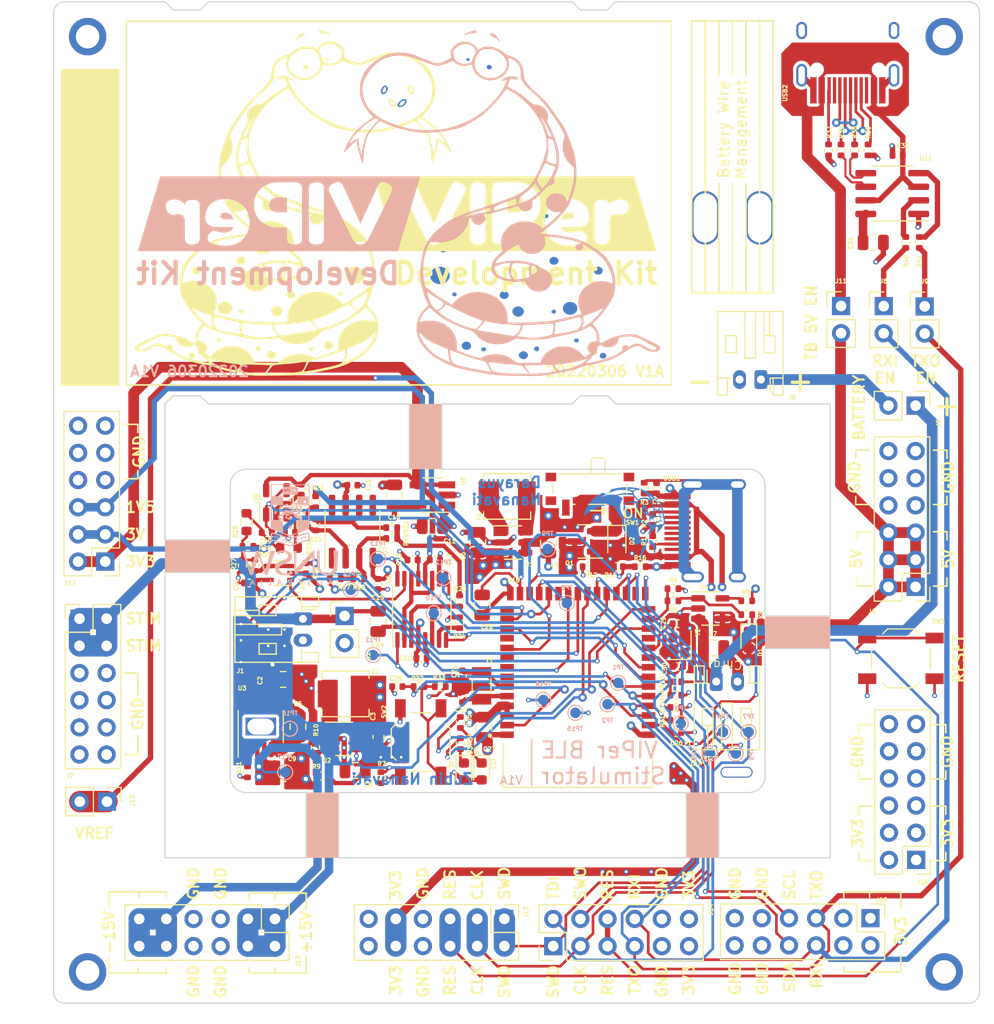
<source format=kicad_pcb>
(kicad_pcb (version 20211014) (generator pcbnew)
  (layers (0 "F.Cu" signal) (1 "In1.Cu" signal) (2 "In2.Cu" signal) (31 "B.Cu" signal) (34 "B.Paste" user) (35 "F.Paste" user) (36 "B.SilkS" user "B.Silkscreen") (37 "F.SilkS" user "F.Silkscreen") (38 "B.Mask" user) (39 "F.Mask" user) (44 "Edge.Cuts" user))
  (net 0 "")
  (net 1 "Net-(C1-Pad1)")
  (net 2 "GND")
  (net 3 "+15V")
  (net 4 "VCC")
  (net 5 "+3V3")
  (net 6 "+BATT")
  (net 7 "-15V")
  (net 8 "+3Vref")
  (net 9 "+1V5ref")
  (net 10 "/STIM_OUT")
  (net 11 "Net-(C14-Pad2)")
  (net 12 "Net-(C18-Pad1)")
  (net 13 "/MCU/SENSE_EVM")
  (net 14 "Net-(C19-Pad2)")
  (net 15 "Net-(C23-Pad1)")
  (net 16 "Net-(C24-Pad1)")
  (net 17 "/MCU/USR_BTN")
  (net 18 "/MCU/RESET")
  (net 19 "/MCU/VREF")
  (net 20 "Net-(C29-Pad1)")
  (net 21 "Net-(C30-Pad1)")
  (net 22 "Net-(C31-Pad1)")
  (net 23 "+5V_TBUSB")
  (net 24 "Net-(D1-Pad1)")
  (net 25 "+5V")
  (net 26 "Net-(D2-Pad1)")
  (net 27 "Net-(D3-Pad1)")
  (net 28 "Net-(D4-Pad1)")
  (net 29 "Net-(J5-Pad2)")
  (net 30 "Net-(J8-Pad1)")
  (net 31 "/MCU/DEBUG_RXI")
  (net 32 "/MCU/DEBUG_TXO")
  (net 33 "Net-(J9-Pad1)")
  (net 34 "/MCU/I2C_SCL")
  (net 35 "/MCU/I2C_SDA")
  (net 36 "/MCU/DBG_SWDIO")
  (net 37 "/MCU/DBG_SWDCLK")
  (net 40 "/MCU/DBG_JTAG_TDI")
  (net 41 "/MCU/DBG_SWO")
  (net 42 "Net-(L1-Pad1)")
  (net 43 "Net-(L1-Pad2)")
  (net 44 "Net-(R1-Pad1)")
  (net 45 "Net-(R2-Pad1)")
  (net 46 "Net-(R4-Pad1)")
  (net 47 "/MCU/PWRSTATUS_CHARGE")
  (net 48 "/MCU/PWRCTRL_HVPEN")
  (net 49 "Net-(R8-Pad2)")
  (net 50 "Net-(R10-Pad2)")
  (net 51 "Net-(R11-Pad2)")
  (net 52 "/MCU/SENSE_BVM")
  (net 53 "/MCU/PWRSTATUS_VDD")
  (net 54 "/MCU/VDAC")
  (net 55 "Net-(R17-Pad2)")
  (net 56 "Net-(R18-Pad2)")
  (net 57 "/Stimulator Channel/C_SENSE_IN1")
  (net 58 "/Stimulator Channel/C_SENSE_IN2")
  (net 59 "Net-(R21-Pad1)")
  (net 60 "Net-(R22-Pad2)")
  (net 61 "Net-(R24-Pad1)")
  (net 62 "Net-(R25-Pad1)")
  (net 63 "Net-(R25-Pad2)")
  (net 64 "Net-(R32-Pad1)")
  (net 65 "/MCU/LED_BLUE")
  (net 66 "/MCU/LED_RED")
  (net 67 "Net-(R36-Pad1)")
  (net 68 "Net-(R37-Pad1)")
  (net 69 "/Testbed/USB_P")
  (net 70 "Net-(R38-Pad2)")
  (net 71 "/Testbed/USB_N")
  (net 72 "Net-(R39-Pad2)")
  (net 73 "Net-(R40-Pad2)")
  (net 74 "Net-(R41-Pad1)")
  (net 76 "/MCU/SWCTRL_LOAD")
  (net 77 "/MCU/SWCTRL_ISO")
  (net 78 "/MCU/SWCTRL_SHORT")
  (net 79 "/MCU/SWCTRL_EVM")
  (net 80 "/MCU/PWRCTRL_HVNEN")
  (net 81 "/MCU/PWRCTRL_HVNMODE")
  (net 82 "/Stimulator Channel/evm")
  (net 104 "/Power Supply/FLY_C-")
  (net 105 "/Power Supply/FLY_C+")
  (net 106 "/Power Supply/HV_SW")
  (footprint "Capacitor_SMD:C_0402_1005Metric" (layer "F.Cu") (at 136.024 132.33 -90)
    (fp_text reference "C24")
    (fp_text value "22p")
  )
  (footprint "Capacitor_SMD:C_0805_2012Metric" (layer "F.Cu") (at 128.143 127.254 -90)
    (fp_text reference "C14")
    (fp_text value "10u")
  )
  (footprint "Resistor_SMD:R_0402_1005Metric" (layer "F.Cu") (at 177.507675 91.835875 90)
    (fp_text reference "R40")
    (fp_text value "4K7")
  )
  (footprint "Capacitor_SMD:C_0402_1005Metric" (layer "F.Cu") (at 131.3688 121.5136 180)
    (fp_text reference "C13")
    (fp_text value "100n")
  )
  (footprint "Capacitor_SMD:C_0805_2012Metric" (layer "F.Cu") (at 144.074 119.93 -90)
    (fp_text reference "C4")
    (fp_text value "22u")
  )
  (footprint "Resistor_SMD:R_0402_1005Metric" (layer "F.Cu") (at 153.036 114.804 -90)
    (fp_text reference "R3")
    (fp_text value "100K")
  )
  (footprint "Package_TO_SOT_SMD:SOT-23-6" (layer "F.Cu") (at 124.976 138.23)
    (fp_text reference "U2")
    (fp_text value "TLV61046ADB")
  )
  (footprint "Button_Switch_SMD:SW_SPDT_PCM12" (layer "F.Cu") (at 147.955 115.191 180)
    (fp_text reference "SW1")
    (fp_text value "SW_SPST")
  )
  (footprint "Resistor_SMD:R_0402_1005Metric" (layer "F.Cu") (at 122.276 139.033 -90)
    (fp_text reference "R10")
    (fp_text value "56k")
  )
  (footprint "Package_TO_SOT_SMD:SOT-353_SC-70-5" (layer "F.Cu") (at 119.007 122.73 180)
    (fp_text reference "U8")
    (fp_text value "OPA991")
  )
  (footprint "Capacitor_SMD:C_0805_2012Metric" (layer "F.Cu") (at 138.0236 137.16 90)
    (fp_text reference "C27")
    (fp_text value "10u")
  )
  (footprint "Connector_PinHeader_2.54mm:PinHeader_2x06_P2.54mm_Vertical" (layer "F.Cu") (at 178.475 149.55 180)
    (fp_text reference "J16")
    (fp_text value "Conn_02x06_Odd_Even")
  )
  (footprint "Resistor_SMD:R_0402_1005Metric" (layer "F.Cu") (at 155.724 125.33 180)
    (fp_text reference "R5")
    (fp_text value "10K")
  )
  (footprint "Resistor_SMD:R_0402_1005Metric" (layer "F.Cu") (at 115.9256 141.3256 90)
    (fp_text reference "R11")
    (fp_text value "4K7")
  )
  (footprint "Resistor_SMD:R_0402_1005Metric" (layer "F.Cu") (at 131.968 133.35 180)
    (fp_text reference "R32")
    (fp_text value "1K")
  )
  (footprint "Resistor_SMD:R_0603_1608Metric" (layer "F.Cu") (at 119.7944 120.364)
    (fp_text reference "R29")
    (fp_text value "36K")
  )
  (footprint "Capacitor_SMD:C_0402_1005Metric" (layer "F.Cu") (at 133.4516 121.5136)
    (fp_text reference "C17")
    (fp_text value "100n")
  )
  (footprint "Resistor_SMD:R_0402_1005Metric" (layer "F.Cu") (at 156 136.5)
    (fp_text reference "R31")
    (fp_text value "4K7")
  )
  (footprint "Capacitor_SMD:C_0402_1005Metric" (layer "F.Cu") (at 156 137.65 180)
    (fp_text reference "C26")
    (fp_text value "100n")
  )
  (footprint "Capacitor_SMD:C_0805_2012Metric" (layer "F.Cu") (at 125.992 141.192 180)
    (fp_text reference "C8")
    (fp_text value "10u")
  )
  (footprint "Capacitor_SMD:C_0805_2012Metric" (layer "F.Cu") (at 174.459675 91.835875)
    (fp_text reference "C31")
    (fp_text value "1u")
  )
  (footprint "Resistor_SMD:R_0402_1005Metric" (layer "F.Cu") (at 153.8304 117.7224 -90)
    (fp_text reference "R2")
    (fp_text value "5K11")
  )
  (footprint "Package_SO:SOIC-8_3.9x4.9mm_P1.27mm" (layer "F.Cu") (at 176.237675 87.263875 180)
    (fp_text reference "U11")
    (fp_text value "HT42B534")
  )
  (footprint "Resistor_SMD:R_0402_1005Metric" (layer "F.Cu") (at 129.413 118.491)
    (fp_text reference "R21")
    (fp_text value "400R 0.1%")
  )
  (footprint "Connector_PinHeader_2.54mm:PinHeader_2x06_P2.54mm_Vertical" (layer "F.Cu") (at 178.424 124.0316 180)
    (fp_text reference "J4")
    (fp_text value "Conn_02x06_Odd_Even")
  )
  (footprint "Connector_PinHeader_2.54mm:PinHeader_1x02_P2.54mm_Vertical" (layer "F.Cu") (at 171.45 97.775)
    (fp_text reference "J11")
    (fp_text value "EN_TB_5V")
  )
  (footprint "Connector_JST:JST_PH_S2B-PH-K_1x02_P2.00mm_Horizontal" (layer "F.Cu") (at 121.109 127.018 -90)
    (fp_text reference "J1")
    (fp_text value "JST_PH")
  )
  (footprint "Connector_PinHeader_2.54mm:PinHeader_2x06_P2.54mm_Vertical" (layer "F.Cu") (at 100.203 127)
    (fp_text reference "J7")
    (fp_text value "Conn_02x06_Odd_Even")
  )
  (footprint "Capacitor_SMD:C_0805_2012Metric" (layer "F.Cu") (at 119.261 132.683)
    (fp_text reference "C2")
    (fp_text value "10u")
  )
  (footprint "Connector_PinHeader_2.54mm:PinHeader_1x02_P2.54mm_Vertical" (layer "F.Cu") (at 175.4378 97.79)
    (fp_text reference "J8")
    (fp_text value "DIS_TB_RXI")
  )
  (footprint "Resistor_SMD:R_0402_1005Metric" (layer "F.Cu") (at 147.7852 122.142 180)
    (fp_text reference "R12")
    (fp_text value "100K")
  )
  (footprint "MountingHole:MountingHole_2.2mm_M2_ISO7380_Pad_TopBottom" (layer "F.Cu") (at 161.29 89.535 180)
    (fp_text reference "REF**" hide)
    (fp_text value "MountingHole_2.2mm_M2_ISO7380_Pad_TopBottom" hide)
  )
  (footprint "LED_SMD:LED_0603_1608Metric" (layer "F.Cu") (at 136.174 141.28 -90)
    (fp_text reference "D3")
    (fp_text value "BLUE")
  )
  (footprint "Connector_JST:JST_PH_S2B-PH-K_1x02_P2.00mm_Horizontal" (layer "F.Cu") (at 163.957 104.648 180)
    (fp_text reference "J6")
    (fp_text value "JST_PH")
  )
  (footprint "Resistor_SMD:R_0402_1005Metric" (layer "F.Cu") (at 135.8392 138.684 -90)
    (fp_text reference "R34")
    (fp_text value "1K")
  )
  (footprint "Resistor_SMD:R_0402_1005Metric" (layer "F.Cu") (at 162.624 125.33 180)
    (fp_text reference "R8")
    (fp_text value "4K7")
  )
  (footprint "MountingHole:MountingHole_2.2mm_M2_ISO7380_Pad_TopBottom" (layer "F.Cu") (at 181.102 72.5982 90)
    (fp_text reference "REF**" hide)
    (fp_text value "MountingHole_2.2mm_M2_ISO7380_Pad_TopBottom" hide)
  )
  (footprint "Diode_SMD:D_SOD-323" (layer "F.Cu") (at 150.474 119.78 -90)
    (fp_text reference "D2")
    (fp_text value "D_Schottky")
  )
  (footprint "Custom_Footprints:4.4x4.2x2mm Power Inductor" (layer "F.Cu") (at 125.095 134.03 180)
    (fp_text reference "L2")
    (fp_text value "10u")
  )
  (footprint "Package_SO:SOIC-8_3.9x4.9mm_P1.27mm" (layer "F.Cu") (at 125.738 118.864 90)
    (fp_text reference "U7")
    (fp_text value "LM6171")
  )
  (footprint "Capacitor_SMD:C_0402_1005Metric" (layer "F.Cu") (at 121.3692 122.2944 90)
    (fp_text reference "C22")
    (fp_text value "100n")
  )
  (footprint "Capacitor_SMD:C_0805_2012Metric" (layer "F.Cu") (at 120.644 137.093 -90)
    (fp_text reference "C5")
    (fp_text value "1u")
  )
  (footprint "Package_SO:TSSOP-16_4.4x5mm_P0.65mm" (layer "F.Cu") (at 132.224 126.13 90)
    (fp_text reference "U6")
    (fp_text value "DG412xUE")
  )
  (footprint "Custom_Footprints:viper_cute" (layer "F.Cu") (at 120.142 88.138)
    (fp_text reference "G***" hide)
    (fp_text value "LOGO" hide)
  )
  (footprint "Resistor_SMD:R_0402_1005Metric" (layer "F.Cu") (at 156 135.3)
    (fp_text reference "R30")
    (fp_text value "4K7")
  )
  (footprint "Connector_PinHeader_2.54mm:PinHeader_1x02_P2.54mm_Vertical" (layer "F.Cu") (at 102.775 144.1 -90)
    (fp_text reference "J15")
    (fp_text value "VREF")
  )
  (footprint "Package_TO_SOT_SMD:SOT-23-5_HandSoldering" (layer "F.Cu") (at 133.223 115.443 180)
    (fp_text reference "U5")
    (fp_text value "REF1930")
  )
  (footprint "Capacitor_SMD:C_0402_1005Metric" (layer "F.Cu") (at 176.745675 83.707875 180)
    (fp_text reference "C32")
    (fp_text value "100n")
  )
  (footprint "Resistor_SMD:R_0402_1005Metric" (layer "F.Cu") (at 133.9596 133.35)
    (fp_text reference "R33")
    (fp_text value "10K")
  )
  (footprint "Capacitor_SMD:C_0402_1005Metric" (layer "F.Cu") (at 125.73 114.522)
    (fp_text reference "C12")
    (fp_text value "100n")
  )
  (footprint "Button_Switch_SMD:SW_SPST_TL3342" (layer "F.Cu") (at 177.0474 130.7118)
    (fp_text reference "SW3")
    (fp_text value "SW_RESET")
  )
  (footprint "CYBLE-416045-02:XCVR_CYBLE-416045-02" (layer "F.Cu") (at 146.824 133.53 180)
    (fp_text reference "U10")
    (fp_text value "CYBLE-416045-02")
  )
  (footprint "Capacitor_SMD:C_0402_1005Metric" (layer "F.Cu") (at 128.138 123.764 -90)
    (fp_text reference "C15")
    (fp_text value "100n")
  )
  (footprint "Connector_PinHeader_2.54mm:PinHeader_2x06_P2.54mm_Vertical" (layer "F.Cu") (at 144.526 157.607 90)
    (fp_text reference "J14")
    (fp_text value "DEBUG_FULL")
  )
  (footprint "Connector_PinHeader_2.54mm:PinHeader_2x06_P2.54mm_Vertical" (layer "F.Cu") (at 174.2 155 -90)
    (fp_text reference "J10")
    (fp_text value "COMS")
  )
  (footprint "Resistor_SMD:R_0402_1005Metric" (layer "F.Cu") (at 172.72 83.185 90)
    (fp_text reference "R38")
    (fp_text value "33R")
  )
  (footprint "Resistor_SMD:R_0402_1005Metric" (layer "F.Cu") (at 128.405 141.859 -90)
    (fp_text reference "R7")
    (fp_text value "100K")
  )
  (footprint "Resistor_SMD:R_0402_1005Metric" (layer "F.Cu") (at 126.338 123.264)
    (fp_text reference "R18")
    (fp_text value "25K 0.1%")
  )
  (footprint "Connector_JST:JST_PH_S2B-PH-K_1x02_P2.00mm_Horizontal" (layer "F.Cu") (at 159.774 132.88)
    (fp_text reference "J3")
    (fp_text value "JST_PH")
  )
  (footprint "Capacitor_SMD:C_0805_2012Metric" (layer "F.Cu") (at 119.261 141.483)
    (fp_text reference "C9")
    (fp_text value "10u")
  )
  (footprint "Package_TO_SOT_SMD:SOT-23" (layer "F.Cu") (at 147.474 119.78 180)
    (fp_text reference "Q1")
    (fp_text value "AO3401A")
  )
  (footprint "Capacitor_SMD:C_0805_2012Metric" (layer "F.Cu") (at 137.474 119.88 90)
    (fp_text reference "C6")
    (fp_text value "22u")
  )
  (footprint "Connector_PinHeader_2.54mm:PinHeader_1x02_P2.54mm_Vertical" (layer "F.Cu") (at 125.009 126.743)
    (fp_text reference "J2")
    (fp_text value "2.54mm")
  )
  (footprint "Resistor_SMD:R_0402_1005Metric" (layer "F.Cu") (at 122.944 141.7)
    (fp_text reference "R9")
    (fp_text value "1M")
  )
  (footprint "Resistor_SMD:R_0402_1005Metric" (layer "F.Cu") (at 115.451 122.015 90)
    (fp_text reference "R27")
    (fp_text value "24K")
  )
  (footprint "Connector_PinHeader_2.54mm:PinHeader_2x06_P2.54mm_Vertical" (layer "F.Cu") (at 139.954 155.062 -90)
    (fp_text reference "J13")
    (fp_text value "DEBUG_KITPROG")
  )
  (footprint "Capacitor_SMD:C_0805_2012Metric" (layer "F.Cu") (at 129.667 115.443 -90)
    (fp_text reference "C10")
    (fp_text value "1u")
  )
  (footprint "Resistor_SMD:R_0402_1005Metric" (layer "F.Cu") (at 122.301 118.237 90)
    (fp_text reference "R23")
    (fp_text value "25K 0.1%")
  )
  (footprint "MountingHole:MountingHole_2.2mm_M2_ISO7380_Pad_TopBottom" (layer "F.Cu") (at 181.102 160.02 90)
    (fp_text reference "REF**" hide)
    (fp_text value "MountingHole_2.2mm_M2_ISO7380_Pad_TopBottom" hide)
  )
  (footprint "Capacitor_SMD:C_0402_1005Metric" (layer "F.Cu") (at 132.207 130.683)
    (fp_text reference "C16")
    (fp_text value "100n")
  )
  (footprint "Capacitor_SMD:C_0402_1005Metric" (layer "F.Cu") (at 136.024 134.33 90)
    (fp_text reference "C23")
    (fp_text value "22p")
  )
  (footprint "Package_TO_SOT_SMD:SOT-23-5" (layer "F.Cu") (at 118.624 116.13 90)
    (fp_text reference "U9")
    (fp_text value "TLV9051")
  )
  (footprint "Connector_PinHeader_2.54mm:PinHeader_1x02_P2.54mm_Vertical" (layer "F.Cu") (at 179.2732 97.8104)
    (fp_text reference "J9")
    (fp_text value "DIS_TB_TXO")
  )
  (footprint "Resistor_SMD:R_0402_1005Metric" (layer "F.Cu") (at 135.763 127.381 90)
    (fp_text reference "R24")
    (fp_text value "1K")
  )
  (footprint "Resistor_SMD:R_0402_1005Metric" (layer "F.Cu") (at 116.594 122.015 -90)
    (fp_text reference "R25")
    (fp_text value "100K")
  )
  (footprint "LED_SMD:LED_0603_1608Metric" (layer "F.Cu") (at 137.824 141.28 -90)
    (fp_text reference "D4")
    (fp_text value "RED")
  )
  (footprint "Resistor_SMD:R_0402_1005Metric" (layer "F.Cu") (at 115.959 120.237)
    (fp_text reference "R26")
    (fp_text value "20K")
  )
  (footprint "Capacitor_SMD:C_0402_1005Metric" (layer "F.Cu") (at 116.086 123.666 180)
    (fp_text reference "C21")
    (fp_text value "100n")
  )
  (footprint "Capacitor_SMD:C_0402_1005Metric" (layer "F.Cu") (at 156.17 131.47 180)
    (fp_text reference "C30")
    (fp_text value "10p")
  )
  (footprint "Resistor_SMD:R_0402_1005Metric" (layer "F.Cu") (at 152.662 122.142)
    (fp_text reference "R16")
    (fp_text value "15K")
  )
  (footprint "Custom_Footprints:MSOP-12-1EP_3x4mm_P0.65mm_EP1.65x2.85mm_ThermalVias" (layer "F.Cu") (at 117.161 137.083 90)
    (fp_text reference "U3")
    (fp_text value "LTC3261")
  )
  (footprint "Resistor_SMD:R_0402_1005Metric" (layer "F.Cu") (at 124.138 123.264)
    (fp_text reference "R17")
    (fp_text value "400R 0.1%")
  )
  (footprint "Resistor_SMD:R_0402_1005Metric" (layer "F.Cu") (at 135.763 125.349 90)
    (fp_text reference "R20")
    (fp_text value "50R")
  )
  (footprint "Resistor_SMD:R_0402_1005Metric" (layer "F.Cu") (at 178.777675 91.835875 -90)
    (fp_text reference "R41")
    (fp_text value "4K7")
  )
  (footprint "HRO-TYPE-C-31-M-12:HRO-TYPE-C-31-M-12-HandSoldering" (layer "F.Cu") (at 164.351 118.78 90)
    (fp_text reference "USB1")
    (fp_text value "HRO-TYPE-C-31-M-12" hide)
  )
  (footprint "Button_Switch_SMD:SW_SPST_TL3342" (layer "F.Cu") (at 132.124 138.53 90)
    (fp_text reference "SW2")
    (fp_text value "SW_USR")
  )
  (footprint "Resistor_SMD:R_0402_1005Metric" (layer "F.Cu") (at 155.99 132.9 180)
    (fp_text reference "R13")
    (fp_text value "10K")
  )
  (footprint "Resistor_SMD:R_0402_1005Metric" (layer "F.Cu") (at 155.724 124.2)
    (fp_text reference "R6")
    (fp_text value "15K")
  )
  (footprint "MountingHole:MountingHole_2.2mm_M2_ISO7380_Pad_TopBottom" (layer "F.Cu") (at 100.965 72.5982 90)
    (fp_text reference "REF**" hide)
    (fp_text value "MountingHole_2.2mm_M2_ISO7380_Pad_TopBottom" hide)
  )
  (footprint "Capacitor_SMD:C_0805_2012Metric" (layer "F.Cu") (at 137.874 125.73 90)
    (fp_text reference "C28")
    (fp_text value "1u")
  )
  (footprint "Resistor_SMD:R_0402_1005Metric" (layer "F.Cu") (at 170.279 83.185 -90)
    (fp_text reference "R37")
    (fp_text value "5K11")
  )
  (footprint "Connector_PinHeader_2.54mm:PinHeader_1x02_P2.54mm_Vertical" (layer "F.Cu") (at 178.424 107.0898 -90)
    (fp_text reference "J5")
    (fp_text value "I_Sense")
  )
  (footprint "Resistor_SMD:R_0402_1005Metric" (layer "F.Cu") (at 153.8304 119.8052 90)
    (fp_text reference "R1")
    (fp_text value "5K11")
  )
  (footprint "Connector_PinHeader_2.54mm:PinHeader_2x06_P2.54mm_Vertical" (layer "F.Cu") (at 102.616 121.666 180)
    (fp_text reference "J17")
    (fp_text value "Conn_02x06_Odd_Even")
  )
  (footprint "Capacitor_SMD:C_0402_1005Metric" (layer "F.Cu") (at 156.17 127.47)
    (fp_text reference "C29")
    (fp_text value "10p")
  )
  (footprint "MountingHole:MountingHole_2.2mm_M2_ISO7380_Pad_TopBottom" (layer "F.Cu") (at 100.965 160.02 90)
    (fp_text reference "REF**" hide)
    (fp_text value "MountingHole_2.2mm_M2_ISO7380_Pad_TopBottom" hide)
  )
  (footprint "Resistor_SMD:R_0603_1608Metric" (layer "F.Cu") (at 115.832 117.9764 90)
    (fp_text reference "R28")
    (fp_text value "62K")
  )
  (footprint "Custom_Footprints:Crystal_SMD_2016-4Pin_2.0x1.6mm" (layer "F.Cu") (at 156.27 129.47 90)
    (fp_text reference "Y2")
    (fp_text value "ECO 24MHz")
  )
  (footprint "Capacitor_SMD:C_0402_1005Metric" (layer "F.Cu") (at 129.936 133.35 180)
    (fp_text reference "C25")
    (fp_text value "100n")
  )
  (footprint "LED_SMD:LED_0603_1608Metric" (layer "F.Cu") (at 162.824 128.98 -90)
    (fp_text reference "D1")
    (fp_text value "RED")
  )
  (footprint "Package_TO_SOT_SMD:SOT-23-5" (layer "F.Cu") (at 159.224 126.05)
    (fp_text reference "U4")
    (fp_text value "MCP73831")
  )
  (footprint "Package_TO_SOT_SMD:SOT-23-6" (layer "F.Cu") (at 140.774 119.88)
    (fp_text reference "U1")
    (fp_text value "LTC3531ES6")
  )
  (footprint "Capacitor_SMD:C_0402_1005Metric" (layer "F.Cu") (at 117.737 118.967 180)
    (fp_text reference "C19")
    (fp_text value "100p")
  )
  (footprint "Capacitor_SMD:C_0805_2012Metric" (layer "F.Cu") (at 159.524 129.73)
    (fp_text reference "C7")
    (fp_text value "10u")
  )
  (footprint "Resistor_SMD:R_0402_1005Metric" (layer "F.Cu") (at 171.45 83.185 90)
    (fp_text reference "R39")
    (fp_text value "33R")
  )
  (footprint "Capacitor_SMD:C_0805_2012Metric" (layer "F.Cu") (at 133.223 118.364)
    (fp_text reference "C11")
    (fp_text value "1u")
  )
  (footprint "kibuzzard-62244E10" (layer "F.Cu") (at 140.97 89.154)
    (fp_text reference "kibuzzard-62244E10" hide)
    (fp_text value "G***" hide)
  )
  (footprint "Resistor_SMD:R_0402_1005Metric" (layer "F.Cu") (at 129.413 119.507)
    (fp_text reference "R19")
    (fp_text value "25K 0.1%")
  )
  (footprint "Capacitor_SMD:C_0402_1005Metric" (layer "F.Cu") (at 154.186 114.804 -90)
    (fp_text reference "C1")
    (fp_text value "10n")
  )
  (footprint "Resistor_SMD:R_0402_1005Metric" (layer "F.Cu") (at 135.8392 136.7028 -90)
    (fp_text reference "R35")
    (fp_text value "1K")
  )
  (footprint "Custom_Footprints:4.4x4.2x2mm Power Inductor" (layer "F.Cu") (at 140.208 115.57)
    (fp_text reference "L1")
    (fp_text value "10u")
  )
  (footprint "HRO-TYPE-C-31-M-12:HRO-TYPE-C-31-M-12-HandSoldering" (layer "F.Cu") (at 172.085 69.4232 180)
    (fp_text reference "USB2")
    (fp_text value "HRO-TYPE-C-31-M-12" hide)
  )
  (footprint "Capacitor_SMD:C_0402_1005Metric" (layer "F.Cu") (at 120.955189 114.935 -90)
    (fp_text reference "C20")
    (fp_text value "100n")
  )
  (footprint "Capacitor_SMD:C_0603_1608Metric" (layer "F.Cu") (at 128.176 138.049 -90)
    (fp_text reference "C3")
    (fp_text value "4.7u")
  )
  (footprint "Resistor_SMD:R_0402_1005Metric" (layer "F.Cu") (at 162.624 126.63)
    (fp_text reference "R4")
    (fp_text value "1K")
  )
  (footprint "Resistor_SMD:R_0402_1005Metric" (layer "F.Cu") (at 150.5284 122.142)
    (fp_text reference "R15")
    (fp_text value "10K")
  )
  (footprint "Resistor_SMD:R_0402_1005Metric" (layer "F.Cu") (at 173.979 83.185 -90)
    (fp_text reference "R36")
    (fp_text value "5K11")
  )
  (footprint "MountingHole:MountingHole_2.2mm_M2_ISO7380_Pad_TopBottom" (layer "F.Cu") (at 161.671 141.3256 180)
    (fp_text reference "REF**" hide)
    (fp_text value "MountingHole_2.2mm_M2_ISO7380_Pad_TopBottom" hide)
  )
  (footprint "Resistor_SMD:R_0402_1005Metric" (layer "F.Cu") (at 122.301 116.078 -90)
    (fp_text reference "R22")
    (fp_text value "25K 0.1%")
  )
  (footprint "Capacitor_SMD:C_0402_1005Metric" (layer "F.Cu") (at 119.896 118.93 180)
    (fp_text reference "C18")
    (fp_text value "47p")
  )
  (footprint "Custom_Footprints:Crystal_SMD_3215-2Pin_3.2x1.5mm" (layer "F.Cu") (at 137.824 133.28 -90)
    (fp_text reference "Y1")
    (fp_text value "WCO 32.768KHz")
  )
  (footprint "Connector_PinHeader_2.54mm:PinHeader_2x06_P2.54mm_Vertical" (layer "F.Cu") (at 118.491 155.067 -90)
    (fp_text reference "J12")
    (fp_text value "Conn_02x06_Odd_Even")
  )
  (footprint "Resistor_SMD:R_0402_1005Metric" (layer "F.Cu") (at 155.99 134.15)
    (fp_text reference "R14")
    (fp_text value "15K")
  )
  (footprint "TestPoint:TestPoint_Pad_D1.0mm" (layer "B.Cu") (at 143.6 134.6 180)
    (fp_text reference "TP18")
    (fp_text value "TestPoint_Small")
  )
  (footprint "Custom_Footprints:unsw" (layer "B.Cu") (at 119.888 119.2276 180)
    (fp_text reference "G***" hide)
    (fp_text value "LOGO" hide)
  )
  (footprint "TestPoint:TestPoint_Pad_D1.0mm" (layer "B.Cu") (at 125.5776 124.3076 180)
    (fp_text reference "TP14")
    (fp_text value "TestPoint_Small")
  )
  (footprint "Custom_Footprints:viper_cute" (layer "B.Cu") (at 139.768353 88.163922 180)
    (fp_text reference "G***" hide)
    (fp_text value "VIPEROUTLINE" hide)
  )
  (footprint "TestPoint:TestPoint_Pad_D1.0mm" (layer "B.Cu") (at 133.35 126.492 180)
    (fp_text reference "TP10")
    (fp_text value "TestPoint_Small")
  )
  (footprint "TestPoint:TestPoint_Pad_D1.0mm" (layer "B.Cu") (at 119.45 141.35 180)
    (fp_text reference "TP17")
    (fp_text value "TestPoint_Small")
  )
  (footprint "TestPoint:TestPoint_Pad_D1.0mm" (layer "B.Cu") (at 134.239 123.19 180)
    (fp_text reference "TP12")
    (fp_text value "TestPoint_Small")
  )
  (footprint "kibuzzard-62244E10" (layer "B.Cu") (at 118.872 89.154 180)
    (fp_text reference "kibuzzard-62244E10" hide)
    (fp_text value "G***" hide)
  )
  (footprint "TestPoint:TestPoint_Pad_D1.0mm" (layer "B.Cu") (at 161.6 139.6 180)
    (fp_text reference "TP5")
    (fp_text value "TestPoint_Small")
  )
  (footprint "TestPoint:TestPoint_Pad_D1.0mm" (layer "B.Cu") (at 127.6604 130.4036 180)
    (fp_text reference "TP11")
    (fp_text value "TestPoint_Small")
  )
  (footprint "Custom_Footprints:viper_angry" (layer "B.Cu") (at 151.2 118.0592 180)
    (fp_text reference "G***" hide)
    (fp_text value "LOGO" hide)
  )
  (footprint "TestPoint:TestPoint_Pad_D1.0mm" (layer "B.Cu") (at 160.4 137.6 180)
    (fp_text reference "TP4")
    (fp_text value "TestPoint_Small")
  )
  (footprint "TestPoint:TestPoint_Pad_D1.0mm" (layer "B.Cu") (at 128.143 121.412 180)
    (fp_text reference "TP13")
    (fp_text value "TestPoint_Small")
  )
  (footprint "TestPoint:TestPoint_Pad_D1.0mm" (layer "B.Cu") (at 156.45 136.8 -90)
    (fp_text reference "TP3")
    (fp_text value "TestPoint_Small")
  )
  (footprint "TestPoint:TestPoint_Pad_D1.0mm" (layer "B.Cu") (at 146.6 135.8 180)
    (fp_text reference "TP15")
    (fp_text value "TestPoint_Small")
  )
  (footprint "TestPoint:TestPoint_Pad_D1.0mm" (layer "B.Cu") (at 145.8 125.55 180)
    (fp_text reference "TP8")
    (fp_text value "TestPoint_Small")
  )
  (footprint "TestPoint:TestPoint_Pad_D1.0mm" (layer "B.Cu") (at 144 120.5 180)
    (fp_text reference "TP9")
    (fp_text value "TestPoint_Small")
  )
  (footprint "Custom_Footprints:viper_cute" (layer "B.Cu") (at 139.768353 88.163922 180)
    (fp_text reference "G***" hide)
    (fp_text value "VIPERDOTS" hide)
  )
  (footprint "TestPoint:TestPoint_Pad_D1.0mm" (layer "B.Cu") (at 119.888 137.287 180)
    (fp_text reference "TP16")
    (fp_text value "TestPoint_Small")
  )
  (footprint "TestPoint:TestPoint_Pad_D1.0mm" (layer "B.Cu") (at 159.2 139.6 180)
    (fp_text reference "TP6")
    (fp_text value "TestPoint_Small")
  )
  (footprint "Custom_Footprints:viper_cute" (layer "B.Cu") (at 139.768353 88.163922 180)
    (fp_text reference "G***" hide)
    (fp_text value "VIPERDOTSMASK" hide)
  )
  (footprint "TestPoint:TestPoint_Pad_D1.0mm" (layer "B.Cu") (at 150.6 133 180)
    (fp_text reference "TP1")
    (fp_text value "TestPoint_Small")
  )
  (footprint "TestPoint:TestPoint_Pad_D1.0mm" (layer "B.Cu") (at 149.6 135 180)
    (fp_text reference "TP2")
    (fp_text value "TestPoint_Small")
  )
  (footprint "TestPoint:TestPoint_Pad_D1.0mm" (layer "B.Cu") (at 162.8 137.6 180)
    (fp_text reference "TP7")
    (fp_text value "TestPoint_Small")
  )
  (gr_rect (start 114.3 119.634) (end 108.204 122.682) (layer "B.SilkS") (width 0) (fill solid))
  (gr_rect (start 164.338 129.794) (end 170.434 126.746) (layer "B.SilkS") (width 0) (fill solid))
  (gr_rect (start 121.412 143.256) (end 124.46 149.352) (layer "B.SilkS") (width 0) (fill solid))
  (gr_rect (start 131.064 106.934) (end 134.112 113.03) (layer "B.SilkS") (width 0) (fill solid))
  (gr_line (start 142.5 138.32) (end 142.5 142.57) (layer "B.SilkS") (width 0.15))
  (gr_rect (start 156.972 143.256) (end 160.02 149.352) (layer "B.SilkS") (width 0) (fill solid))
  (gr_line (start 157.48 96.52) (end 157.48 71.12) (layer "F.SilkS") (width 0.15))
  (gr_line (start 108.331 160.147) (end 108.331 159.639) (layer "F.SilkS") (width 0.15))
  (gr_line (start 173.0756 141.986) (end 173.0756 141.224) (layer "F.SilkS") (width 0.15))
  (gr_line (start 104.394 132.08) (end 105.664 132.08) (layer "F.SilkS") (width 0.15))
  (gr_line (start 181.356 118.872) (end 181.356 119.634) (layer "F.SilkS") (width 0.15))
  (gr_line (start 181.356 116.332) (end 180.086 116.332) (layer "F.SilkS") (width 0.15))
  (gr_line (start 177.038 160.02) (end 177.038 158.496) (layer "F.SilkS") (width 0.15))
  (gr_line (start 149.1742 117.2845) (end 149.4282 116.9035) (layer "F.SilkS") (width 0.15))
  (gr_line (start 149.4282 116.9035) (end 149.1742 116.5225) (layer "F.SilkS") (width 0.15))
  (gr_line (start 157.48 71.12) (end 165.1 71.12) (layer "F.SilkS") (width 0.15))
  (gr_line (start 181.2544 144.526) (end 181.2544 145.288) (layer "F.SilkS") (width 0.15))
  (gr_line (start 180.086 118.872) (end 181.356 118.872) (layer "F.SilkS") (width 0.15))
  (gr_line (start 173.0756 137.668) (end 173.0756 136.906) (layer "F.SilkS") (width 0.15))
  (gr_line (start 108.331 152.527) (end 102.997 152.527) (layer "F.SilkS") (width 0.15))
  (gr_line (start 181.356 115.57) (end 181.356 116.332) (layer "F.SilkS") (width 0.15))
  (gr_line (start 172.974 123.952) (end 172.974 123.19) (layer "F.SilkS") (width 0.15))
  (gr_line (start 158.75 71.12) (end 158.75 96.52) (layer "F.SilkS") (width 0.15))
  (gr_line (start 105.664 113.157) (end 105.664 113.919) (layer "F.SilkS") (width 0.15))
  (gr_line (start 172.8216 116.332) (end 172.8216 115.57) (layer "F.SilkS") (width 0.15))
  (gr_line (start 104.575 105.156) (end 104.575 71.156) (layer "F.SilkS") (width 0.15))
  (gr_line (start 166.878 104.902) (end 168.402 104.902) (layer "F.SilkS") (width 0.3))
  (gr_line (start 177.038 152.527) (end 177.038 154.051) (layer "F.SilkS") (width 0.15))
  (gr_line (start 104.394 108.839) (end 105.664 108.839) (layer "F.SilkS") (width 0.15))
  (gr_line (start 105.664 108.839) (end 105.664 109.601) (layer "F.SilkS") (width 0.15))
  (gr_line (start 167.64 105.664) (end 167.64 104.14) (layer "F.SilkS") (width 0.3))
  (gr_rect (start 114.3 119.634) (end 108.204 122.682) (layer "F.SilkS") (width 0) (fill solid))
  (gr_line (start 155.575 71.156) (end 155.575 105.156) (layer "F.SilkS") (width 0.15))
  (gr_line (start 171.704 160.02) (end 177.038 160.02) (layer "F.SilkS") (width 0.15))
  (gr_line (start 116.078 153.162) (end 116.078 152.654) (layer "F.SilkS") (width 0.15))
  (gr_line (start 104.575 71.156) (end 155.575 71.156) (layer "F.SilkS") (width 0.15))
  (gr_line (start 172.8216 111.252) (end 174.0916 111.252) (layer "F.SilkS") (width 0.15))
  (gr_line (start 174.117 160.02) (end 174.117 159.512) (layer "F.SilkS") (width 0.15))
  (gr_line (start 105.664 132.08) (end 105.664 134.112) (layer "F.SilkS") (width 0.15))
  (gr_line (start 105.664 113.919) (end 104.394 113.919) (layer "F.SilkS") (width 0.15))
  (gr_line (start 116.078 160.147) (end 121.412 160.147) (layer "F.SilkS") (width 0.15))
  (gr_line (start 173.101 149.606) (end 173.101 148.844) (layer "F.SilkS") (width 0.15))
  (gr_line (start 116.078 160.147) (end 116.078 159.639) (layer "F.SilkS") (width 0.15))
  (gr_line (start 105.664 137.922) (end 105.664 139.7) (layer "F.SilkS") (width 0.15))
  (gr_line (start 180.594 107.188) (end 182.118 107.188) (layer "F.SilkS") (width 0.3))
  (gr_line (start 181.2544 141.986) (end 179.9844 141.986) (layer "F.SilkS") (width 0.15))
  (gr_line (start 118.491 160.147) (end 118.491 159.639) (layer "F.SilkS") (width 0.15))
  (gr_rect (start 103.886 105.156) (end 98.552 75.692) (layer "F.SilkS") (width 0.15) (fill solid))
  (gr_line (start 181.2544 148.844) (end 181.2544 149.606) (layer "F.SilkS") (width 0.15))
  (gr_line (start 105.664 160.147) (end 105.664 159.639) (layer "F.SilkS") (width 0.15))
  (gr_line (start 179.9844 144.526) (end 181.2544 144.526) (layer "F.SilkS") (width 0.15))
  (gr_line (start 171.704 153.035) (end 171.704 152.527) (layer "F.SilkS") (width 0.15))
  (gr_line (start 181.2544 136.906) (end 181.2544 137.668) (layer "F.SilkS") (width 0.15))
  (gr_line (start 180.086 111.252) (end 181.356 111.252) (layer "F.SilkS") (width 0.15))
  (gr_line (start 165.1 96.52) (end 157.48 96.52) (layer "F.SilkS") (width 0.15))
  (gr_line (start 172.974 118.872) (end 174.244 118.872) (layer "F.SilkS") (width 0.15))
  (gr_line (start 179.9844 136.906) (end 181.2544 136.906) (layer "F.SilkS") (width 0.15))
  (gr_rect (start 156.972 143.256) (end 160.02 149.352) (layer "F.SilkS") (width 0) (fill solid))
  (gr_line (start 173.101 145.288) (end 173.101 144.526) (layer "F.SilkS") (width 0.15))
  (gr_line (start 174.117 152.527) (end 174.117 153.035) (layer "F.SilkS") (width 0.15))
  (gr_line (start 102.997 154.051) (end 102.997 152.527) (layer "F.SilkS") (width 0.15))
  (gr_line (start 118.491 152.654) (end 118.491 153.162) (layer "F.SilkS") (width 0.15))
  (gr_line (start 174.244 123.952) (end 172.974 123.952) (layer "F.SilkS") (width 0.15))
  (gr_line (start 163.83 96.52) (end 163.83 71.12) (layer "F.SilkS") (width 0.15))
  (gr_line (start 149.1742 116.5225) (end 149.1742 117.2845) (layer "F.SilkS") (width 0.15))
  (gr_line (start 181.356 123.952) (end 180.086 123.952) (layer "F.SilkS") (width 0.15))
  (gr_rect (start 121.412 143.256) (end 124.46 149.352) (layer "F.SilkS") (width 0) (fill solid))
  (gr_line (start 157.48 104.902) (end 159.004 104.902) (layer "F.SilkS") (width 0.3))
  (gr_line (start 181.2544 141.224) (end 181.2544 141.986) (layer "F.SilkS") (width 0.15))
  (gr_line (start 160.02 76.2) (end 160.02 71.12) (layer "F.SilkS") (width 0.15))
  (gr_line (start 174.3456 141.986) (end 173.0756 141.986) (layer "F.SilkS") (width 0.15))
  (gr_line (start 102.997 160.147) (end 102.997 158.623) (layer "F.SilkS") (width 0.15))
  (gr_line (start 181.356 111.252) (end 181.356 112.014) (layer "F.SilkS") (width 0.15))
  (gr_line (start 105.664 139.7) (end 104.4194 139.7) (layer "F.SilkS") (width 0.15))
  (gr_line (start 174.0916 116.332) (end 172.8216 116.332) (layer "F.SilkS") (width 0.15))
  (gr_line (start 165.1 96.52) (end 165.1 71.12) (layer "F.SilkS") (width 0.15))
  (gr_rect (start 131.064 106.934) (end 134.112 113.03) (layer "F.SilkS") (width 0) (fill solid))
  (gr_line (start 172.8216 112.014) (end 172.8216 111.252) (layer "F.SilkS") (width 0.15))
  (gr_line (start 116.078 152.654) (end 121.412 152.654) (layer "F.SilkS") (width 0.15))
  (gr_line (start 121.412 152.654) (end 121.412 154.178) (layer "F.SilkS") (width 0.15))
  (gr_line (start 162.56 96.52) (end 162.56 86.36) (layer "F.SilkS") (width 0.15))
  (gr_rect (start 164.338 129.794) (end 170.434 126.746) (layer "F.SilkS") (width 0) (fill solid))
  (gr_line (start 160.02 96.52) (end 160.02 86.36) (layer "F.SilkS") (width 0.15))
  (gr_line (start 148.0312 116.9035) (end 149.4282 116.9035) (layer "F.SilkS") (width 0.15))
  (gr_line (start 181.2544 149.606) (end 179.9844 149.606) (layer "F.SilkS") (width 0.15))
  (gr_line (start 181.356 107.95) (end 181.356 106.426) (layer "F.SilkS") (width 0.3))
  (gr_line (start 181.356 123.19) (end 181.356 123.952) (layer "F.SilkS") (width 0.15))
  (gr_line (start 155.575 105.156) (end 104.575 105.156) (layer "F.SilkS") (width 0.15))
  (gr_line (start 108.331 152.527) (end 108.331 153.035) (layer "F.SilkS") (width 0.15))
  (gr_line (start 105.791 152.527) (end 105.791 153.035) (layer "F.SilkS") (width 0.15))
  (gr_line (start 173.101 144.526) (end 174.371 144.526) (layer "F.SilkS") (width 0.15))
  (gr_line (start 171.704 152.527) (end 177.038 152.527) (layer "F.SilkS") (width 0.15))
  (gr_line (start 108.331 160.147) (end 102.997 160.147) (layer "F.SilkS") (width 0.15))
  (gr_line (start 171.704 160.02) (end 171.704 159.512) (layer "F.SilkS") (width 0.15))
  (gr_line (start 121.412 160.147) (end 121.412 158.623) (layer "F.SilkS") (width 0.15))
  (gr_line (start 161.29 96.52) (end 161.29 86.36) (layer "F.SilkS") (width 0.15))
  (gr_line (start 174.371 149.606) (end 173.101 149.606) (layer "F.SilkS") (width 0.15))
  (gr_line (start 173.0756 136.906) (end 174.3456 136.906) (layer "F.SilkS") (width 0.15))
  (gr_line (start 172.974 119.634) (end 172.974 118.872) (layer "F.SilkS") (width 0.15))
  (gr_line (start 162.56 76.2) (end 162.56 71.12) (layer "F.SilkS") (width 0.15))
  (gr_line (start 161.29 76.2) (end 161.29 71.12) (layer "F.SilkS") (width 0.15))
  (gr_line (start 97.79 161.925) (end 97.79 70.358) (layer "Edge.Cuts") (width 0.1))
  (gr_line (start 150.368 106.934) (end 170.434 106.934) (layer "Edge.Cuts") (width 0.1))
  (gr_line (start 108.204 69.342) (end 98.806 69.342) (layer "Edge.Cuts") (width 0.1))
  (gr_line (start 114.3 122.682) (end 108.204 122.682) (layer "Edge.Cuts") (width 0.1))
  (gr_line (start 134.112 113.03) (end 162.814 113.03) (layer "Edge.Cuts") (width 0.1))
  (gr_line (start 124.46 143.256) (end 156.972 143.256) (layer "Edge.Cuts") (width 0.1))
  (gr_line (start 160.02 143.256) (end 160.02 149.352) (layer "Edge.Cuts") (width 0.1))
  (gr_arc (start 164.337999 141.732001) (mid 163.891629 142.809631) (end 162.813999 143.256001) (layer "Edge.Cuts") (width 0.1))
  (gr_line (start 162.813999 143.256001) (end 160.02 143.256) (layer "Edge.Cuts") (width 0.1))
  (gr_arc (start 115.823999 143.256001) (mid 114.746369 142.809631) (end 114.299999 141.732001) (layer "Edge.Cuts") (width 0.1))
  (gr_line (start 112.268 69.342) (end 111.506 70.104) (layer "Edge.Cuts") (width 0.1))
  (gr_line (start 146.304 106.934) (end 134.112 106.934) (layer "Edge.Cuts") (width 0.1))
  (gr_line (start 146.304 106.934) (end 147.066 106.172) (layer "Edge.Cuts") (width 0.1))
  (gr_arc (start 98.806 162.941) (mid 98.08758 162.64342) (end 97.79 161.925) (layer "Edge.Cuts") (width 0.1))
  (gr_line (start 170.434 106.934) (end 170.434 126.746) (layer "Edge.Cuts") (width 0.1))
  (gr_line (start 160.02 149.352) (end 170.434 149.352) (layer "Edge.Cuts") (width 0.1))
  (gr_line (start 114.3 119.634) (end 114.300001 114.554001) (layer "Edge.Cuts") (width 0.1))
  (gr_line (start 108.966 106.172) (end 111.506 106.172) (layer "Edge.Cuts") (width 0.1))
  (gr_arc (start 114.300001 114.554001) (mid 114.746371 113.476371) (end 115.824001 113.030001) (layer "Edge.Cuts") (width 0.1))
  (gr_line (start 108.966 70.104) (end 108.204 69.342) (layer "Edge.Cuts") (width 0.1))
  (gr_line (start 111.506 106.172) (end 112.268 106.934) (layer "Edge.Cuts") (width 0.1))
  (gr_line (start 170.434 129.794) (end 164.338 129.794) (layer "Edge.Cuts") (width 0.1))
  (gr_line (start 156.972 149.352) (end 124.46 149.352) (layer "Edge.Cuts") (width 0.1))
  (gr_line (start 108.204 149.352) (end 121.412 149.352) (layer "Edge.Cuts") (width 0.1))
  (gr_line (start 134.112 113.03) (end 134.112 106.934) (layer "Edge.Cuts") (width 0.1))
  (gr_line (start 170.434 149.352) (end 170.434 129.794) (layer "Edge.Cuts") (width 0.1))
  (gr_line (start 183.388 162.941) (end 98.806 162.941) (layer "Edge.Cuts") (width 0.1))
  (gr_line (start 156.972 143.256) (end 156.972 149.352) (layer "Edge.Cuts") (width 0.1))
  (gr_line (start 170.434 126.746) (end 164.338 126.746) (layer "Edge.Cuts") (width 0.1))
  (gr_line (start 108.204 106.934) (end 108.966 106.172) (layer "Edge.Cuts") (width 0.1))
  (gr_line (start 115.824001 113.030001) (end 131.064 113.03) (layer "Edge.Cuts") (width 0.1))
  (gr_line (start 121.412 143.256) (end 121.412 149.352) (layer "Edge.Cuts") (width 0.1))
  (gr_line (start 114.3 122.682) (end 114.3 141.732) (layer "Edge.Cuts") (width 0.1))
  (gr_line (start 149.606 106.172) (end 150.368 106.934) (layer "Edge.Cuts") (width 0.1))
  (gr_line (start 150.368 69.342) (end 183.388 69.342) (layer "Edge.Cuts") (width 0.1))
  (gr_arc (start 97.79 70.358) (mid 98.08758 69.63958) (end 98.806 69.342) (layer "Edge.Cuts") (width 0.1))
  (gr_line (start 114.3 119.634) (end 108.204 119.634) (layer "Edge.Cuts") (width 0.1))
  (gr_line (start 131.064 113.03) (end 131.064 106.934) (layer "Edge.Cuts") (width 0.1))
  (gr_line (start 124.46 143.256) (end 124.46 149.352) (layer "Edge.Cuts") (width 0.1))
  (gr_arc (start 184.404 161.925) (mid 184.10642 162.64342) (end 183.388 162.941) (layer "Edge.Cuts") (width 0.1))
  (gr_line (start 164.338 129.794) (end 164.338 141.732) (layer "Edge.Cuts") (width 0.1))
  (gr_arc (start 162.814 113.03) (mid 163.89163 113.47637) (end 164.338 114.554) (layer "Edge.Cuts") (width 0.1))
  (gr_line (start 108.204 119.634) (end 108.204 106.934) (layer "Edge.Cuts") (width 0.1))
  (gr_line (start 184.404 70.358) (end 184.404 161.925) (layer "Edge.Cuts") (width 0.1))
  (gr_arc (start 183.388 69.342) (mid 184.10642 69.63958) (end 184.404 70.358) (layer "Edge.Cuts") (width 0.1))
  (gr_line (start 149.606 70.104) (end 147.066 70.104) (layer "Edge.Cuts") (width 0.1))
  (gr_line (start 147.066 106.172) (end 149.606 106.172) (layer "Edge.Cuts") (width 0.1))
  (gr_line (start 112.268 106.934) (end 131.064 106.934) (layer "Edge.Cuts") (width 0.1))
  (gr_line (start 164.338 126.746) (end 164.338 114.554) (layer "Edge.Cuts") (width 0.1))
  (gr_line (start 146.304 69.342) (end 112.268 69.342) (layer "Edge.Cuts") (width 0.1))
  (gr_line (start 108.204 122.682) (end 108.204 149.352) (layer "Edge.Cuts") (width 0.1))
  (gr_line (start 121.412 143.256) (end 115.823999 143.256001) (layer "Edge.Cuts") (width 0.1))
  (gr_line (start 150.368 69.342) (end 149.606 70.104) (layer "Edge.Cuts") (width 0.1))
  (gr_line (start 147.066 70.104) (end 146.304 69.342) (layer "Edge.Cuts") (width 0.1))
  (gr_line (start 111.506 70.104) (end 108.966 70.104) (layer "Edge.Cuts") (width 0.1))
  (gr_text "Zubin Nanavati" (at 137.16 141.986) (layer "B.Cu") (effects (font (size 1 1) (thickness 0.2)) (justify left mirror)))
  (gr_text "Darayus\nNanavati" (at 143.51 115.062) (layer "B.Cu") (effects (font (size 1 1) (thickness 0.2)) (justify left mirror)))
  (gr_text "Development Kit" (at 117.856 94.742) (layer "B.SilkS") (effects (font (size 2 2) (thickness 0.4)) (justify mirror)))
  (gr_text "V1A" (at 141.75 142.1) (layer "B.SilkS") (effects (font (size 0.8 0.8) (thickness 0.125)) (justify left mirror)))
  (gr_text "20220306 V1A" (at 110.49 103.886) (layer "B.SilkS") (effects (font (size 1 1) (thickness 0.2)) (justify mirror)))
  (gr_text "VIPer BLE\nStimulator" (at 143.25 140.5) (layer "B.SilkS") (effects (font (size 1.5 1.5) (thickness 0.2)) (justify right mirror)))
  (gr_text "GND" (at 113.411 153.416 90) (layer "F.SilkS") (effects (font (size 1 1) (thickness 0.2)) (justify left)))
  (gr_text "TB 5V EN" (at 168.656 95.7072 90) (layer "F.SilkS") (effects (font (size 1 1) (thickness 0.2)) (justify right)))
  (gr_text "3V3" (at 181.356 147.066 90) (layer "F.SilkS") (effects (font (size 1 1) (thickness 0.2))))
  (gr_text "RXI\nEN" (at 175.5648 103.7336) (layer "F.SilkS") (effects (font (size 1 1) (thickness 0.2))))
  (gr_text "GND" (at 113.411 159.258 90) (layer "F.SilkS") (effects (font (size 1 1) (thickness 0.2)) (justify right)))
  (gr_text "GND" (at 110.871 153.416 90) (layer "F.SilkS") (effects (font (size 1 1) (thickness 0.2)) (justify left)))
  (gr_text "RES" (at 134.874 159.258 90) (layer "F.SilkS") (effects (font (size 1 1) (thickness 0.2)) (justify right)))
  (gr_text "3V3" (at 177.038 156.21 90) (layer "F.SilkS") (effects (font (size 1 1) (thickness 0.2))))
  (gr_text "SWD" (at 144.526 159.258 90) (layer "F.SilkS") (effects (font (size 1 1) (thickness 0.2)) (justify right)))
  (gr_text "3V3" (at 129.794 153.416 90) (layer "F.SilkS") (effects (font (size 1 1) (thickness 0.2)) (justify left)))
  (gr_text "3V3" (at 172.9994 147.066 90) (layer "F.SilkS") (effects (font (size 1 1) (thickness 0.2))))
  (gr_text "+15V" (at 121.412 156.337 90) (layer "F.SilkS") (effects (font (size 1 1) (thickness 0.2))))
  (gr_text "TDI" (at 144.526 153.416 90) (layer "F.SilkS") (effects (font (size 1 1) (thickness 0.2)) (justify left)))
  (gr_text "SWD" (at 139.954 153.416 90) (layer "F.SilkS") (effects (font (size 1 1) (thickness 0.2)) (justify left)))
  (gr_text "GND" (at 172.974 139.446 90) (layer "F.SilkS") (effects (font (size 1 1) (thickness 0.2))))
  (gr_text "5V" (at 172.8724 121.412 90) (layer "F.SilkS") (effects (font (size 1 1) (thickness 0.2))))
  (gr_text "3V3" (at 104.394 121.666) (layer "F.SilkS") (effects (font (size 1 1) (thickness 0.2)) (justify left)))
  (gr_text "3V3" (at 129.794 159.258 90) (layer "F.SilkS") (effects (font (size 1 1) (thickness 0.2)) (justify right)))
  (gr_text "GND" (at 132.334 153.416 90) (layer "F.SilkS") (effects (font (size 1 1) (thickness 0.2)) (justify left)))
  (gr_text "STIM" (at 104.394 127) (layer "F.SilkS") (effects (font (size 1 1) (thickness 0.2)) (justify left)))
  (gr_text "TXO" (at 169.164 153.416 90) (layer "F.SilkS") (effects (font (size 1 1) (thickness 0.2)) (justify left)))
  (gr_text "B" (at 138.938 140.589) (layer "F.SilkS") (effects (font (size 0.8 0.8) (thickness 0.1))))
  (gr_text "5V" (at 181.4576 121.412 90) (layer "F.SilkS") (effects (font (size 1 1) (thickness 0.2))))
  (gr_text "3V" (at 104.394 119.126) (layer "F.SilkS") (effects (font (size 1 1) (thickness 0.2)) (justify left)))
  (gr_text "RXI" (at 152.146 153.416 90) (layer "F.SilkS") (effects (font (size 1 1) (thickness 0.2)) (justify left)))
  (gr_text "BATT" (at 158.623 140.335) (layer "F.SilkS") (effects (font (size 0.8 0.8) (thickness 0.1))))
  (gr_text "GND" (at 154.686 153.416 90) (layer "F.SilkS") (effects (font (size 1 1) (thickness 0.2)) (justify left)))
  (gr_text "GND" (at 181.4576 113.792 90) (layer "F.SilkS") (effects (font (size 1 1) (thickness 0.2))))
  (gr_text "-15V" (at 102.997 156.337 90) (layer "F.SilkS") (effects (font (size 1 1) (thickness 0.2))))
  (gr_text "A" (at 135.001 140.589) (layer "F.SilkS") (effects (font (size 0.8 0.8) (thickness 0.1))))
  (gr_text "GND" (at 161.544 159.004 90) (layer "F.SilkS") (effects (font (size 1 1) (thickness 0.2)) (justify right)))
  (gr_text "GND" (at 164.084 153.416 90) (layer "F.SilkS") (effects (font (size 1 1) (thickness 0.2)) (justify left)))
  (gr_text "GND" (at 110.871 159.258 90) (layer "F.SilkS") (effects (font (size 1 1) (thickness 0.2)) (justify right)))
  (gr_text "Battery Wire\nManagement" (at 161.29 81.28 90) (layer "F.SilkS") (effects (font (size 1 1))))
  (gr_text "SDA" (at 166.624 159.004 90) (layer "F.SilkS") (effects (font (size 1 1) (thickness 0.2)) (justify right)))
  (gr_text "3V3" (at 157.226 159.258 90) (layer "F.SilkS") (effects (font (size 1 1) (thickness 0.2)) (justify right)))
  (gr_text "RES" (at 149.606 159.258 90) (layer "F.SilkS") (effects (font (size 1 1) (thickness 0.2)) (justify right)))
  (gr_text "1V5" (at 104.394 116.586) (layer "F.SilkS") (effects (font (size 1 1) (thickness 0.2)) (justify left)))
  (gr_text "GND" (at 132.334 159.258 90) (layer "F.SilkS") (effects (font (size 1 1) (thickness 0.2)) (justify right)))
  (gr_text "RES" (at 134.874 153.416 90) (layer "F.SilkS") (effects (font (size 1 1) (thickness 0.2)) (justify left)))
  (gr_text "RESET" (at 182.5 130.75 90) (layer "F.SilkS") (effects (font (size 1 1) (thickness 0.2))))
  (gr_text "RXI" (at 169.164 159.004 90) (layer "F.SilkS") (effects (font (size 1 1) (thickness 0.2)) (justify right)))
  (gr_text "TXO\nEN" (at 179.3748 103.7336) (layer "F.SilkS") (effects (font (size 1 1) (thickness 0.2))))
  (gr_text "SCL" (at 166.624 153.416 90) (layer "F.SilkS") (effects (font (size 1 1) (thickness 0.2)) (justify left)))
  (gr_text "CLK" (at 137.414 159.258 90) (layer "F.SilkS") (effects (font (size 1 1) (thickness 0.2)) (justify right)))
  (gr_text "CLK" (at 147.066 159.258 90) (layer "F.SilkS") (effects (font (size 1 1) (thickness 0.2)) (justify right)))
  (gr_text "Chrg." (at 160.655 131.318 180) (layer "F.SilkS") (effects (font (size 0.8 0.8) (thickness 0.1))))
  (gr_text "GND" (at 161.544 153.416 90) (layer "F.SilkS") (effects (font (size 1 1) (thickness 0.2)) (justify left)))
  (gr_text "GND" (at 172.72 113.792 90) (layer "F.SilkS") (effects (font (size 1 1) (thickness 0.2))))
  (gr_text "20220306 V1A" (at 149.352 103.886) (layer "F.SilkS") (effects (font (size 1 1) (thickness 0.2))))
  (gr_text "STIM" (at 104.394 129.54) (layer "F.SilkS") (effects (font (size 1 1) (thickness 0.2)) (justify left)))
  (gr_text "Development Kit" (at 141.986 94.742) (layer "F.SilkS") (effects (font (size 2 2) (thickness 0.4))))
  (gr_text "ON" (at 152.019 117.1448) (layer "F.SilkS") (effects (font (size 0.9 0.9))))
  (gr_text "SWD" (at 139.954 159.258 90) (layer "F.SilkS") (effects (font (size 1 1) (thickness 0.2)) (justify right)))
  (gr_text "GND" (at 105.664 135.89 90) (layer "F.SilkS") (effects (font (size 1 1) (thickness 0.2))))
  (gr_text "GND" (at 164.084 159.004 90) (layer "F.SilkS") (effects (font (size 1 1) (thickness 0.2)) (justify right)))
  (gr_text "SWO" (at 147.066 153.416 90) (layer "F.SilkS") (effects (font (size 1 1) (thickness 0.2)) (justify left)))
  (gr_text "3V3" (at 157.226 153.416 90) (layer "F.SilkS") (effects (font (size 1 1) (thickness 0.2)) (justify left)))
  (gr_text "RES" (at 149.606 153.416 90) (layer "F.SilkS") (effects (font (size 1 1) (thickness 0.2)) (justify left)))
  (gr_text "TXO" (at 152.146 159.258 90) (layer "F.SilkS") (effects (font (size 1 1) (thickness 0.2)) (justify right)))
  (gr_text "BATTERY" (at 173.1264 107.2896 90) (layer "F.SilkS") (effects (font (size 1 1) (thickness 0.2))))
  (gr_text "GND" (at 181.356 139.446 90) (layer "F.SilkS") (effects (font (size 1 1) (thickness 0.2))))
  (gr_text "CLK" (at 137.414 153.416 90) (layer "F.SilkS") (effects (font (size 1 1) (thickness 0.2)) (justify left)))
  (gr_text "GND" (at 105.7656 111.379 90) (layer "F.SilkS") (effects (font (size 1 1) (thickness 0.2))))
  (gr_text "GND" (at 154.686 159.258 90) (layer "F.SilkS") (effects (font (size 1 1) (thickness 0.2)) (justify right)))
  (gr_text "VREF" (at 101.6 147.066) (layer "F.SilkS") (effects (font (size 1 1) (thickness 0.2))))
  (segment (start 153.036 114.294) (end 153.246501 114.083499) (width 0.25) (layer "F.Cu") (net 1))
  (segment (start 153.246501 114.083499) (end 157.194499 114.083499) (width 0.25) (layer "F.Cu") (net 1))
  (segment (start 157.194499 114.083499) (end 157.571 114.46) (width 0.25) (layer "F.Cu") (net 1))
  (segment (start 161.751 123.1) (end 161.751 114.46) (width 1) (layer "B.Cu") (net 1))
  (segment (start 156.75 115.281) (end 157.571 114.46) (width 1) (layer "B.Cu") (net 1))
  (segment (start 157.571 123.1) (end 156.75 122.279) (width 1) (layer "B.Cu") (net 1))
  (segment (start 157.571 114.46) (end 161.751 114.46) (width 1) (layer "B.Cu") (net 1))
  (segment (start 156.75 122.279) (end 156.75 115.281) (width 1) (layer "B.Cu") (net 1))
  (segment (start 155.72 131.44) (end 155.69 131.47) (width 0.25) (layer "F.Cu") (net 2))
  (segment (start 128.674 142.1) (end 129.1 142.1) (width 0.25) (layer "F.Cu") (net 2))
  (segment (start 130.224 135.38) (end 130.224 136.603) (width 0.4) (layer "F.Cu") (net 2))
  (segment (start 156.5 134.15) (end 156.95 134.15) (width 0.25) (layer "F.Cu") (net 2))
  (segment (start 152.6404 137.85) (end 151.7904 137) (width 0.5) (layer "F.Cu") (net 2))
  (segment (start 156.48 137.65) (end 157.7 137.65) (width 0.25) (layer "F.Cu") (net 2))
  (segment (start 129.667 114.493) (end 128.585 114.493) (width 0.8) (layer "F.Cu") (net 2))
  (segment (start 138.565 119.88) (end 139.6365 119.88) (width 0.5) (layer "F.Cu") (net 2))
  (segment (start 115.219 122.525) (end 115.451 122.525) (width 0.25) (layer "F.Cu") (net 2))
  (segment (start 139.6365 119.88) (end 140.343 119.88) (width 0.5) (layer "F.Cu") (net 2))
  (segment (start 128.585 114.493) (end 128.524 114.554) (width 0.8) (layer "F.Cu") (net 2))
  (segment (start 153.066 115.284) (end 153.036 115.314) (width 0.5) (layer "F.Cu") (net 2))
  (segment (start 124.968002 139.064998) (end 124.968 139.065) (width 0.5) (layer "F.Cu") (net 2))
  (segment (start 115.062 123.571) (end 115.062 123.19) (width 0.25) (layer "F.Cu") (net 2))
  (segment (start 178.712675 89.168875) (end 178.712675 90.337325) (width 0.5) (layer "F.Cu") (net 2))
  (segment (start 180.1974 132.6118) (end 180.1974 134.1974) (width 0.25) (layer "F.Cu") (net 2))
  (segment (start 168.86 77.2982) (end 167.765 76.2032) (width 0.5) (layer "F.Cu") (net 2))
  (segment (start 133.9316 121.5136) (end 133.849 121.5962) (width 0.4) (layer "F.Cu") (net 2))
  (segment (start 115.062 122.682) (end 115.219 122.525) (width 0.25) (layer "F.Cu") (net 2))
  (segment (start 132.715 130.175) (end 132.715 130.528) (width 0.4) (layer "F.Cu") (net 2))
  (segment (start 135.763 126.871) (end 134.876 126.871) (width 0.4) (layer "F.Cu") (net 2))
  (segment (start 130.8888 121.5136) (end 130.8888 121.44) (width 0.4) (layer "F.Cu") (net 2))
  (segment (start 121.3692 121.8144) (end 122.2208 121.8144) (width 0.4) (layer "F.Cu") (net 2))
  (segment (start 130.224 136.603) (end 130.175 136.652) (width 0.4) (layer "F.Cu") (net 2))
  (segment (start 132.273 118.364) (end 131.445 118.364) (width 0.5) (layer "F.Cu") (net 2))
  (segment (start 161.774 131.591522) (end 160.474 130.291522) (width 1) (layer "F.Cu") (net 2))
  (segment (start 176.265675 82.865675) (end 176.2 82.8) (width 0.5) (layer "F.Cu") (net 2))
  (segment (start 154.186 115.284) (end 154.457 115.555) (width 0.5) (layer "F.Cu") (net 2))
  (segment (start 132.549 128.9925) (end 132.549 130.009) (width 0.4) (layer "F.Cu") (net 2))
  (segment (start 175.31 77.6182) (end 175.31 77.2982) (width 0.5) (layer "F.Cu") (net 2))
  (segment (start 124.968 141.118) (end 124.968 139.954) (width 0.5) (layer "F.Cu") (net 2))
  (segment (start 140.343 119.88) (end 140.843 119.38) (width 0.5) (layer "F.Cu") (net 2))
  (segment (start 120.955189 115.415) (end 120.955189 115.748189) (width 0.4) (layer "F.Cu") (net 2))
  (segment (start 123.8385 138.23) (end 124.968002 138.23) (width 0.5) (layer "F.Cu") (net 2))
  (segment (start 130.224 141.68) (end 129.52 141.68) (width 0.25) (layer "F.Cu") (net 2))
  (segment (start 153.8304 118.2324) (end 153.8304 119.2952) (width 0.5) (layer "F.Cu") (net 2))
  (segment (start 133.9316 120.9574) (end 133.985 120.904) (width 0.4) (layer "F.Cu") (net 2))
  (segment (start 115.062 123.19) (end 115.062 122.682) (width 0.25) (layer "F.Cu") (net 2))
  (segment (start 134.573 115.443) (end 135.636 115.443) (width 0.5) (layer "F.Cu") (net 2))
  (segment (start 138.3792 139.2936) (end 138.3792 138.4656) (width 1) (layer "F.Cu") (net 2))
  (segment (start 160.474 130.291522) (end 160.474 129.73) (width 1) (layer "F.Cu") (net 2))
  (segment (start 120.955189 115.748189) (end 121.285 116.078) (width 0.4) (layer "F.Cu") (net 2))
  (segment (start 144.074 120.88) (end 144.074 122.118) (width 0.5) (layer "F.Cu") (net 2))
  (segment (start 170.279 84.029) (end 170.8 84.55) (width 0.5) (layer "F.Cu") (net 2))
  (segment (start 132.687 131.219) (end 132.588 131.318) (width 0.4) (layer "F.Cu") (net 2))
  (segment (start 157.7 137.65) (end 157.75 137.6) (width 0.25) (layer "F.Cu") (net 2))
  (segment (start 138.35 137.85) (end 138.1 138.1) (width 0.5) (layer "F.Cu") (net 2))
  (segment (start 135.3646 133.85) (end 135.1788 134.0358) (width 0.4) (layer "F.Cu") (net 2))
  (segment (start 125.042 141.192) (end 124.968 141.118) (width 0.5) (layer "F.Cu") (net 2))
  (segment (start 128.765 138.824) (end 129.159 138.43) (width 0.4) (layer "F.Cu") (net 2))
  (segment (start 128.176 138.824) (end 128.765 138.824) (width 0.4) (layer "F.Cu") (net 2))
  (segment (start 156.234 124.2) (end 156.7 124.2) (width 0.25) (layer "F.Cu") (net 2))
  (segment (start 147.2752 122.8912) (end 147.32 122.936) (width 0.25) (layer "F.Cu") (net 2))
  (segment (start 133.849 121.5962) (end 133.849 123.2675) (width 0.4) (layer "F.Cu") (net 2))
  (segment (start 176.265675 83.707875) (end 176.265675 82.865675) (width 0.5) (layer "F.Cu") (net 2))
  (segment (start 130.8888 121.44) (end 130.1496 120.7008) (width 0.4) (layer "F.Cu") (net 2))
  (segment (start 158.0865 126.05) (end 157.3 126.05) (width 0.25) (layer "F.Cu") (net 2))
  (segment (start 153.444 137.85) (end 152.6404 137.85) (width 0.5) (layer "F.Cu") (net 2))
  (segment (start 138.1332 138.142) (end 138.089002 138.097802) (width 0.25) (layer "F.Cu") (net 2))
  (segment (start 156.156 115.516) (end 155.448 114.808) (width 0.5) (layer "F.Cu") (net 2))
  (segment (start 156.65 128.6) (end 156.82 128.77) (width 0.25) (layer "F.Cu") (net 2))
  (segment (start 115.157 123.666) (end 115.062 123.571) (width 0.25) (layer "F.Cu") (net 2))
  (segment (start 138.424 119.88) (end 138.565 119.88) (width 0.5) (layer "F.Cu") (net 2))
  (segment (start 161.774 132.88) (end 161.774 131.591522) (width 1) (layer "F.Cu") (net 2))
  (segment (start 180.1974 134.1974) (end 180.2 134.2) (width 0.25) (layer "F.Cu") (net 2))
  (segment (start 154.457 115.555) (end 156.156 115.555) (width 0.5) (layer "F.Cu") (net 2))
  (segment (start 147.2752 122.142) (end 147.2752 122.8912) (width 0.25) (layer "F.Cu") (net 2))
  (segment (start 115.3356 141.8356) (end 115.2 141.7) (width 0.25) (layer "F.Cu") (net 2))
  (segment (start 124.968 139.954) (end 124.968 139.065) (width 0.5) (layer "F.Cu") (net 2))
  (segment (start 129.456 133.756) (end 129.7 134) (width 0.25) (layer "F.Cu") (net 2))
  (segment (start 154.186 122.142) (end 155.458 122.142) (width 0.5) (layer "F.Cu") (net 2))
  (segment (start 140.514 124.125824) (end 139.959353 123.571177) (width 0.4) (layer "F.Cu") (net 2))
  (segment (start 129.52 141.68) (end 129.1 142.1) (width 0.25) (layer "F.Cu") (net 2))
  (segment (start 126.21 114.522) (end 126.714 114.522) (width 0.25) (layer "F.Cu") (net 2))
  (segment (start 123.8385 138.23) (end 122.569 138.23) (width 0.5) (layer "F.Cu") (net 2))
  (segment (start 175.31 77.2982) (end 176.405 76.2032) (width 0.5) (layer "F.Cu") (net 2))
  (segment (start 156.65 127.47) (end 156.65 128.6) (width 0.25) (layer "F.Cu") (net 2))
  (segment (start 120.678 115.415) (end 120.955189 115.415) (width 0.4) (layer "F.Cu") (net 2))
  (segment (start 157.3 126.05) (end 156.75 126.05) (width 0.25) (layer "F.Cu") (net 2))
  (segment (start 118.624 117.2675) (end 118.624 116.777862) (width 0.4) (layer "F.Cu") (net 2))
  (segment (start 129.456 133.35) (end 129.456 133.756) (width 0.25) (layer "F.Cu") (net 2))
  (segment (start 137.474 118.93) (end 136.086 118.93) (width 0.5) (layer "F.Cu") (net 2))
  (segment (start 119.888 116.205) (end 120.678 115.415) (width 0.4) (layer "F.Cu") (net 2))
  (segment (start 132.715 130.528) (end 132.687 130.556) (width 0.4) (layer "F.Cu") (net 2))
  (segment (start 132.687 130.556) (end 132.687 131.219) (width 0.4) (layer "F.Cu") (net 2))
  (segment (start 163.134 124.516) (end 163.45 124.2) (width 0.25) (layer "F.Cu") (net 2))
  (segment (start 156.75 126.05) (end 156.35 126.45) (width 0.25) (layer "F.Cu") (net 2))
  (segment (start 122.2208 121.8144) (end 122.2248 121.8184) (width 0.4) (layer "F.Cu") (net 2))
  (segment (start 168.86 77.6182) (end 168.86 77.2982) (width 0.5) (layer "F.Cu") (net 2))
  (segment (start 175.409675 91.835875) (end 175.409675 92.940325) (width 0.5) (layer "F.Cu") (net 2))
  (segment (start 138.3792 138.4656) (end 138.0236 138.11) (width 1) (layer "F.Cu") (net 2))
  (segment (start 136.024 133.85) (end 135.3646 133.85) (width 0.4) (layer "F.Cu") (net 2))
  (segment (start 174.595 83.695) (end 174.9 84) (width 0.5) (layer "F.Cu") (net 2))
  (segment (start 119.196862 116.205) (end 119.888 116.205) (width 0.4) (layer "F.Cu") (net 2))
  (segment (start 128.405 142.369) (end 128.674 142.1) (width 0.25) (layer "F.Cu") (net 2))
  (segment (start 132.549 130.009) (end 132.715 130.175) (width 0.4) (layer "F.Cu") (net 2))
  (segment (start 173.8974 132.6118) (end 173.8974 134.1974) (width 0.25) (layer "F.Cu") (net 2))
  (segment (start 175.409675 92.940325) (end 174.7 93.65) (width 0.5) (layer "F.Cu") (net 2))
  (segment (start 173.8974 134.1974) (end 173.9 134.2) (width 0.25) (layer "F.Cu") (net 2))
  (segment (start 163.134 125.33) (end 163.134 124.516) (width 0.25) (layer "F.Cu") (net 2))
  (segment (start 178.712675 90.337325) (end 178.65 90.4) (width 0.5) (layer "F.Cu") (net 2))
  (segment (start 119.416 118.93) (end 119.416 119.162) (width 0.4) (layer "F.Cu") (net 2))
  (segment (start 155.72 130.17) (end 155.72 131.44) (width 0.25) (layer "F.Cu") (net 2))
  (segment (start 173.979 83.695) (end 174.595 83.695) (width 0.5) (layer "F.Cu") (net 2))
  (segment (start 136.086 118.93) (end 136.017 118.999) (width 0.5) (layer "F.Cu") (net 2))
  (segment (start 129.0192 124.244) (end 129.032 124.2568) (width 0.25) (layer "F.Cu") (net 2))
  (segment (start 156.7 124.2) (end 156.9 124.4) (width 0.25) (layer "F.Cu") (net 2))
  (segment (start 133.9316 121.5136) (end 133.9316 120.9574) (width 0.4) (layer "F.Cu") (net 2))
  (segment (start 153.5236 118.2324) (end 152.916 118.84) (width 0.5) (layer "F.Cu") (net 2))
  (segment (start 128.138 124.244) (end 129.0192 124.244) (width 0.25) (layer "F.Cu") (net 2))
  (segment (start 156.156 115.555) (end 156.156 115.516) (width 0.5) (layer "F.Cu") (net 2))
  (segment (start 139.894 124.66) (end 140.514 124.66) (width 0.4) (layer "F.Cu") (net 2))
  (segment (start 153.172 122.142) (end 154.186 122.142) (width 0.5) (layer "F.Cu") (net 2))
  (segment (start 134.876 126.871) (end 134.62 127.127) (width 0.4) (layer "F.Cu") (net 2))
  (segment (start 153.8304 118.2324) (end 153.5236 118.2324) (width 0.5) (layer "F.Cu") (net 2))
  (segment (start 170.279 83.695) (end 170.279 84.029) (width 0.5) (layer "F.Cu") (net 2))
  (segment (start 154.186 115.284) (end 153.066 115.284) (width 0.5) (layer "F.Cu") (net 2))
  (segment (start 140.514 124.66) (end 140.514 124.125824) (width 0.4) (layer "F.Cu") (net 2))
  (segment (start 137.874 126.68) (end 139.894 124.66) (width 0.4) (layer "F.Cu") (net 2))
  (segment (start 124.968002 138.23) (end 124.968002 139.064998) (width 0.5) (layer "F.Cu") (net 2))
  (segment (start 118.624 116.777862) (end 119.196862 116.205) (width 0.4) (layer "F.Cu") (net 2))
  (segment (start 115.606 123.666) (end 115.157 123.666) (width 0.25) (layer "F.Cu") (net 2))
  (segment (start 122.569 138.23) (end 122.276 138.523) (width 0.5) (layer "F.Cu") (net 2))
  (segment (start 144.074 122.118) (end 144.0688 122.1232) (width 0.5) (layer "F.Cu") (net 2))
  (segment (start 126.714 114.522) (end 126.746 114.554) (width 0.25) (layer "F.Cu") (net 2))
  (segment (start 119.416 119.162) (end 119.761 119.507) (width 0.4) (layer "F.Cu") (net 2))
  (segment (start 137.474 118.93) (end 138.424 119.88) (width 0.5) (layer "F.Cu") (net 2))
  (segment (start 156.95 134.15) (end 157.2 133.9) (width 0.25) (layer "F.Cu") (net 2))
  (segment (start 115.9256 141.8356) (end 115.3356 141.8356) (width 0.25) (layer "F.Cu") (net 2))
  (segment (start 140.204 137.85) (end 138.35 137.85) (width 0.5) (layer "F.Cu") (net 2))
  (via (at 174.7 93.65) (size 0.45) (drill 0.25) (layers "F.Cu" "B.Cu") (net 2))
  (via (at 124.968 139.065) (size 0.45) (drill 0.25) (layers "F.Cu" "B.Cu") (net 2))
  (via (at 134.62 127.127) (size 0.45) (drill 0.25) (layers "F.Cu" "B.Cu") (net 2))
  (via (at 129.1 142.1) (size 0.45) (drill 0.25) (layers "F.Cu" "B.Cu") (net 2))
  (via (at 152.916 118.84) (size 0.45) (drill 0.25) (layers "F.Cu" "B.Cu") (net 2))
  (via (at 176.2 82.8) (size 0.45) (drill 0.25) (layers "F.Cu" "B.Cu") (net 2))
  (via (at 156.9 124.4) (size 0.45) (drill 0.25) (layers "F.Cu" "B.Cu") (net 2))
  (via (at 121.9 133.5) (size 0.45) (drill 0.25) (layers "F.Cu" "B.Cu") (net 2))
  (via (at 136.017 118.999) (size 0.45) (drill 0.25) (layers "F.Cu" "B.Cu") (net 2))
  (via (at 156.35 126.45) (size 0.45) (drill 0.25) (layers "F.Cu" "B.Cu") (net 2))
  (via (at 178.65 90.4) (size 0.45) (drill 0.25) (layers "F.Cu" "B.Cu") (net 2))
  (via (at 121.3755 141.986) (size 0.8) (drill 0.4) (layers "F.Cu" "B.Cu") (net 2))
  (via (at 154.186 122.142) (size 0.8) (drill 0.4) (layers "F.Cu" "B.Cu") (net 2))
  (via (at 124.968 139.954) (size 0.45) (drill 0.25) (layers "F.Cu" "B.Cu") (net 2))
  (via (at 119.761 119.507) (size 0.45) (drill 0.25) (layers "F.Cu" "B.Cu") (net 2))
  (via (at 131.445 118.364) (size 0.45) (drill 0.25) (layers "F.Cu" "B.Cu") (net 2))
  (via (at 139.959353 123.571177) (size 0.8) (drill 0.4) (layers "F.Cu" "B.Cu") (net 2))
  (via (at 140.843 119.38) (size 0.45) (drill 0.25) (layers "F.Cu" "B.Cu") (net 2))
  (via (at 157.75 137.6) (size 0.45) (drill 0.25) (layers "F.Cu" "B.Cu") (net 2))
  (via (at 138.3792 139.2936) (size 0.8) (drill 0.4) (layers "F.Cu" "B.Cu") (net 2))
  (via (at 180.2 134.2) (size 0.45) (drill 0.25) (layers "F.Cu" "B.Cu") (net 2))
  (via (at 129.7 134) (size 0.45) (drill 0.25) (layers "F.Cu" "B.Cu") (net 2))
  (via (at 135.1788 134.0358) (size 0.45) (drill 0.25) (layers "F.Cu" "B.Cu") (net 2))
  (via (at 174.9 84) (size 0.45) (drill 0.25) (layers "F.Cu" "B.Cu") (net 2))
  (via (at 144.0688 122.1232) (size 0.8) (drill 0.4) (layers "F.Cu" "B.Cu") (net 2))
  (via (at 170.8 84.55) (size 0.45) (drill 0.25) (layers "F.Cu" "B.Cu") (net 2))
  (via (at 124.968002 138.23) (size 0.45) (drill 0.25) (layers "F.Cu" "B.Cu") (net 2))
  (via (at 122.2248 121.8184) (size 0.8) (drill 0.4) (layers "F.Cu" "B.Cu") (net 2))
  (via (at 121.285 116.078) (size 0.45) (drill 0.25) (layers "F.Cu" "B.Cu") (net 2))
  (via (at 126.746 114.554) (size 0.45) (drill 0.25) (layers "F.Cu" "B.Cu") (net 2))
  (via (at 155.448 114.808) (size 0.8) (drill 0.4) (layers "F.Cu" "B.Cu") (net 2))
  (via (at 130.175 136.652) (size 0.45) (drill 0.25) (layers "F.Cu" "B.Cu") (net 2))
  (via (at 129.032 124.2568) (size 0.45) (drill 0.25) (layers "F.Cu" "B.Cu") (net 2))
  (via (at 129.159 138.43) (size 0.45) (drill 0.25) (layers "F.Cu" "B.Cu") (net 2))
  (via (at 135.636 115.443) (size 0.45) (drill 0.25) (layers "F.Cu" "B.Cu") (net 2))
  (via (at 121 132.2) (size 0.45) (drill 0.25) (layers "F.Cu" "B.Cu") (net 2))
  (via (at 147.32 122.936) (size 0.45) (drill 0.25) (layers "F.Cu" "B.Cu") (net 2))
  (via (at 132.588 131.318) (size 0.45) (drill 0.25) (layers "F.Cu" "B.Cu") (net 2))
  (via (at 138.565 119.88) (size 0.45) (drill 0.25) (layers "F.Cu" "B.Cu") (net 2))
  (via (at 157.2 133.9) (size 0.45) (drill 0.25) (layers "F.Cu" "B.Cu") (net 2))
  (via (at 130.1496 120.7008) (size 0.45) (drill 0.25) (layers "F.Cu" "B.Cu") (net 2))
  (via (at 151.7904 137) (size 0.8) (drill 0.4) (layers "F.Cu" "B.Cu") (net 2))
  (via (at 173.9 134.2) (size 0.45) (drill 0.25) (layers "F.Cu" "B.Cu") (net 2))
  (via (at 121.4 132.85) (size 0.45) (drill 0.25) (layers "F.Cu" "B.Cu") (net 2))
  (via (at 155.354111 130.731223) (size 0.45) (drill 0.25) (layers "F.Cu" "B.Cu") (net 2))
  (via (at 120.9548 140.0645) (size 0.8) (drill 0.4) (layers "F.Cu" "B.Cu") (net 2))
  (via (at 128.524 114.554) (size 0.45) (drill 0.25) (layers "F.Cu" "B.Cu") (net 2))
  (via (at 142.2 134.6) (size 0.45) (drill 0.25) (layers "F.Cu" "B.Cu") (net 2))
  (via (at 115.2 141.7) (size 0.45) (drill 0.25) (layers "F.Cu" "B.Cu") (net 2))
  (via (at 163.45 124.2) (size 0.8) (drill 0.4) (layers "F.Cu" "B.Cu") (net 2))
  (via (at 157.3 127.9) (size 0.45) (drill 0.25) (layers "F.Cu" "B.Cu") (net 2))
  (via (at 115.062 123.19) (size 0.45) (drill 0.25) (layers "F.Cu" "B.Cu") (net 2))
  (via (at 133.985 120.904) (size 0.45) (drill 0.25) (layers "F.Cu" "B.Cu") (net 2))
  (segment (start 143.6 134.6) (end 142.2 134.6) (width 0.25) (layer "B.Cu") (net 2))
  (segment (start 116.852 123.38) (end 116.566 123.666) (width 0.4) (layer "F.Cu") (net 3))
  (segment (start 118.311 132.683) (end 118.311 131.333713) (width 0.5) (layer "F.Cu") (net 3))
  (segment (start 131.8488 120.9268) (end 131.826 120.904) (width 0.25) (layer "F.Cu") (net 3))
  (segment (start 125.76748 142.36652) (end 126.942 141.192) (width 0.4) (layer "F.Cu") (net 3))
  (segment (start 123.454 141.7) (end 124.12052 142.36652) (width 0.4) (layer "F.Cu") (net 3))
  (segment (start 126.1135 138.23) (end 126.673849 138.23) (width 0.5) (layer "F.Cu") (net 3))
  (segment (start 124.71448 142.36652) (end 125.76748 142.36652) (width 0.4) (layer "F.Cu") (net 3))
  (segment (start 131.8488 121.5136) (end 131.8488 120.9268) (width 0.25) (layer "F.Cu") (net 3))
  (segment (start 131.899 121.5638) (end 131.8488 121.5136) (width 0.25) (layer "F.Cu") (net 3))
  (segment (start 118.311 131.333713) (end 118.257787 131.2805) (width 0.5) (layer "F.Cu") (net 3))
  (segment (start 127.22552 138.781671) (end 127.22552 140.90848) (width 0.5) (layer "F.Cu") (net 3))
  (segment (start 125.103 115.237) (end 125.25 115.09) (width 0.4) (layer "F.Cu") (net 3))
  (segment (start 131.899 123.2675) (end 131.899 121.5638) (width 0.25) (layer "F.Cu") (net 3))
  (segment (start 125.25 115.09) (end 125.25 114.522) (width 0.4) (layer "F.Cu") (net 3))
  (segment (start 127.22552 140.90848) (end 126.942 141.192) (width 0.5) (layer "F.Cu") (net 3))
  (segment (start 125.25 114.522) (end 124.3905 114.522) (width 0.4) (layer "F.Cu") (net 3))
  (segment (start 116.566 123.932) (end 117.2972 124.6632) (width 0.4) (layer "F.Cu") (net 3))
  (segment (start 124.33348 142.36652) (end 124.71448 142.36652) (width 0.4) (layer "F.Cu") (net 3))
  (segment (start 118.057 123.38) (end 116.852 123.38) (width 0.4) (layer "F.Cu") (net 3))
  (segment (start 124.12052 142.36652) (end 124.33348 142.36652) (width 0.4) (layer "F.Cu") (net 3))
  (segment (start 124.3905 114.522) (end 124.333 114.4645) (width 0.4) (layer "F.Cu") (net 3))
  (segment (start 116.566 123.666) (end 116.566 123.932) (width 0.4) (layer "F.Cu") (net 3))
  (segment (start 125.103 116.389) (end 125.103 115.237) (width 0.4) (layer "F.Cu") (net 3))
  (segment (start 126.673849 138.23) (end 127.22552 138.781671) (width 0.5) (layer "F.Cu") (net 3))
  (via (at 130.302 139.954) (size 0.45) (drill 0.25) (layers "F.Cu" "B.Cu") (net 3))
  (via (at 117.856 129.54) (size 0.45) (drill 0.25) (layers "F.Cu" "B.Cu") (net 3))
  (via (at 119.38 128.016) (size 0.45) (drill 0.25) (layers "F.Cu" "B.Cu") (net 3))
  (via (at 128.397 139.954) (size 0.45) (drill 0.25) (layers "F.Cu" "B.Cu") (net 3))
  (via (at 115.316 127.508) (size 0.45) (drill 0.25) (layers "F.Cu" "B.Cu") (net 3))
  (via (at 118.257787 131.2805) (size 0.8) (drill 0.4) (layers "F.Cu" "B.Cu") (net 3))
  (via (at 117.856 128.016) (size 0.45) (drill 0.25) (layers "F.Cu" "B.Cu") (net 3))
  (via (at 119.38 129.54) (size 0.45) (drill 0.25) (layers "F.Cu" "B.Cu") (net 3))
  (via (at 115.316 131.064) (size 0.45) (drill 0.25) (layers "F.Cu" "B.Cu") (net 3))
  (via (at 129.413 139.954) (size 0.45) (drill 0.25) (layers "F.Cu" "B.Cu") (net 3))
  (via (at 124.333 114.4645) (size 0.8) (drill 0.4) (layers "F.Cu" "B.Cu") (net 3))
  (via (at 117.2972 124.6632) (size 0.8) (drill 0.4) (layers "F.Cu" "B.Cu") (net 3))
  (via (at 131.826 120.904) (size 0.45) (drill 0.25) (layers "F.Cu" "B.Cu") (net 3))
  (via (at 115.316 129.032) (size 0.45) (drill 0.25) (layers "F.Cu" "B.Cu") (net 3))
  (segment (start 118.491 155.067) (end 119.0498 155.067) (width 0.8) (layer "B.Cu") (net 3))
  (segment (start 118.257787 134.005787) (end 118.257787 131.2805) (width 0.8) (layer "B.Cu") (net 3))
  (segment (start 123.656 137.287) (end 125.095 137.287) (width 0.8) (layer "B.Cu") (net 3))
  (segment (start 118.491 157.607) (end 118.491 155.067) (width 2) (layer "B.Cu") (net 3))
  (segment (start 125.095 137.287) (end 125.73 137.287) (width 0.8) (layer "B.Cu") (net 3))
  (segment (start 115.951 155.067) (end 115.951 157.607) (width 2) (layer "B.Cu") (net 3))
  (segment (start 128.397 139.954) (end 129.413 139.954) (width 0.8) (layer "B.Cu") (net 3))
  (segment (start 119.888 137.287) (end 121.539 137.287) (width 0.5) (layer "B.Cu") (net 3))
  (segment (start 123.55 137.393) (end 123.656 137.287) (width 0.8) (layer "B.Cu") (net 3))
  (segment (start 130.302 139.954) (end 129.413 139.954) (width 0.8) (layer "B.Cu") (net 3))
  (segment (start 115.951 157.607) (end 118.491 157.607) (width 2) (layer "B.Cu") (net 3))
  (segment (start 125.73 137.287) (end 128.397 139.954) (width 0.8) (layer "B.Cu") (net 3))
  (segment (start 121.539 137.287) (end 118.257787 134.005787) (width 0.8) (layer "B.Cu") (net 3))
  (segment (start 118.491 155.067) (end 115.951 155.067) (width 2) (layer "B.Cu") (net 3))
  (segment (start 125.095 137.287) (end 121.539 137.287) (width 0.8) (layer "B.Cu") (net 3))
  (segment (start 123.55 150.5668) (end 123.55 137.393) (width 0.8) (layer "B.Cu") (net 3))
  (segment (start 119.0498 155.067) (end 123.55 150.5668) (width 0.8) (layer "B.Cu") (net 3))
  (segment (start 141.9115 119.88) (end 141.9115 120.83) (width 0.8) (layer "F.Cu") (net 4))
  (segment (start 143.174 119.88) (end 144.074 118.98) (width 0.8) (layer "F.Cu") (net 4))
  (segment (start 141.9115 119.88) (end 143.174 119.88) (width 0.8) (layer "F.Cu") (net 4))
  (via (at 128.3208 134.3406) (size 0.8) (drill 0.4) (layers "F.Cu" "B.Cu") (net 4))
  (via (at 145.6 118.45) (size 0.45) (drill 0.25) (layers "F.Cu" "B.Cu") (net 4))
  (via (at 148.6 117.55) (size 0.8) (drill 0.4) (layers "F.Cu" "B.Cu") (net 4))
  (via (at 146.8 118.45) (size 0.45) (drill 0.25) (layers "F.Cu" "B.Cu") (net 4))
  (via (at 128.3208 133.1976) (size 0.8) (drill 0.4) (layers "F.Cu" "B.Cu") (net 4))
  (via (at 144.0688 117.3734) (size 0.8) (drill 0.4) (layers "F.Cu" "B.Cu") (net 4))
  (segment (start 133.223 117.983) (end 133.223 115.697) (width 0.5) (layer "F.Cu") (net 5))
  (segment (start 157.111476 135.3) (end 157.30001 135.111466) (width 0.25) (layer "F.Cu") (net 5))
  (segment (start 134.77852 119.53852) (end 133.50852 119.53852) (width 0.5) (layer "F.Cu") (net 5))
  (segment (start 137.130089 136.21) (end 136.706872 135.786783) (width 0.8) (layer "F.Cu") (net 5))
  (segment (start 137.474 120.83) (end 136.07 120.83) (width 0.5) (layer "F.Cu") (net 5))
  (segment (start 157.8 142.7995) (end 156.4505 141.45) (width 0.8) (layer "F.Cu") (net 5))
  (segment (start 156.51 135.3) (end 157.111476 135.3) (width 0.25) (layer "F.Cu") (net 5))
  (segment (start 120.015 113.919) (end 117.983 113.919) (width 0.4) (layer "F.Cu") (net 5))
  (segment (start 137.474 120.83) (end 139.6365 120.83) (width 0.8) (layer "F.Cu") (net 5))
  (segment (start 120.955189 114.455) (end 120.551 114.455) (width 0.4) (layer "F.Cu") (net 5))
  (segment (start 133.223 117.983) (end 133.223 119.253) (width 0.5) (layer "F.Cu") (net 5))
  (segment (start 132.174 114.648) (end 132.174 114.48) (width 0.5) (layer "F.Cu") (net 5))
  (segment (start 121.829709 113.58048) (end 130.97948 113.58048) (width 0.4) (layer "F.Cu") (net 5))
  (segment (start 133.614111 134.205489) (end 132.994511 134.205489) (width 0.25) (layer "F.Cu") (net 5))
  (segment (start 102.616 121.666) (end 105.275489 119.006511) (width 1) (layer "F.Cu") (net 5))
  (segment (start 132.174 114.48) (end 134.874 114.48) (width 0.4) (layer "F.Cu") (net 5))
  (segment (start 157.8 142.7995) (end 157.1005 142.1) (width 0.8) (layer "F.Cu") (net 5))
  (segment (start 156.51 135.3) (end 156.51 136.5) (width 0.25) (layer "F.Cu") (net 5))
  (segment (start 138.0236 136.21) (end 138.491 136.21) (width 0.8) (layer "F.Cu") (net 5))
  (segment (start 117.674 114.228) (end 117.674 114.9925) (width 0.4) (layer "F.Cu") (net 5))
  (segment (start 138.0236 136.21) (end 137.130089 136.21) (width 0.8) (layer "F.Cu") (net 5))
  (segment (start 132.9716 120.9066) (end 132.969 120.904) (width 0.4) (layer "F.Cu") (net 5))
  (segment (start 156.4505 141.45) (end 156.45 141.45) (width 0.8) (layer "F.Cu") (net 5))
  (segment (start 132.549 121.9362) (end 132.549 123.2675) (width 0.4) (layer "F.Cu") (net 5))
  (segment (start 146.75 150.65) (end 134.206 150.65) (width 0.8) (layer "F.Cu") (net 5))
  (segment (start 157.761469 149.688531) (end 156.8 150.65) (width 0.8) (layer "F.Cu") (net 5))
  (segment (start 138.0236 136.21) (end 137.2464 136.21) (width 0.8) (layer "F.Cu") (net 5))
  (segment (start 157.761469 142.838031) (end 157.761469 149.688531) (width 0.8) (layer "F.Cu") (net 5))
  (segment (start 137.2464 136.21) (end 136.7028 136.7536) (width 0.8) (layer "F.Cu") (net 5))
  (segment (start 130.97948 113.58048) (end 131.826 114.427) (width 0.4) (layer "F.Cu") (net 5))
  (segment (start 156.8 150.65) (end 153.7 150.65) (width 0.8) (layer "F.Cu") (net 5))
  (segment (start 134.4696 133.35) (end 133.614111 134.205489) (width 0.25) (layer "F.Cu") (net 5))
  (segment (start 131.826 105.029) (end 131.826 114.427) (width 1) (layer "F.Cu") (net 5))
  (segment (start 156.45 141.4495) (end 156.45 141.45) (width 0.8) (layer "F.Cu") (net 5))
  (segment (start 132.9716 121.5136) (end 132.549 121.9362) (width 0.4) (layer "F.Cu") (net 5))
  (segment (start 120.551 114.455) (end 120.015 113.919) (width 0.4) (layer "F.Cu") (net 5))
  (segment (start 107.7 103.5) (end 130.297 103.5) (width 1) (layer "F.Cu") (net 5))
  (segment (start 155.8 140.7995) (end 155.8 142.1) (width 0.8) (layer "F.Cu") (net 5))
  (segment (start 132.9716 121.5136) (end 132.9716 120.9066) (width 0.4) (layer "F.Cu") (net 5))
  (segment (start 102.616 121.666) (end 100.076 121.666) (width 1) (layer "F.Cu") (net 5))
  (segment (start 149.15 150.65) (end 146.75 150.65) (width 0.8) (layer "F.Cu") (net 5))
  (segment (start 133.50852 119.53852) (end 133.223 119.253) (width 0.5) (layer "F.Cu") (net 5))
  (segment (start 134.206 150.65) (end 129.794 155.062) (width 0.8) (layer "F.Cu") (net 5))
  (segment (start 153.7 150.65) (end 151.35 150.65) (width 0.8) (layer "F.Cu") (net 5))
  (segment (start 136.07 120.83) (end 134.77852 119.53852) (width 0.5) (layer "F.Cu") (net 5))
  (segment (start 136.174 142.0675) (end 135.9715 142.0675) (width 0.4) (layer "F.Cu") (net 5))
  (segment (start 117.983 113.919) (end 117.674 114.228) (width 0.4) (layer "F.Cu") (net 5))
  (segment (start 132.994511 134.205489) (end 132.9 134.3) (width 0.25) (layer "F.Cu") (net 5))
  (segment (start 157.1005 142.1) (end 157 142.1) (width 0.8) (layer "F.Cu") (net 5))
  (segment (start 139.551 135.15) (end 140.204 135.15) (width 0.8) (layer "F.Cu") (net 5))
  (segment (start 130.297 103.5) (end 131.826 105.029) (width 1) (layer "F.Cu") (net 5))
  (segment (start 133.223 115.697) (end 132.174 114.648) (width 0.5) (layer "F.Cu") (net 5))
  (segment (start 155.8 140.7995) (end 156.45 141.4495) (width 0.8) (layer "F.Cu") (net 5))
  (segment (start 120.955189 114.455) (end 121.829709 113.58048) (width 0.4) (layer "F.Cu") (net 5))
  (segment (start 151.35 150.65) (end 149.15 150.65) (width 0.8) (layer "F.Cu") (net 5))
  (segment (start 138.491 136.21) (end 139.551 135.15) (width 0.8) (layer "F.Cu") (net 5))
  (segment (start 157.8 142.7995) (end 157.761469 142.838031) (width 0.8) (layer "F.Cu") (net 5))
  (segment (start 136.174 142.0675) (end 137.824 142.0675) (width 0.4) (layer "F.Cu") (net 5))
  (segment (start 140.204 136.05) (end 140.204 135.15) (width 0.5) (layer "F.Cu") (net 5))
  (segment (start 105.275489 119.006511) (end 105.275489 105.924511) (width 1) (layer "F.Cu") (net 5))
  (segment (start 105.275489 105.924511) (end 107.7 103.5) (width 1) (layer "F.Cu") (net 5))
  (segment (start 135.9715 142.0675) (end 135.255 141.351) (width 0.4) (layer "F.Cu") (net 5))
  (segment (start 155.8 142.1) (end 157 142.1) (width 0.8) (layer "F.Cu") (net 5))
  (via (at 153.7 150.65) (size 0.45) (drill 0.25) (layers "F.Cu" "B.Cu") (net 5))
  (via (at 137.9728 122.0216) (size 0.8) (drill 0.4) (layers "F.Cu" "B.Cu") (net 5))
  (via (at 133.223 119.253) (size 0.45) (drill 0.25) (layers "F.Cu" "B.Cu") (net 5))
  (via (at 135.255 141.351) (size 0.45) (drill 0.25) (layers "F.Cu" "B.Cu") (net 5))
  (via (at 147.8 135.8) (size 0.45) (drill 0.25) (layers "F.Cu" "B.Cu") (net 5))
  (via (at 146.75 150.65) (size 0.45) (drill 0.25) (layers "F.Cu" "B.Cu") (net 5))
  (via (at 151.35 150.65) (size 0.45) (drill 0.25) (layers "F.Cu" "B.Cu") (net 5))
  (via (at 149.15 150.65) (size 0.45) (drill 0.25) (layers "F.Cu" "B.Cu") (net 5))
  (via (at 132.9 134.3) (size 0.45) (drill 0.25) (layers "F.Cu" "B.Cu") (net 5))
  (via (at 136.7028 136.7536) (size 0.8) (drill 0.4) (layers "F.Cu" "B.Cu") (net 5))
  (via (at 156.45 141.45) (size 0.45) (drill 0.25) (layers "F.Cu" "B.Cu") (net 5))
  (via (at 155.8 140.7995) (size 0.45) (drill 0.25) (layers "F.Cu" "B.Cu") (net 5))
  (via (at 140.3096 121.92) (size 0.8) (drill 0.4) (layers "F.Cu" "B.Cu") (net 5))
  (via (at 132.969 120.904) (size 0.45) (drill 0.25) (layers "F.Cu" "B.Cu") (net 5))
  (via (at 155.8 142.1) (size 0.45) (drill 0.25) (layers "F.Cu" "B.Cu") (net 5))
  (via (at 139.1412 121.9708) (size 0.8) (drill 0.4) (layers "F.Cu" "B.Cu") (net 5))
  (via (at 157 142.1) (size 0.45) (drill 0.25) (layers "F.Cu" "B.Cu") (net 5))
  (via (at 137.636112 123.117347) (size 0.8) (drill 0.4) (layers "F.Cu" "B.Cu") (net 5))
  (via (at 157.30001 135.111466) (size 0.45) (drill 0.25) (layers "F.Cu" "B.Cu") (net 5))
  (via (at 136.706872 135.786783) (size 0.8) (drill 0.4) (layers "F.Cu" "B.Cu") (net 5))
  (segment (start 129.794 155.062) (end 129.794 157.602) (width 2) (layer "B.Cu") (net 5))
  (segment (start 132.969 119.507) (end 132.969 120.904) (width 0.5) (layer "B.Cu") (net 5))
  (segment (start 133.223 119.253) (end 132.969 119.507) (width 0.5) (layer "B.Cu") (net 5))
  (segment (start 146.6 135.8) (end 147.8 135.8) (width 0.25) (layer "B.Cu") (net 5))
  (segment (start 158.574 129.73) (end 158.574 127.4875) (width 1) (layer "F.Cu") (net 6))
  (segment (start 159.754 132.9) (end 159.774 132.88) (width 0.25) (layer "F.Cu") (net 6))
  (segment (start 158.574 129.73) (end 158.574 131.68) (width 1) (layer "F.Cu") (net 6))
  (segment (start 158.574 127.4875) (end 158.13602 127.04952) (width 1) (layer "F.Cu") (net 6))
  (segment (start 158.574 131.68) (end 159.774 132.88) (width 1) (layer "F.Cu") (net 6))
  (segment (start 156.5 132.9) (end 159.754 132.9) (width 0.25) (layer "F.Cu") (net 6))
  (via (at 146.058 122.2115) (size 0.8) (drill 0.4) (layers "F.Cu" "B.Cu") (net 6))
  (via (at 146.058 121.126) (size 0.8) (drill 0.4) (layers "F.Cu" "B.Cu") (net 6))
  (segment (start 177.454622 128.1) (end 163.1364 128.1) (width 1) (layer "B.Cu") (net 6))
  (segment (start 178.424 107.0898) (end 179.973511 108.639311) (width 1) (layer "B.Cu") (net 6))
  (segment (start 179.973511 125.581111) (end 177.454622 128.1) (width 1) (layer "B.Cu") (net 6))
  (segment (start 179.973511 108.639311) (end 179.973511 125.581111) (width 1) (layer "B.Cu") (net 6))
  (segment (start 159.774 131.4624) (end 159.774 132.88) (width 1) (layer "B.Cu") (net 6))
  (segment (start 163.1364 128.1) (end 159.774 131.4624) (width 1) (layer "B.Cu") (net 6))
  (segment (start 131.727 130.556) (end 131.727 131.29) (width 0.4) (layer "F.Cu") (net 7))
  (segment (start 131.899 127.562) (end 132.08 127.381) (width 0.4) (layer "F.Cu") (net 7))
  (segment (start 131.899 129.975) (end 131.699 130.175) (width 0.4) (layer "F.Cu") (net 7))
  (segment (start 121.3692 122.7744) (end 120.0014 122.7744) (width 0.4) (layer "F.Cu") (net 7))
  (segment (start 131.899 128.9925) (end 131.899 129.975) (width 0.4) (layer "F.Cu") (net 7))
  (segment (start 122.680747 124.085947) (end 122.680747 124.2193) (width 0.4) (layer "F.Cu") (net 7))
  (segment (start 129.032 122.936) (end 129.032 122.428) (width 0.4) (layer "F.Cu") (net 7))
  (segment (start 131.699 130.528) (end 131.727 130.556) (width 0.4) (layer "F.Cu") (net 7))
  (segment (start 128.138 123.284) (end 128.684 123.284) (width 0.4) (layer "F.Cu") (net 7))
  (segment (start 120.0014 122.7744) (end 119.957 122.73) (width 0.4) (layer "F.Cu") (net 7))
  (segment (start 131.899 128.9925) (end 131.899 127.562) (width 0.4) (layer "F.Cu") (net 7))
  (segment (start 127.643 121.339) (end 127.643 122.944) (width 0.4) (layer "F.Cu") (net 7))
  (segment (start 131.699 130.175) (end 131.699 130.528) (width 0.4) (layer "F.Cu") (net 7))
  (segment (start 128.684 123.284) (end 129.032 122.936) (width 0.4) (layer "F.Cu") (net 7))
  (segment (start 131.727 131.29) (end 131.699 131.318) (width 0.4) (layer "F.Cu") (net 7))
  (segment (start 121.3692 122.7744) (end 122.680747 124.085947) (width 0.4) (layer "F.Cu") (net 7))
  (segment (start 127.643 122.944) (end 127.983 123.284) (width 0.4) (layer "F.Cu") (net 7))
  (segment (start 127.983 123.284) (end 128.138 123.284) (width 0.4) (layer "F.Cu") (net 7))
  (via (at 116.9924 140.8176) (size 0.8) (drill 0.4) (layers "F.Cu" "B.Cu") (net 7))
  (via (at 131.699 131.318) (size 0.45) (drill 0.25) (layers "F.Cu" "B.Cu") (net 7))
  (via (at 129.032 122.428) (size 0.8) (drill 0.4) (layers "F.Cu" "B.Cu") (net 7))
  (via (at 132.08 127.381) (size 0.8) (drill 0.4) (layers "F.Cu" "B.Cu") (net 7))
  (via (at 116.9924 141.7828) (size 0.8) (drill 0.4) (layers "F.Cu" "B.Cu") (net 7))
  (via (at 122.680747 124.2193) (size 0.8) (drill 0.4) (layers "F.Cu" "B.Cu") (net 7))
  (segment (start 116.9924 140.8176) (end 117.5248 141.35) (width 0.25) (layer "B.Cu") (net 7))
  (segment (start 111.298 152.1) (end 108.331 155.067) (width 0.8) (layer "B.Cu") (net 7))
  (segment (start 105.791 155.067) (end 105.791 157.607) (width 2) (layer "B.Cu") (net 7))
  (segment (start 116.9924 140.1826) (end 118.11 139.065) (width 0.8) (layer "B.Cu") (net 7))
  (segment (start 120.603278 152.1) (end 111.298 152.1) (width 0.8) (layer "B.Cu") (net 7))
  (segment (start 118.11 139.065) (end 121.412 139.065) (width 0.8) (layer "B.Cu") (net 7))
  (segment (start 122.475 150.228278) (end 120.603278 152.1) (width 0.8) (layer "B.Cu") (net 7))
  (segment (start 118.111 141.35) (end 119.45 141.35) (width 0.25) (layer "B.Cu") (net 7))
  (segment (start 122.475 140.128) (end 122.475 150.228278) (width 0.8) (layer "B.Cu") (net 7))
  (segment (start 105.791 157.607) (end 108.331 157.607) (width 2) (layer "B.Cu") (net 7))
  (segment (start 121.412 139.065) (end 122.475 140.128) (width 0.8) (layer "B.Cu") (net 7))
  (segment (start 117.5248 141.35) (end 118.111 141.35) (width 0.25) (layer "B.Cu") (net 7))
  (segment (start 108.331 155.067) (end 105.791 155.067) (width 2) (layer "B.Cu") (net 7))
  (segment (start 108.331 157.607) (end 108.331 155.067) (width 2) (layer "B.Cu") (net 7))
  (segment (start 116.9924 140.8176) (end 116.9924 140.1826) (width 0.8) (layer "B.Cu") (net 7))
  (segment (start 144.114 125.761) (end 143.305 126.57) (width 0.25) (layer "F.Cu") (net 8))
  (segment (start 143.305 126.57) (end 142.46 126.57) (width 0.25) (layer "F.Cu") (net 8))
  (segment (start 116.469 120.237) (end 117.229 120.237) (width 0.25) (layer "F.Cu") (net 8))
  (segment (start 131.873 116.393) (end 129.667 116.393) (width 0.8) (layer "F.Cu") (net 8))
  (segment (start 129.667 117.602) (end 129.667 116.393) (width 0.5) (layer "F.Cu") (net 8))
  (segment (start 144.114 124.66) (end 144.114 125.761) (width 0.25) (layer "F.Cu") (net 8))
  (segment (start 117.229 120.237) (end 117.483 120.491) (width 0.25) (layer "F.Cu") (net 8))
  (via (at 142.46 126.57) (size 0.8) (drill 0.4) (layers "F.Cu" "B.Cu") (net 8))
  (via (at 117.483 120.491) (size 0.8) (drill 0.4) (layers "F.Cu" "B.Cu") (net 8))
  (via (at 129.667 117.602) (size 0.45) (drill 0.25) (layers "F.Cu" "B.Cu") (net 8))
  (segment (start 136.462101 125.540101) (end 136.462101 121.039131) (width 0.25) (layer "B.Cu") (net 8))
  (segment (start 102.616 119.126) (end 103.818081 119.126) (width 0.5) (layer "B.Cu") (net 8))
  (segment (start 137.492 126.57) (end 136.462101 125.540101) (width 0.25) (layer "B.Cu") (net 8))
  (segment (start 136.462101 121.039131) (end 133.02497 117.602) (width 0.25) (layer "B.Cu") (net 8))
  (segment (start 133.02497 117.602) (end 129.667 117.602) (width 0.25) (layer "B.Cu") (net 8))
  (segment (start 102.616 119.126) (end 100.076 119.126) (width 0.8) (layer "B.Cu") (net 8))
  (segment (start 142.46 126.57) (end 137.492 126.57) (width 0.25) (layer "B.Cu") (net 8))
  (segment (start 105.183081 120.491) (end 117.483 120.491) (width 0.5) (layer "B.Cu") (net 8))
  (segment (start 103.818081 119.126) (end 105.183081 120.491) (width 0.5) (layer "B.Cu") (net 8))
  (segment (start 117.483 120.491) (end 120.372 117.602) (width 0.5) (layer "B.Cu") (net 8))
  (segment (start 120.372 117.602) (end 129.667 117.602) (width 0.5) (layer "B.Cu") (net 8))
  (segment (start 134.173 117.414) (end 134.173 118.364) (width 0.5) (layer "F.Cu") (net 9))
  (segment (start 122.301 115.568) (end 122.301 114.808) (width 0.5) (layer "F.Cu") (net 9))
  (segment (start 134.573 117.014) (end 134.173 117.414) (width 0.5) (layer "F.Cu") (net 9))
  (segment (start 134.173 118.364) (end 135.255 118.364) (width 0.5) (layer "F.Cu") (net 9))
  (segment (start 134.573 116.393) (end 134.573 117.014) (width 0.5) (layer "F.Cu") (net 9))
  (via (at 135.255 118.364) (size 0.45) (drill 0.25) (layers "F.Cu" "B.Cu") (net 9))
  (via (at 122.301 114.808) (size 0.45) (drill 0.25) (layers "F.Cu" "B.Cu") (net 9))
  (segment (start 131.47661 105.5) (end 108.4 105.5) (width 0.5) (layer "B.Cu") (net 9))
  (segment (start 123.645988 116.152988) (end 122.301 114.808) (width 0.5) (layer "B.Cu") (net 9))
  (segment (start 132.408988 116.152988) (end 123.645988 116.152988) (width 0.5) (layer "B.Cu") (net 9))
  (segment (start 135.255 118.364) (end 133.043988 116.152988) (width 0.5) (layer "B.Cu") (net 9))
  (segment (start 132.275489 116.019489) (end 132.408988 116.152988) (width 0.5) (layer "B.Cu") (net 9))
  (segment (start 132.275489 107.256489) (end 132.275489 116.019489) (width 0.5) (layer "B.Cu") (net 9))
  (segment (start 107.2 112.002) (end 102.616 116.586) (width 0.5) (layer "B.Cu") (net 9))
  (segment (start 108.4 105.5) (end 107.2 106.7) (width 0.5) (layer "B.Cu") (net 9))
  (segment (start 132.275489 107.256489) (end 132.275489 106.298879) (width 0.5) (layer "B.Cu") (net 9))
  (segment (start 132.275489 106.298879) (end 131.47661 105.5) (width 0.5) (layer "B.Cu") (net 9))
  (segment (start 102.616 116.586) (end 100.076 116.586) (width 0.8) (layer "B.Cu") (net 9))
  (segment (start 133.043988 116.152988) (end 132.408988 116.152988) (width 0.5) (layer "B.Cu") (net 9))
  (segment (start 107.2 106.7) (end 107.2 112.002) (width 0.5) (layer "B.Cu") (net 9))
  (segment (start 128.143 126.304) (end 125.448 126.304) (width 0.4) (layer "F.Cu") (net 10))
  (segment (start 125.448 126.304) (end 125.009 126.743) (width 0.4) (layer "F.Cu") (net 10))
  (segment (start 124.734 127.018) (end 125.009 126.743) (width 0.8) (layer "F.Cu") (net 10))
  (segment (start 121.109 127.018) (end 124.734 127.018) (width 0.8) (layer "F.Cu") (net 10))
  (segment (start 100.203 127) (end 100.203 129.54) (width 2) (layer "B.Cu") (net 10))
  (segment (start 107.893 121.85) (end 102.743 127) (width 1) (layer "B.Cu") (net 10))
  (segment (start 116.197699 122.852499) (end 115.1952 121.85) (width 1) (layer "B.Cu") (net 10))
  (segment (start 121.109 127.018) (end 117.1628 127.018) (width 1) (layer "B.Cu") (net 10))
  (segment (start 100.203 129.54) (end 102.743 129.54) (width 2) (layer "B.Cu") (net 10))
  (segment (start 102.743 129.54) (end 102.743 127) (width 2) (layer "B.Cu") (net 10))
  (segment (start 116.197699 126.052899) (end 116.197699 122.852499) (width 1) (layer "B.Cu") (net 10))
  (segment (start 117.1628 127.018) (end 116.197699 126.052899) (width 1) (layer "B.Cu") (net 10))
  (segment (start 115.1952 121.85) (end 107.893 121.85) (width 1) (layer "B.Cu") (net 10))
  (segment (start 102.743 127) (end 100.203 127) (width 2) (layer "B.Cu") (net 10))
  (segment (start 131.249 125.418) (end 131.249 123.2675) (width 0.4) (layer "F.Cu") (net 11))
  (segment (start 133.199 124.23) (end 132.842 124.587) (width 0.4) (layer "F.Cu") (net 11))
  (segment (start 130.599 126.068) (end 131.249 125.418) (width 0.4) (layer "F.Cu") (net 11))
  (segment (start 130.599 127.762) (end 128.585 127.762) (width 0.4) (layer "F.Cu") (net 11))
  (segment (start 133.199 124.103) (end 133.199 123.2675) (width 0.4) (layer "F.Cu") (net 11))
  (segment (start 128.585 127.762) (end 128.143 128.204) (width 0.4) (layer "F.Cu") (net 11))
  (segment (start 130.599 128.9925) (end 130.599 126.068) (width 0.4) (layer "F.Cu") (net 11))
  (segment (start 131.249 124.587) (end 131.249 123.2675) (width 0.4) (layer "F.Cu") (net 11))
  (segment (start 130.599 128.9925) (end 130.599 127.762) (width 0.4) (layer "F.Cu") (net 11))
  (segment (start 132.842 124.587) (end 131.249 124.587) (width 0.4) (layer "F.Cu") (net 11))
  (segment (start 133.199 123.2675) (end 133.199 124.23) (width 0.4) (layer "F.Cu") (net 11))
  (segment (start 120.396 118.95) (end 120.396 120.1406) (width 0.25) (layer "F.Cu") (net 12))
  (segment (start 119.574 117.2675) (end 120.0615 117.2675) (width 0.25) (layer "F.Cu") (net 12))
  (segment (start 120.396 120.1406) (end 120.6194 120.364) (width 0.25) (layer "F.Cu") (net 12))
  (segment (start 120.376 117.582) (end 120.376 118.93) (width 0.25) (layer "F.Cu") (net 12))
  (segment (start 120.0615 117.2675) (end 120.376 117.582) (width 0.25) (layer "F.Cu") (net 12))
  (segment (start 120.376 118.93) (end 120.396 118.95) (width 0.25) (layer "F.Cu") (net 12))
  (segment (start 118.217 118.900682) (end 117.674 118.357682) (width 0.25) (layer "F.Cu") (net 13))
  (segment (start 141.59 126.593022) (end 141.59 125.97) (width 0.25) (layer "F.Cu") (net 13))
  (segment (start 141.153022 127.03) (end 141.59 126.593022) (width 0.25) (layer "F.Cu") (net 13))
  (segment (start 140.204 127.03) (end 141.153022 127.03) (width 0.25) (layer "F.Cu") (net 13))
  (segment (start 117.9195 116.2685) (end 117.674 116.514) (width 0.25) (layer "F.Cu") (net 13))
  (segment (start 119.1955 114.9925) (end 117.9195 116.2685) (width 0.25) (layer "F.Cu") (net 13))
  (segment (start 117.674 116.514) (end 117.674 117.2675) (width 0.25) (layer "F.Cu") (net 13))
  (segment (start 117.674 118.357682) (end 117.674 117.2675) (width 0.25) (layer "F.Cu") (net 13))
  (segment (start 119.574 114.9925) (end 119.1955 114.9925) (width 0.25) (layer "F.Cu") (net 13))
  (segment (start 118.217 118.967) (end 118.217 118.900682) (width 0.25) (layer "F.Cu") (net 13))
  (via (at 141.59 125.97) (size 0.45) (drill 0.25) (layers "F.Cu" "B.Cu") (net 13))
  (via (at 117.9195 116.2685) (size 0.45) (drill 0.25) (layers "F.Cu" "B.Cu") (net 13))
  (segment (start 136.911611 120.852937) (end 136.911611 125.227611) (width 0.25) (layer "B.Cu") (net 13))
  (segment (start 136.911611 125.227611) (end 137.654 125.97) (width 0.25) (layer "B.Cu") (net 13))
  (segment (start 137.654 125.97) (end 141.59 125.97) (width 0.25) (layer "B.Cu") (net 13))
  (segment (start 117.9195 116.2685) (end 118.528499 116.877499) (width 0.25) (layer "B.Cu") (net 13))
  (segment (start 132.936173 116.877499) (end 136.911611 120.852937) (width 0.25) (layer "B.Cu") (net 13))
  (segment (start 118.528499 116.877499) (end 132.936173 116.877499) (width 0.25) (layer "B.Cu") (net 13))
  (segment (start 117.257 118.967) (end 117.257 118.654) (width 0.25) (layer "F.Cu") (net 14))
  (segment (start 118.9694 120.364) (end 118.64707 120.364) (width 0.25) (layer "F.Cu") (net 14))
  (segment (start 117.257 118.97393) (end 117.257 118.967) (width 0.25) (layer "F.Cu") (net 14))
  (segment (start 118.64707 120.364) (end 117.257 118.97393) (width 0.25) (layer "F.Cu") (net 14))
  (segment (start 115.832 117.229) (end 115.832 117.1514) (width 0.25) (layer "F.Cu") (net 14))
  (segment (start 117.257 118.654) (end 115.832 117.229) (width 0.25) (layer "F.Cu") (net 14))
  (segment (start 137.824 134.53) (end 136.304 134.53) (width 0.4) (layer "F.Cu") (net 15))
  (segment (start 138.114 134.24) (end 137.824 134.53) (width 0.4) (layer "F.Cu") (net 15))
  (segment (start 136.304 134.53) (end 136.024 134.81) (width 0.4) (layer "F.Cu") (net 15))
  (segment (start 140.204 134.24) (end 138.114 134.24) (width 0.4) (layer "F.Cu") (net 15))
  (segment (start 139.4868 133.34) (end 138.1768 132.03) (width 0.4) (layer "F.Cu") (net 16))
  (segment (start 138.1768 132.03) (end 137.824 132.03) (width 0.4) (layer "F.Cu") (net 16))
  (segment (start 137.824 132.03) (end 136.204 132.03) (width 0.4) (layer "F.Cu") (net 16))
  (segment (start 136.204 132.03) (end 136.024 131.85) (width 0.4) (layer "F.Cu") (net 16))
  (segment (start 140.204 133.34) (end 139.4868 133.34) (width 0.4) (layer "F.Cu") (net 16))
  (segment (start 131.458 133.35) (end 131.458 134.092) (width 0.25) (layer "F.Cu") (net 17))
  (segment (start 131.458 133.35) (end 130.416 133.35) (width 0.25) (layer "F.Cu") (net 17))
  (segment (start 153.444 136.05) (end 151.770002 136.05) (width 0.25) (layer "F.Cu") (net 17))
  (segment (start 149.1996 133.479598) (end 149.1996 133.1468) (width 0.25) (layer "F.Cu") (net 17))
  (segment (start 151.770002 136.05) (end 149.1996 133.479598) (width 0.25) (layer "F.Cu") (net 17))
  (via (at 131.458 134.092) (size 0.45) (drill 0.25) (layers "F.Cu" "B.Cu") (net 17))
  (via (at 149.1996 133.1468) (size 0.8) (drill 0.4) (layers "F.Cu" "B.Cu") (net 17))
  (segment (start 148.943522 132.890722) (end 149.1996 133.1468) (width 0.25) (layer "B.Cu") (net 17))
  (segment (start 131.458 134.092) (end 132.659278 132.890722) (width 0.25) (layer "B.Cu") (net 17))
  (segment (start 132.659278 132.890722) (end 148.943522 132.890722) (width 0.25) (layer "B.Cu") (net 17))
  (segment (start 155.52 137.65693) (end 155.52 137.65) (width 0.25) (layer "F.Cu") (net 18))
  (segment (start 173.8974 128.8118) (end 172.95 129.7592) (width 0.25) (layer "F.Cu") (net 18))
  (segment (start 159.6 135.4) (end 160.25 134.75) (width 0.25) (layer "F.Cu") (net 18))
  (segment (start 146.214 160.401) (end 152.398 160.401) (width 0.25) (layer "F.Cu") (net 18))
  (segment (start 156.56307 138.7) (end 155.52 137.65693) (width 0.25) (layer "F.Cu") (net 18))
  (segment (start 160.25 134.75) (end 162.55 134.75) (width 0.25) (layer "F.Cu") (net 18))
  (segment (start 149.606 155.067) (end 149.606 157.607) (width 0.5) (layer "F.Cu") (net 18))
  (segment (start 153.444 136.95) (end 154.82 136.95) (width 0.25) (layer "F.Cu") (net 18))
  (segment (start 173.8974 128.8118) (end 180.1974 128.8118) (width 0.25) (layer "F.Cu") (net 18))
  (segment (start 158.25 138.7) (end 159.3 137.65) (width 0.25) (layer "F.Cu") (net 18))
  (segment (start 176.95 157.25) (end 173.8 160.4) (width 0.25) (layer "F.Cu") (net 18))
  (segment (start 162.85 134.75) (end 163.5 134.1) (width 0.25) (layer "F.Cu") (net 18))
  (segment (start 159.3 137.65) (end 159.6 137.35) (width 0.25) (layer "F.Cu") (net 18))
  (segment (start 159.6 137.35) (end 159.6 135.4) (width 0.25) (layer "F.Cu") (net 18))
  (segment (start 157.9 138.7) (end 158.25 138.7) (width 0.25) (layer "F.Cu") (net 18))
  (segment (start 162.55 134.75) (end 162.85 134.75) (width 0.25) (layer "F.Cu") (net 18))
  (segment (start 146.214 160.401) (end 137.673 160.401) (width 0.25) (layer "F.Cu") (net 18))
  (segment (start 173.8 160.4) (end 152.399 160.4) (width 0.25) (layer "F.Cu") (net 18))
  (segment (start 137.673 160.401) (end 134.874 157.602) (width 0.25) (layer "F.Cu") (net 18))
  (segment (start 172.95 129.7592) (end 172.95 130.1) (width 0.25) (layer "F.Cu") (net 18))
  (segment (start 157.9 138.7) (end 156.56307 138.7) (width 0.25) (layer "F.Cu") (net 18))
  (segment (start 152.398 160.401) (end 152.399 160.4) (width 0.25) (layer "F.Cu") (net 18))
  (segment (start 152.399 160.4) (end 149.606 157.607) (width 0.25) (layer "F.Cu") (net 18))
  (segment (start 154.82 136.95) (end 155.52 137.65) (width 0.25) (layer "F.Cu") (net 18))
  (via (at 163.5 134.1) (size 0.45) (drill 0.25) (layers "F.Cu" "B.Cu") (net 18))
  (via (at 176.95 157.25) (size 0.45) (drill 0.25) (layers "F.Cu" "B.Cu") (net 18))
  (via (at 157.9 138.7) (size 0.45) (drill 0.25) (layers "F.Cu" "B.Cu") (net 18))
  (via (at 172.95 130.1) (size 0.45) (drill 0.25) (layers "F.Cu" "B.Cu") (net 18))
  (segment (start 163.5 134.1) (end 163.5 129.65) (width 0.25) (layer "B.Cu") (net 18))
  (segment (start 163.5 129.65) (end 164.15 129) (width 0.25) (layer "B.Cu") (net 18))
  (segment (start 180.5 136.05) (end 180.5 153.7) (width 0.25) (layer "B.Cu") (net 18))
  (segment (start 171.85 129) (end 172.95 130.1) (width 0.25) (layer "B.Cu") (net 18))
  (segment (start 134.874 155.062) (end 134.874 157.602) (width 2) (layer "B.Cu") (net 18))
  (segment (start 172.95 130.1) (end 174.55 130.1) (width 0.25) (layer "B.Cu") (net 18))
  (segment (start 180.5 153.7) (end 176.95 157.25) (width 0.25) (layer "B.Cu") (net 18))
  (segment (start 174.55 130.1) (end 180.5 136.05) (width 0.25) (layer "B.Cu") (net 18))
  (segment (start 156.45 137.25) (end 156.45 136.8) (width 0.25) (layer "B.Cu") (net 18))
  (segment (start 157.9 138.7) (end 156.45 137.25) (width 0.25) (layer "B.Cu") (net 18))
  (segment (start 164.15 129) (end 171.85 129) (width 0.25) (layer "B.Cu") (net 18))
  (segment (start 106.85 106.45) (end 106.85 140.025) (width 0.5) (layer "F.Cu") (net 19))
  (segment (start 102.775 144.1) (end 100.235 144.1) (width 2) (layer "F.Cu") (net 19))
  (segment (start 141.414 124.66) (end 141.414 123.186) (width 0.25) (layer "F.Cu") (net 19))
  (segment (start 106.85 140.025) (end 102.775 144.1) (width 0.5) (layer "F.Cu") (net 19))
  (segment (start 141.414 123.775) (end 140.409299 122.770299) (width 0.25) (layer "F.Cu") (net 19))
  (segment (start 141.414 124.66) (end 141.414 123.775) (width 0.25) (layer "F.Cu") (net 19))
  (segment (start 108.8 104.5) (end 106.85 106.45) (width 0.5) (layer "F.Cu") (net 19))
  (segment (start 141.414 123.186) (end 141.5 123.1) (width 0.25) (layer "F.Cu") (net 19))
  (segment (start 137.874 123.9957) (end 137.874 124.78) (width 0.25) (layer "F.Cu") (net 19))
  (segment (start 127.9 104.5) (end 108.8 104.5) (width 0.5) (layer "F.Cu") (net 19))
  (segment (start 140.409299 122.770299) (end 139.099401 122.770299) (width 0.25) (layer "F.Cu") (net 19))
  (segment (start 139.099401 122.770299) (end 137.874 123.9957) (width 0.25) (layer "F.Cu") (net 19))
  (via (at 141.5 123.1) (size 0.45) (drill 0.25) (layers "F.Cu" "B.Cu") (net 19))
  (via (at 127.9 104.5) (size 0.45) (drill 0.25) (layers "F.Cu" "B.Cu") (net 19))
  (segment (start 133.125 114.964) (end 136.779 118.618) (width 0.5) (layer "B.Cu") (net 19))
  (segment (start 136.779 119.507) (end 138.0955 120.8235) (width 0.5) (layer "B.Cu") (net 19))
  (segment (start 127.9 104.5) (end 131.678 104.5) (width 0.5) (layer "B.Cu") (net 19))
  (segment (start 136.779 118.618) (end 136.779 119.507) (width 0.5) (layer "B.Cu") (net 19))
  (segment (start 141.5 121.4) (end 141.5 123.1) (width 0.5) (layer "B.Cu") (net 19))
  (segment (start 140.9235 120.8235) (end 141.5 121.4) (width 0.5) (layer "B.Cu") (net 19))
  (segment (start 138.0955 120.8235) (end 140.9235 120.8235) (width 0.5) (layer "B.Cu") (net 19))
  (segment (start 133.125 105.947) (end 133.125 114.964) (width 0.5) (layer "B.Cu") (net 19))
  (segment (start 131.678 104.5) (end 133.125 105.947) (width 0.5) (layer "B.Cu") (net 19))
  (segment (start 154.123022 129.74) (end 153.444 129.74) (width 0.25) (layer "F.Cu") (net 20))
  (segment (start 155.72 127.5) (end 155.69 127.47) (width 0.25) (layer "F.Cu") (net 20))
  (segment (start 155.69 127.47) (end 155.53 127.47) (width 0.25) (layer "F.Cu") (net 20))
  (segment (start 154.403511 128.596489) (end 154.403511 129.459511) (width 0.25) (layer "F.Cu") (net 20))
  (segment (start 154.403511 129.459511) (end 154.123022 129.74) (width 0.25) (layer "F.Cu") (net 20))
  (segment (start 155.53 127.47) (end 154.403511 128.596489) (width 0.25) (layer "F.Cu") (net 20))
  (segment (start 155.72 128.77) (end 155.72 127.5) (width 0.25) (layer "F.Cu") (net 20))
  (segment (start 155.08548 131.83241) (end 155.35759 132.10452) (width 0.25) (layer "F.Cu") (net 21))
  (segment (start 153.444 130.64) (end 154.329 130.64) (width 0.25) (layer "F.Cu") (net 21))
  (segment (start 156.02241 132.10452) (end 156.65 131.47693) (width 0.25) (layer "F.Cu") (net 21))
  (segment (start 155.08548 131.39648) (end 155.08548 131.83241) (width 0.25) (layer "F.Cu") (net 21))
  (segment (start 156.65 131.47693) (end 156.65 131.47) (width 0.25) (layer "F.Cu") (net 21))
  (segment (start 156.82 130.17) (end 156.82 131.3) (width 0.25) (layer "F.Cu") (net 21))
  (segment (start 155.35759 132.10452) (end 156.02241 132.10452) (width 0.25) (layer "F.Cu") (net 21))
  (segment (start 156.82 131.3) (end 156.65 131.47) (width 0.25) (layer "F.Cu") (net 21))
  (segment (start 154.329 130.64) (end 155.08548 131.39648) (width 0.25) (layer "F.Cu") (net 21))
  (segment (start 173.509675 91.835875) (end 173.509675 89.421875) (width 0.8) (layer "F.Cu") (net 22))
  (segment (start 173.509675 89.421875) (end 173.762675 89.168875) (width 0.8) (layer "F.Cu") (net 22))
  (segment (start 177.225675 83.707875) (end 177.225675 81.957897) (width 0.5) (layer "F.Cu") (net 23))
  (segment (start 168.275 83.82) (end 168.275 79.883) (width 1) (layer "F.Cu") (net 23))
  (segment (start 171.3992 86.9442) (end 168.275 83.82) (width 1) (layer "F.Cu") (net 23))
  (segment (start 173.762675 87.898875) (end 175.021524 87.898875) (width 0.5) (layer "F.Cu") (net 23))
  (segment (start 171.3992 88.0872) (end 171.3992 87.4522) (width 1) (layer "F.Cu") (net 23))
  (segment (start 171.3992 87.1982) (end 171.3992 86.9442) (width 1) (layer "F.Cu") (net 23))
  (segment (start 178.159826 86.628875) (end 178.712675 86.628875) (width 0.5) (layer "F.Cu") (net 23))
  (segment (start 175.021524 87.898875) (end 177.225675 85.694724) (width 0.5) (layer "F.Cu") (net 23))
  (segment (start 177.225675 83.707875) (end 177.225675 85.694724) (width 0.5) (layer "F.Cu") (net 23))
  (segment (start 171.3992 87.4522) (end 171.3992 87.1982) (width 1) (layer "F.Cu") (net 23))
  (segment (start 177.225675 85.694724) (end 178.159826 86.628875) (width 0.5) (layer "F.Cu") (net 23))
  (segment (start 174.535 79.267222) (end 174.535 77.6182) (width 0.5) (layer "F.Cu") (net 23))
  (segment (start 171.3992 97.79) (end 171.3992 88.0872) (width 1) (layer "F.Cu") (net 23))
  (segment (start 177.225675 81.957897) (end 174.535 79.267222) (width 0.5) (layer "F.Cu") (net 23))
  (segment (start 163.134 127.8825) (end 162.824 128.1925) (width 0.25) (layer "F.Cu") (net 24))
  (segment (start 163.134 126.63) (end 163.134 127.8825) (width 0.25) (layer "F.Cu") (net 24))
  (segment (start 157.9372 120.73139) (end 158.441577 120.73139) (width 0.5) (layer "F.Cu") (net 25))
  (segment (start 157.9372 116.82861) (end 157.9372 116.8908) (width 0.25) (layer "F.Cu") (net 25))
  (segment (start 175.884 121.4916) (end 178.424 121.4916) (width 1) (layer "F.Cu") (net 25))
  (segment (start 175.884 124.0316) (end 172.3568 127.5588) (width 1) (layer "F.Cu") (net 25))
  (segment (start 157.43859 121.23) (end 157.9372 120.73139) (width 0.25) (layer "F.Cu") (net 25))
  (segment (start 178.424 121.4916) (end 178.424 124.0316) (width 1) (layer "F.Cu") (net 25))
  (segment (start 175.884 121.4916) (end 175.884 124.0316) (width 1) (layer "F.Cu") (net 25))
  (segment (start 160.3248 119.2784) (end 157.9372 116.8908) (width 0.5) (layer "F.Cu") (net 25))
  (segment (start 158.441577 120.73139) (end 159.3088 121.598613) (width 0.5) (layer "F.Cu") (net 25))
  (segment (start 156.156 116.33) (end 157.43859 116.33) (width 0.25) (layer "F.Cu") (net 25))
  (segment (start 175.884 118.9516) (end 178.424 118.9516) (width 1) (layer "F.Cu") (net 25))
  (segment (start 178.424 118.9516) (end 178.424 121.4916) (width 1) (layer "F.Cu") (net 25))
  (segment (start 175.884 118.9516) (end 175.884 121.4916) (width 1) (layer "F.Cu") (net 25))
  (segment (start 157.9372 116.8908) (end 157.9372 120.73139) (width 0.25) (layer "F.Cu") (net 25))
  (segment (start 175.884 124.0316) (end 178.424 124.0316) (width 1) (layer "F.Cu") (net 25))
  (segment (start 160.3248 124.0536) (end 160.3248 119.2784) (width 0.5) (layer "F.Cu") (net 25))
  (segment (start 159.3088 121.598613) (end 159.3088 124.0536) (width 0.5) (layer "F.Cu") (net 25))
  (segment (start 165.5572 127.5588) (end 164.084 129.032) (width 1) (layer "F.Cu") (net 25))
  (segment (start 157.43859 116.33) (end 157.9372 116.82861) (width 0.25) (layer "F.Cu") (net 25))
  (segment (start 156.156 121.23) (end 157.43859 121.23) (width 0.25) (layer "F.Cu") (net 25))
  (segment (start 172.3568 127.5588) (end 165.5572 127.5588) (width 1) (layer "F.Cu") (net 25))
  (segment (start 171.3992 114.4668) (end 175.884 118.9516) (width 1) (layer "F.Cu") (net 25))
  (segment (start 171.3992 100.33) (end 171.3992 114.4668) (width 1) (layer "F.Cu") (net 25))
  (via (at 151.892 120.904) (size 0.45) (drill 0.25) (layers "F.Cu" "B.Cu") (net 25))
  (via (at 161.3916 128.27) (size 0.8) (drill 0.4) (layers "F.Cu" "B.Cu") (net 25))
  (via (at 159.3088 124.0536) (size 0.8) (drill 0.4) (layers "F.Cu" "B.Cu") (net 25))
  (via (at 149.86 121.412) (size 0.45) (drill 0.25) (layers "F.Cu" "B.Cu") (net 25))
  (via (at 151.13 120.142) (size 0.45) (drill 0.25) (layers "F.Cu" "B.Cu") (net 25))
  (via (at 160.3248 124.0536) (size 0.8) (drill 0.4) (layers "F.Cu" "B.Cu") (net 25))
  (via (at 149.86 120.142) (size 0.45) (drill 0.25) (layers "F.Cu" "B.Cu") (net 25))
  (via (at 162.7632 131.0132) (size 0.8) (drill 0.4) (layers "F.Cu" "B.Cu") (net 25))
  (segment (start 148.4115 118.83) (end 150.374 118.83) (width 1) (layer "F.Cu") (net 26))
  (segment (start 150.205 117.566) (end 150.205 116.621) (width 1) (layer "F.Cu") (net 26))
  (segment (start 150.374 118.83) (end 150.474 118.73) (width 1) (layer "F.Cu") (net 26))
  (segment (start 150.474 117.835) (end 150.205 117.566) (width 1) (layer "F.Cu") (net 26))
  (segment (start 150.474 118.73) (end 150.474 117.835) (width 1) (layer "F.Cu") (net 26))
  (segment (start 135.8392 140.1577) (end 136.174 140.4925) (width 0.25) (layer "F.Cu") (net 27))
  (segment (start 135.8392 139.194) (end 135.8392 140.1577) (width 0.25) (layer "F.Cu") (net 27))
  (segment (start 136.97408 138.339021) (end 136.97408 139.64258) (width 0.25) (layer "F.Cu") (net 28))
  (segment (start 135.847859 137.2128) (end 136.97408 138.339021) (width 0.25) (layer "F.Cu") (net 28))
  (segment (start 136.97408 139.64258) (end 137.824 140.4925) (width 0.25) (layer "F.Cu") (net 28))
  (segment (start 135.8392 137.2128) (end 135.847859 137.2128) (width 0.25) (layer "F.Cu") (net 28))
  (segment (start 173.4422 104.648) (end 175.884 107.0898) (width 1) (layer "B.Cu") (net 29))
  (segment (start 163.957 104.648) (end 173.4422 104.648) (width 1) (layer "B.Cu") (net 29))
  (segment (start 177.507675 92.345875) (end 175.4378 94.41575) (width 0.5) (layer "F.Cu") (net 30))
  (segment (start 175.4378 94.41575) (end 175.4378 97.79) (width 0.5) (layer "F.Cu") (net 30))
  (segment (start 153.444 134.24) (end 152.0092 134.24) (width 0.25) (layer "F.Cu") (net 31))
  (segment (start 154.051 158.877) (end 153.416 158.242) (width 0.25) (layer "F.Cu") (net 31))
  (segment (start 152.0092 134.24) (end 151.9508 134.1816) (width 0.25) (layer "F.Cu") (net 31))
  (segment (start 153.416 158.242) (end 153.416 156.337) (width 0.25) (layer "F.Cu") (net 31))
  (segment (start 169.12 157.54) (end 167.783 158.877) (width 0.25) (layer "F.Cu") (net 31))
  (segment (start 153.416 156.337) (end 152.146 155.067) (width 0.25) (layer "F.Cu") (net 31))
  (segment (start 167.783 158.877) (end 154.051 158.877) (width 0.25) (layer "F.Cu") (net 31))
  (via (at 151.9508 134.1816) (size 0.8) (drill 0.4) (layers "F.Cu" "B.Cu") (net 31))
  (segment (start 158.049511 141.135215) (end 158.04951 149.836194) (width 0.25) (layer "B.Cu") (net 31))
  (segment (start 151.7816 134.1816) (end 150.6 133) (width 0.25) (layer "B.Cu") (net 31))
  (segment (start 151.9508 134.1816) (end 151.7816 134.1816) (width 0.25) (layer "B.Cu") (net 31))
  (segment (start 177.659689 158.839511) (end 170.419511 158.839511) (width 0.5) (layer "B.Cu") (net 31))
  (segment (start 154.18049 136.41129) (end 154.18049 137.266194) (width 0.25) (layer "B.Cu") (net 31))
  (segment (start 154.18049 137.266194) (end 158.049511 141.135215) (width 0.25) (layer "B.Cu") (net 31))
  (segment (start 175.4378 100.33) (end 181.35 106.2422) (width 0.5) (layer "B.Cu") (net 31))
  (segment (start 181.35 106.2422) (end 181.35 155.1492) (width 0.5) (layer "B.Cu") (net 31))
  (segment (start 181.35 155.1492) (end 177.659689 158.839511) (width 0.5) (layer "B.Cu") (net 31))
  (segment (start 170.419511 158.839511) (end 169.12 157.54) (width 0.5) (layer "B.Cu") (net 31))
  (segment (start 152.818704 155.067) (end 152.146 155.067) (width 0.25) (layer "B.Cu") (net 31))
  (segment (start 151.9508 134.1816) (end 154.18049 136.41129) (width 0.25) (layer "B.Cu") (net 31))
  (segment (start 158.04951 149.836194) (end 152.818704 155.067) (width 0.25) (layer "B.Cu") (net 31))
  (segment (start 182.65 149.2) (end 178.95 152.9) (width 0.5) (layer "F.Cu") (net 32))
  (segment (start 170.294511 156.174511) (end 170.294511 158.026499) (width 0.25) (layer "F.Cu") (net 32))
  (segment (start 179.2732 100.3504) (end 182.65 103.7272) (width 0.5) (layer "F.Cu") (net 32))
  (segment (start 170.294511 158.026499) (end 168.57101 159.75) (width 0.25) (layer "F.Cu") (net 32))
  (segment (start 168.57101 159.75) (end 152.9 159.75) (width 0.25) (layer "F.Cu") (net 32))
  (segment (start 171.22 152.9) (end 169.12 155) (width 0.5) (layer "F.Cu") (net 32))
  (segment (start 182.65 103.7272) (end 182.65 149.2) (width 0.5) (layer "F.Cu") (net 32))
  (segment (start 152.9 159.75) (end 152.146 158.996) (width 0.25) (layer "F.Cu") (net 32))
  (segment (start 152.146 158.996) (end 152.146 157.607) (width 0.25) (layer "F.Cu") (net 32))
  (segment (start 153.444 135.15) (end 152.1 135.15) (width 0.25) (layer "F.Cu") (net 32))
  (segment (start 152.1 135.15) (end 151.997301 135.252699) (width 0.25) (layer "F.Cu") (net 32))
  (segment (start 169.12 155) (end 170.294511 156.174511) (width 0.25) (layer "F.Cu") (net 32))
  (segment (start 178.95 152.9) (end 171.22 152.9) (width 0.5) (layer "F.Cu") (net 32))
  (via (at 151.997301 135.252699) (size 0.8) (drill 0.4) (layers "F.Cu" "B.Cu") (net 32))
  (segment (start 150.971489 156.432489) (end 152.146 157.607) (width 0.25) (layer "B.Cu") (net 32))
  (segment (start 153.357511 153.892489) (end 151.659501 153.892489) (width 0.25) (layer "B.Cu") (net 32))
  (segment (start 151.744602 135) (end 149.6 135) (width 0.25) (layer "B.Cu") (net 32))
  (segment (start 151.659501 153.892489) (end 150.971489 154.580501) (width 0.25) (layer "B.Cu") (net 32))
  (segment (start 150.971489 154.580501) (end 150.971489 156.432489) (width 0.25) (layer "B.Cu") (net 32))
  (segment (start 151.997301 135.252699) (end 151.997301 135.718709) (width 0.25) (layer "B.Cu") (net 32))
  (segment (start 157.6 149.65) (end 153.357511 153.892489) (width 0.25) (layer "B.Cu") (net 32))
  (segment (start 151.997301 135.718709) (end 157.6 141.321408) (width 0.25) (layer "B.Cu") (net 32))
  (segment (start 157.6 141.321408) (end 157.6 149.65) (width 0.25) (layer "B.Cu") (net 32))
  (segment (start 151.997301 135.252699) (end 151.744602 135) (width 0.25) (layer "B.Cu") (net 32))
  (segment (start 178.777675 92.345875) (end 179.2732 92.8414) (width 0.5) (layer "F.Cu") (net 33))
  (segment (start 179.2732 92.8414) (end 179.2732 97.8104) (width 0.5) (layer "F.Cu") (net 33))
  (segment (start 142.314 123.726) (end 143.19 122.85) (width 0.25) (layer "F.Cu") (net 34))
  (segment (start 142.314 124.66) (end 142.314 123.726) (width 0.25) (layer "F.Cu") (net 34))
  (segment (start 166.58 155) (end 164.08 152.5) (width 0.25) (layer "F.Cu") (net 34))
  (segment (start 155 135.3) (end 154.75 135.05) (width 0.25) (layer "F.Cu") (net 34))
  (segment (start 155.49 135.3) (end 155 135.3) (width 0.25) (layer "F.Cu") (net 34))
  (segment (start 164.08 152.5) (end 158.75 152.5) (width 0.25) (layer "F.Cu") (net 34))
  (via (at 143.19 122.85) (size 0.45) (drill 0.25) (layers "F.Cu" "B.Cu") (net 34))
  (via (at 154.75 135.05) (size 0.45) (drill 0.25) (layers "F.Cu" "B.Cu") (net 34))
  (via (at 158.75 152.5) (size 0.45) (drill 0.25) (layers "F.Cu" "B.Cu") (net 34))
  (segment (start 143.19 122.85) (end 143.3 122.96) (width 0.25) (layer "B.Cu") (net 34))
  (segment (start 146.495704 122.96) (end 155.89951 132.363806) (width 0.25) (layer "B.Cu") (net 34))
  (segment (start 143.19 122.85) (end 143.19 121.31) (width 0.25) (layer "B.Cu") (net 34))
  (segment (start 155.89951 133.90049) (end 154.75 135.05) (width 0.25) (layer "B.Cu") (net 34))
  (segment (start 155.448 135.748) (end 155.448 137.198) (width 0.25) (layer "B.Cu") (net 34))
  (segment (start 143.19 121.31) (end 144 120.5) (width 0.25) (layer "B.Cu") (net 34))
  (segment (start 155.448 137.198) (end 159.000489 140.750489) (width 0.25) (layer "B.Cu") (net 34))
  (segment (start 155.89951 132.363806) (end 155.89951 133.90049) (width 0.25) (layer "B.Cu") (net 34))
  (segment (start 154.75 135.05) (end 155.448 135.748) (width 0.25) (layer "B.Cu") (net 34))
  (segment (start 143.3 122.96) (end 146.495704 122.96) (width 0.25) (layer "B.Cu") (net 34))
  (segment (start 159.000489 140.750489) (end 159.000489 152.249511) (width 0.25) (layer "B.Cu") (net 34))
  (segment (start 159.000489 152.249511) (end 158.75 152.5) (width 0.25) (layer "B.Cu") (net 34))
  (segment (start 143.214 123.876) (end 143.53 123.56) (width 0.25) (layer "F.Cu") (net 35))
  (segment (start 166.58 157.54) (end 165.405489 156.365489) (width 0.25) (layer "F.Cu") (net 35))
  (segment (start 158.079501 153.079501) (end 158 153) (width 0.25) (layer "F.Cu") (net 35))
  (segment (start 155.15 136.5) (end 154.63 135.98) (width 0.25) (layer "F.Cu") (net 35))
  (segment (start 154.63 135.98) (end 154.63 135.91) (width 0.25) (layer "F.Cu") (net 35))
  (segment (start 165.405489 156.365489) (end 165.405489 154.704479) (width 0.25) (layer "F.Cu") (net 35))
  (segment (start 143.214 124.66) (end 143.214 123.876) (width 0.25) (layer "F.Cu") (net 35))
  (segment (start 163.780511 153.079501) (end 158.079501 153.079501) (width 0.25) (layer "F.Cu") (net 35))
  (segment (start 155.49 136.5) (end 155.15 136.5) (width 0.25) (layer "F.Cu") (net 35))
  (segment (start 165.405489 154.704479) (end 163.780511 153.079501) (width 0.25) (layer "F.Cu") (net 35))
  (via (at 158 153) (size 0.45) (drill 0.25) (layers "F.Cu" "B.Cu") (net 35))
  (via (at 143.53 123.56) (size 0.45) (drill 0.25) (layers "F.Cu" "B.Cu") (net 35))
  (via (at 154.63 135.91) (size 0.45) (drill 0.25) (layers "F.Cu" "B.Cu") (net 35))
  (segment (start 143.53 123.56) (end 146.46 123.56) (width 0.25) (layer "B.Cu") (net 35))
  (segment (start 158 152.272887) (end 158 153) (width 0.25) (layer "B.Cu") (net 35))
  (segment (start 146.46 123.56) (end 155.4 132.5) (width 0.25) (layer "B.Cu") (net 35))
  (segment (start 154 135.28) (end 154.63 135.91) (width 0.25) (layer "B.Cu") (net 35))
  (segment (start 158.550978 141.000978) (end 158.550978 151.721909) (width 0.25) (layer "B.Cu") (net 35))
  (segment (start 143.81 123.56) (end 145.8 125.55) (width 0.25) (layer "B.Cu") (net 35))
  (segment (start 154.63 137.08) (end 158.550978 141.000978) (width 0.25) (layer "B.Cu") (net 35))
  (segment (start 143.53 123.56) (end 143.81 123.56) (width 0.25) (layer "B.Cu") (net 35))
  (segment (start 158.550978 151.721909) (end 158 152.272887) (width 0.25) (layer "B.Cu") (net 35))
  (segment (start 155.4 132.5) (end 155.4 133.15) (width 0.25) (layer "B.Cu") (net 35))
  (segment (start 155.4 133.15) (end 154 134.55) (width 0.25) (layer "B.Cu") (net 35))
  (segment (start 154 134.55) (end 154 135.28) (width 0.25) (layer "B.Cu") (net 35))
  (segment (start 154.63 135.91) (end 154.63 137.08) (width 0.25) (layer "B.Cu") (net 35))
  (segment (start 160.401 137.287) (end 160.401 136.398) (width 0.25) (layer "F.Cu") (net 36))
  (segment (start 148.783985 151.688005) (end 157.210725 151.688005) (width 0.25) (layer "F.Cu") (net 36))
  (segment (start 145.700511 154.771479) (end 148.783985 151.688005) (width 0.25) (layer "F.Cu") (net 36))
  (segment (start 152.37 123.019539) (end 152.37 122.92) (width 0.25) (layer "F.Cu") (net 36))
  (segment (start 158.550978 139.137022) (end 160.401 137.287) (width 0.25) (layer "F.Cu") (net 36))
  (segment (start 139.959 157.607) (end 139.954 157.602) (width 0.25) (layer "F.Cu") (net 36))
  (segment (start 144.526 157.607) (end 145.700511 156.432489) (width 0.25) (layer "F.Cu") (net 36))
  (segment (start 157.210725 151.688005) (end 158.550978 150.347752) (width 0.25) (layer "F.Cu") (net 36))
  (segment (start 151.334 124.66) (end 151.334 124.055539) (width 0.25) (layer "F.Cu") (net 36))
  (segment (start 145.700511 156.432489) (end 145.700511 154.771479) (width 0.25) (layer "F.Cu") (net 36))
  (segment (start 144.526 157.607) (end 139.959 157.607) (width 0.25) (layer "F.Cu") (net 36))
  (segment (start 151.334 124.055539) (end 152.37 123.019539) (width 0.25) (layer "F.Cu") (net 36))
  (segment (start 158.550978 150.347752) (end 158.550978 139.137022) (width 0.25) (layer "F.Cu") (net 36))
  (via (at 160.401 136.398) (size 0.45) (drill 0.25) (layers "F.Cu" "B.Cu") (net 36))
  (via (at 152.37 122.92) (size 0.45) (drill 0.25) (layers "F.Cu" "B.Cu") (net 36))
  (segment (start 160.4 137.6) (end 160.4 136.399) (width 0.25) (layer "B.Cu") (net 36))
  (segment (start 152.37 125.498592) (end 158.29902 131.427612) (width 0.25) (layer "B.Cu") (net 36))
  (segment (start 152.37 122.92) (end 152.37 125.498592) (width 0.25) (layer "B.Cu") (net 36))
  (segment (start 139.954 155.062) (end 139.954 157.602) (width 2) (layer "B.Cu") (net 36))
  (segment (start 158.29902 131.427612) (end 158.29902 134.29602) (width 0.25) (layer "B.Cu") (net 36))
  (segment (start 158.29902 134.29602) (end 160.401 136.398) (width 0.25) (layer "B.Cu") (net 36))
  (segment (start 160.4 136.399) (end 160.401 136.398) (width 0.25) (layer "B.Cu") (net 36))
  (segment (start 148.240511 156.432489) (end 148.240511 154.771479) (width 0.25) (layer "F.Cu") (net 37))
  (segment (start 150.434 124.66) (end 150.434 124.155539) (width 0.25) (layer "F.Cu") (net 37))
  (segment (start 159.45 150.720138) (end 159.45 140.27) (width 0.25) (layer "F.Cu") (net 37))
  (segment (start 147.066 157.607) (end 148.240511 156.432489) (width 0.25) (layer "F.Cu") (net 37))
  (segment (start 137.414 157.602) (end 139.2986 159.4866) (width 0.25) (layer "F.Cu") (net 37))
  (segment (start 145.1864 159.4866) (end 147.066 157.607) (width 0.25) (layer "F.Cu") (net 37))
  (segment (start 159.45 140.27) (end 160.909 138.811) (width 0.25) (layer "F.Cu") (net 37))
  (segment (start 148.240511 154.771479) (end 150.42496 152.58703) (width 0.25) (layer "F.Cu") (net 37))
  (segment (start 157.583108 152.58703) (end 159.45 150.720138) (width 0.25) (layer "F.Cu") (net 37))
  (segment (start 160.909 138.811) (end 162.052 138.811) (width 0.25) (layer "F.Cu") (net 37))
  (segment (start 139.2986 159.4866) (end 145.1864 159.4866) (width 0.25) (layer "F.Cu") (net 37))
  (segment (start 150.42496 152.58703) (end 157.583108 152.58703) (width 0.25) (layer "F.Cu") (net 37))
  (segment (start 151.6 122.989539) (end 151.6 122.97) (width 0.25) (layer "F.Cu") (net 37))
  (segment (start 150.434 124.155539) (end 151.6 122.989539) (width 0.25) (layer "F.Cu") (net 37))
  (via (at 162.052 138.811) (size 0.45) (drill 0.25) (layers "F.Cu" "B.Cu") (net 37))
  (via (at 151.6 122.97) (size 0.45) (drill 0.25) (layers "F.Cu" "B.Cu") (net 37))
  (segment (start 162.052 139.148) (end 161.6 139.6) (width 0.25) (layer "B.Cu") (net 37))
  (segment (start 157.84951 134.55051) (end 159.575489 136.276489) (width 0.25) (layer "B.Cu") (net 37))
  (segment (start 157.84951 134.55051) (end 157.84951 131.613806) (width 0.25) (layer "B.Cu") (net 37))
  (segment (start 137.414 155.062) (end 137.414 157.602) (width 2) (layer "B.Cu") (net 37))
  (segment (start 162.052 138.811) (end 162.052 139.148) (width 0.25) (layer "B.Cu") (net 37))
  (segment (start 157.84951 131.613806) (end 151.6 125.364296) (width 0.25) (layer "B.Cu") (net 37))
  (segment (start 151.6 125.364296) (end 151.6 122.97) (width 0.25) (layer "B.Cu") (net 37))
  (segment (start 159.575489 137.941525) (end 161.233964 139.6) (width 0.25) (layer "B.Cu") (net 37))
  (segment (start 159.575489 136.276489) (end 159.575489 137.941525) (width 0.25) (layer "B.Cu") (net 37))
  (segment (start 161.233964 139.6) (end 161.6 139.6) (width 0.25) (layer "B.Cu") (net 37))
  (segment (start 153.134 123.266) (end 153.2 123.2) (width 0.25) (layer "F.Cu") (net 40))
  (segment (start 153.134 124.66) (end 153.134 123.266) (width 0.25) (layer "F.Cu") (net 40))
  (via (at 153.2 123.2) (size 0.45) (drill 0.25) (layers "F.Cu" "B.Cu") (net 40))
  (segment (start 153.2 123.2) (end 153.2 125.692888) (width 0.25) (layer "B.Cu") (net 40))
  (segment (start 159.45 141.286) (end 159.45 157.85) (width 0.25) (layer "B.Cu") (net 40))
  (segment (start 145.700511 156.241511) (end 144.526 155.067) (width 0.25) (layer "B.Cu") (net 40))
  (segment (start 162.5 137.6) (end 162.8 137.6) (width 0.25) (layer "B.Cu") (net 40))
  (segment (start 159.45 157.85) (end 158.4 158.9) (width 0.25) (layer "B.Cu") (net 40))
  (segment (start 162.8 137.6) (end 162.8 139.93327) (width 0.25) (layer "B.Cu") (net 40))
  (segment (start 146.69799 158.9) (end 145.700511 157.902521) (width 0.25) (layer "B.Cu") (net 40))
  (segment (start 158.748531 131.241419) (end 158.748531 133.848531) (width 0.25) (layer "B.Cu") (net 40))
  (segment (start 162.27127 140.462) (end 160.274 140.462) (width 0.25) (layer "B.Cu") (net 40))
  (segment (start 162.8 139.93327) (end 162.27127 140.462) (width 0.25) (layer "B.Cu") (net 40))
  (segment (start 158.748531 133.848531) (end 162.5 137.6) (width 0.25) (layer "B.Cu") (net 40))
  (segment (start 158.4 158.9) (end 146.69799 158.9) (width 0.25) (layer "B.Cu") (net 40))
  (segment (start 145.700511 157.902521) (end 145.700511 156.241511) (width 0.25) (layer "B.Cu") (net 40))
  (segment (start 160.274 140.462) (end 159.45 141.286) (width 0.25) (layer "B.Cu") (net 40))
  (segment (start 153.2 125.692888) (end 158.748531 131.241419) (width 0.25) (layer "B.Cu") (net 40))
  (segment (start 148.624 123.456) (end 148.76 123.32) (width 0.25) (layer "F.Cu") (net 41))
  (segment (start 147.066 155.067) (end 149.99548 152.13752) (width 0.25) (layer "F.Cu") (net 41))
  (segment (start 159.00049 139.70351) (end 159.639 139.065) (width 0.25) (layer "F.Cu") (net 41))
  (segment (start 159.00049 150.533944) (end 159.00049 139.70351) (width 0.25) (layer "F.Cu") (net 41))
  (segment (start 148.624 124.66) (end 148.624 123.456) (width 0.25) (layer "F.Cu") (net 41))
  (segment (start 157.396914 152.13752) (end 159.00049 150.533944) (width 0.25) (layer "F.Cu") (net 41))
  (segment (start 149.99548 152.13752) (end 157.396914 152.13752) (width 0.25) (layer "F.Cu") (net 41))
  (via (at 159.639 139.065) (size 0.45) (drill 0.25) (layers "F.Cu" "B.Cu") (net 41))
  (via (at 148.76 123.32) (size 0.45) (drill 0.25) (layers "F.Cu" "B.Cu") (net 41))
  (segment (start 158.700001 139.100001) (end 159.2 139.6) (width 0.25) (layer "B.Cu") (net 41))
  (segment (start 158.700001 137.500001) (end 158.700001 139.100001) (width 0.25) (layer "B.Cu") (net 41))
  (segment (start 159.2 139.6) (end 159.2 139.504) (width 0.25) (layer "B.Cu") (net 41))
  (segment (start 159.2 139.504) (end 159.639 139.065) (width 0.25) (layer "B.Cu") (net 41))
  (segment (start 156.6 131) (end 156.6 135.4) (width 0.25) (layer "B.Cu") (net 41))
  (segment (start 156.6 135.4) (end 158.700001 137.500001) (width 0.25) (layer "B.Cu") (net 41))
  (segment (start 148.76 123.32) (end 148.92 123.32) (width 0.25) (layer "B.Cu") (net 41))
  (segment (start 148.92 123.32) (end 156.6 131) (width 0.25) (layer "B.Cu") (net 41))
  (segment (start 156.114 120.03) (end 154.1156 120.03) (width 0.25) (layer "F.Cu") (net 44))
  (segment (start 154.1156 120.03) (end 153.8304 120.3152) (width 0.25) (layer "F.Cu") (net 44))
  (segment (start 156.114 117.03) (end 154.0128 117.03) (width 0.25) (layer "F.Cu") (net 45))
  (segment (start 154.0128 117.03) (end 153.8304 117.2124) (width 0.25) (layer "F.Cu") (net 45))
  (segment (start 156.464 125.1) (end 156.234 125.33) (width 0.25) (layer "F.Cu") (net 46))
  (segment (start 162.114 126.63) (end 162.114 126.614) (width 0.25) (layer "F.Cu") (net 46))
  (segment (start 159.094592 125.72452) (end 158.470072 125.1) (width 0.25) (layer "F.Cu") (net 46))
  (segment (start 162.114 126.614) (end 161.22452 125.72452) (width 0.25) (layer "F.Cu") (net 46))
  (segment (start 158.470072 125.1) (end 158.0865 125.1) (width 0.25) (layer "F.Cu") (net 46))
  (segment (start 158.0865 125.1) (end 156.464 125.1) (width 0.25) (layer "F.Cu") (net 46))
  (segment (start 161.22452 125.72452) (end 159.094592 125.72452) (width 0.25) (layer "F.Cu") (net 46))
  (segment (start 153.444 127.03) (end 154.329 127.03) (width 0.25) (layer "F.Cu") (net 47))
  (segment (start 155.214 124.2) (end 155.214 125.33) (width 0.25) (layer "F.Cu") (net 47))
  (segment (start 155.214 126.145) (end 155.214 125.33) (width 0.25) (layer "F.Cu") (net 47))
  (segment (start 154.329 127.03) (end 155.214 126.145) (width 0.25) (layer "F.Cu") (net 47))
  (segment (start 126.111 139.827) (end 126.111 139.1825) (width 0.25) (layer "F.Cu") (net 48))
  (segment (start 145.175178 133.615222) (end 145.5928 133.615222) (width 0.25) (layer "F.Cu") (net 48))
  (segment (start 126.111 139.1825) (end 126.1135 139.18) (width 0.25) (layer "F.Cu") (net 48))
  (segment (start 128.78 141.349) (end 129.2098 140.9192) (width 0.25) (layer "F.Cu") (net 48))
  (segment (start 141.8404 136.95) (end 145.175178 133.615222) (width 0.25) (layer "F.Cu") (net 48))
  (segment (start 128.405 141.349) (end 128.78 141.349) (width 0.25) (layer "F.Cu") (net 48))
  (segment (start 140.204 136.95) (end 141.8404 136.95) (width 0.25) (layer "F.Cu") (net 48))
  (via (at 126.111 139.827) (size 0.45) (drill 0.25) (layers "F.Cu" "B.Cu") (net 48))
  (via (at 145.5928 133.615222) (size 0.8) (drill 0.4) (layers "F.Cu" "B.Cu") (net 48))
  (via (at 129.2098 140.9192) (size 0.45) (drill 0.25) (layers "F.Cu" "B.Cu") (net 48))
  (segment (start 145.429178 133.4516) (end 145.5928 133.615222) (width 0.25) (layer "B.Cu") (net 48))
  (segment (start 137.668 133.4516) (end 145.429178 133.4516) (width 0.25) (layer "B.Cu") (net 48))
  (segment (start 129.2098 140.9192) (end 131.2672 140.9192) (width 0.25) (layer "B.Cu") (net 48))
  (segment (start 131.8768 140.3096) (end 131.8768 139.2428) (width 0.25) (layer "B.Cu") (net 48))
  (segment (start 131.2672 140.9192) (end 131.8768 140.3096) (width 0.25) (layer "B.Cu") (net 48))
  (segment (start 126.111 140.335) (end 126.111 139.827) (width 0.25) (layer "B.Cu") (net 48))
  (segment (start 126.6952 140.9192) (end 126.111 140.335) (width 0.25) (layer "B.Cu") (net 48))
  (segment (start 126.8622 140.9192) (end 129.2098 140.9192) (width 0.25) (layer "B.Cu") (net 48))
  (segment (start 126.8622 140.9192) (end 126.6952 140.9192) (width 0.25) (layer "B.Cu") (net 48))
  (segment (start 131.8768 139.2428) (end 137.668 133.4516) (width 0.25) (layer "B.Cu") (net 48))
  (segment (start 161.884 125.1) (end 162.114 125.33) (width 0.25) (layer "F.Cu") (net 49))
  (segment (start 160.3615 125.1) (end 161.884 125.1) (width 0.25) (layer "F.Cu") (net 49))
  (segment (start 122.585 139.543) (end 122.276 139.543) (width 0.5) (layer "F.Cu") (net 50))
  (segment (start 123.8385 139.18) (end 122.948 139.18) (width 0.5) (layer "F.Cu") (net 50))
  (segment (start 122.276 139.543) (end 122.276 141.542) (width 0.5) (layer "F.Cu") (net 50))
  (segment (start 122.948 139.18) (end 122.585 139.543) (width 0.5) (layer "F.Cu") (net 50))
  (segment (start 122.276 141.542) (end 122.434 141.7) (width 0.5) (layer "F.Cu") (net 50))
  (segment (start 116.186 140.5552) (end 115.9256 140.8156) (width 0.25) (layer "F.Cu") (net 51))
  (segment (start 116.186 139.233) (end 116.186 140.5552) (width 0.25) (layer "F.Cu") (net 51))
  (segment (start 141.242811 127.93) (end 142.5448 129.231989) (width 0.25) (layer "F.Cu") (net 52))
  (segment (start 140.204 127.93) (end 141.242811 127.93) (width 0.25) (layer "F.Cu") (net 52))
  (segment (start 155.48 132.9) (end 155.48 134.15) (width 0.25) (layer "F.Cu") (net 52))
  (segment (start 155.48 132.9) (end 154.8 132.9) (width 0.25) (layer "F.Cu") (net 52))
  (via (at 142.5448 129.231989) (size 0.45) (drill 0.25) (layers "F.Cu" "B.Cu") (net 52))
  (via (at 154.8 132.9) (size 0.45) (drill 0.25) (layers "F.Cu" "B.Cu") (net 52))
  (segment (start 142.976789 128.8) (end 142.5448 129.231989) (width 0.25) (layer "B.Cu") (net 52))
  (segment (start 148.830461 128.8) (end 142.976789 128.8) (width 0.25) (layer "B.Cu") (net 52))
  (segment (start 152.930461 132.9) (end 148.830461 128.8) (width 0.25) (layer "B.Cu") (net 52))
  (segment (start 154.8 132.9) (end 152.930461 132.9) (width 0.25) (layer "B.Cu") (net 52))
  (segment (start 151.0384 122.142) (end 152.152 122.142) (width 0.5) (layer "F.Cu") (net 53))
  (segment (start 151.0384 122.142) (end 151.0384 122.6216) (width 0.25) (layer "F.Cu") (net 53))
  (segment (start 151.0384 122.7316) (end 150.7 123.07) (width 0.25) (layer "F.Cu") (net 53))
  (segment (start 143.24 129.87) (end 144.145 128.965) (width 0.25) (layer "F.Cu") (net 53))
  (segment (start 144.145 128.965) (end 144.145 126.746) (width 0.25) (layer "F.Cu") (net 53))
  (segment (start 140.204 129.74) (end 140.334 129.87) (width 0.25) (layer "F.Cu") (net 53))
  (segment (start 140.334 129.87) (end 143.24 129.87) (width 0.25) (layer "F.Cu") (net 53))
  (segment (start 151.0384 122.6216) (end 151.0384 122.7316) (width 0.25) (layer "F.Cu") (net 53))
  (via (at 144.145 126.746) (size 0.45) (drill 0.25) (layers "F.Cu" "B.Cu") (net 53))
  (via (at 150.7 123.07) (size 0.45) (drill 0.25) (layers "F.Cu" "B.Cu") (net 53))
  (segment (start 142.31 119.97) (end 142.31 124.911) (width 0.25) (layer "B.Cu") (net 53))
  (segment (start 146.8 119.17) (end 143.11 119.17) (width 0.25) (layer "B.Cu") (net 53))
  (segment (start 150.7 123.07) (end 146.8 119.17) (width 0.25) (layer "B.Cu") (net 53))
  (segment (start 142.31 124.911) (end 144.145 126.746) (width 0.25) (layer "B.Cu") (net 53))
  (segment (start 143.11 119.17) (end 142.31 119.97) (width 0.25) (layer "B.Cu") (net 53))
  (segment (start 145.924 124.66) (end 145.924 130.7328) (width 0.25) (layer "F.Cu") (net 54))
  (segment (start 123.628 123.7912) (end 123.628 123.264) (width 0.25) (layer "F.Cu") (net 54))
  (segment (start 124.1124 124.2756) (end 123.628 123.7912) (width 0.25) (layer "F.Cu") (net 54))
  (segment (start 145.924 130.7328) (end 144.8308 131.826) (width 0.25) (layer "F.Cu") (net 54))
  (via (at 144.8308 131.826) (size 0.45) (drill 0.25) (layers "F.Cu" "B.Cu") (net 54))
  (via (at 124.1124 124.2756) (size 0.8) (drill 0.4) (layers "F.Cu" "B.Cu") (net 54))
  (segment (start 126.586296 124.2756) (end 124.1124 124.2756) (width 0.25) (layer "B.Cu") (net 54))
  (segment (start 134.136696 131.826) (end 126.586296 124.2756) (width 0.25) (layer "B.Cu") (net 54))
  (segment (start 144.8308 131.826) (end 134.136696 131.826) (width 0.25) (layer "B.Cu") (net 54))
  (segment (start 125.828 123.264) (end 124.648 123.264) (width 0.4) (layer "F.Cu") (net 55))
  (segment (start 126.373 120.261) (end 126.373 121.339) (width 0.4) (layer "F.Cu") (net 56))
  (segment (start 126.373 121.339) (end 126.373 122.2685) (width 0.4) (layer "F.Cu") (net 56))
  (segment (start 126.848 122.7435) (end 126.848 123.264) (width 0.4) (layer "F.Cu") (net 56))
  (segment (start 126.373 122.2685) (end 126.848 122.7435) (width 0.4) (layer "F.Cu") (net 56))
  (segment (start 127.127 119.507) (end 126.373 120.261) (width 0.4) (layer "F.Cu") (net 56))
  (segment (start 128.903 119.507) (end 127.127 119.507) (width 0.4) (layer "F.Cu") (net 56))
  (segment (start 129.923 118.491) (end 129.923 119.507) (width 0.5) (layer "F.Cu") (net 57))
  (segment (start 135.763 124.839) (end 135.763 121.666) (width 0.4) (layer "F.Cu") (net 57))
  (segment (start 134.285031 120.188031) (end 130.604031 120.188031) (width 0.4) (layer "F.Cu") (net 57))
  (segment (start 135.763 121.666) (end 134.285031 120.188031) (width 0.4) (layer "F.Cu") (net 57))
  (segment (start 130.604031 120.188031) (end 129.923 119.507) (width 0.4) (layer "F.Cu") (net 57))
  (segment (start 133.098 125.859) (end 131.824 125.859) (width 0.4) (layer "F.Cu") (net 58))
  (segment (start 133.199 125.96) (end 133.098 125.859) (width 0.4) (layer "F.Cu") (net 58))
  (segment (start 131.824 125.859) (end 131.249 126.434) (width 0.4) (layer "F.Cu") (net 58))
  (segment (start 133.199 128.9925) (end 133.199 125.96) (width 0.4) (layer "F.Cu") (net 58))
  (segment (start 131.249 126.434) (end 131.249 128.9925) (width 0.4) (layer "F.Cu") (net 58))
  (segment (start 135.763 125.859) (end 133.098 125.859) (width 0.4) (layer "F.Cu") (net 58))
  (segment (start 122.301 117.727) (end 122.557 117.983) (width 0.4) (layer "F.Cu") (net 59))
  (segment (start 126.373 117.316) (end 126.373 116.389) (width 0.4) (layer "F.Cu") (net 59))
  (segment (start 125.706 117.983) (end 126.373 117.316) (width 0.4) (layer "F.Cu") (net 59))
  (segment (start 125.73 117.983) (end 126.238 118.491) (width 0.4) (layer "F.Cu") (net 59))
  (segment (start 122.557 117.983) (end 125.706 117.983) (width 0.4) (layer "F.Cu") (net 59))
  (segment (start 126.238 118.491) (end 128.903 118.491) (width 0.4) (layer "F.Cu") (net 59))
  (segment (start 122.301 118.747) (end 122.049 118.747) (width 0.4) (layer "F.Cu") (net 60))
  (segment (start 121.539 118.237) (end 121.539 116.967) (width 0.4) (layer "F.Cu") (net 60))
  (segment (start 125.103 120.277) (end 123.573 118.747) (width 0.4) (layer "F.Cu") (net 60))
  (segment (start 123.573 118.747) (end 122.301 118.747) (width 0.4) (layer "F.Cu") (net 60))
  (segment (start 121.539 116.967) (end 121.918 116.588) (width 0.4) (layer "F.Cu") (net 60))
  (segment (start 122.049 118.747) (end 121.539 118.237) (width 0.4) (layer "F.Cu") (net 60))
  (segment (start 121.918 116.588) (end 122.301 116.588) (width 0.4) (layer "F.Cu") (net 60))
  (segment (start 125.103 121.339) (end 125.103 120.277) (width 0.4) (layer "F.Cu") (net 60))
  (segment (start 135.60048 127.85548) (end 134.192093 127.85548) (width 0.4) (layer "F.Cu") (net 61))
  (segment (start 134.192093 127.85548) (end 133.849 128.198573) (width 0.4) (layer "F.Cu") (net 61))
  (segment (start 133.849 128.198573) (end 133.849 128.9925) (width 0.4) (layer "F.Cu") (net 61))
  (segment (start 115.451 121.505) (end 115.451 120.239) (width 0.25) (layer "F.Cu") (net 62))
  (segment (start 115.451 120.239) (end 115.449 120.237) (width 0.25) (layer "F.Cu") (net 62))
  (segment (start 115.449 120.237) (end 115.449 119.755) (width 0.25) (layer "F.Cu") (net 62))
  (segment (start 115.832 119.372) (end 115.832 118.8014) (width 0.25) (layer "F.Cu") (net 62))
  (segment (start 115.449 119.755) (end 115.832 119.372) (width 0.25) (layer "F.Cu") (net 62))
  (segment (start 116.594 121.505) (end 115.451 121.505) (width 0.25) (layer "F.Cu") (net 62))
  (segment (start 117.569 122.08) (end 118.057 122.08) (width 0.4) (layer "F.Cu") (net 63))
  (segment (start 118.057 122.08) (end 119.957 122.08) (width 0.4) (layer "F.Cu") (net 63))
  (segment (start 117.124 122.525) (end 117.569 122.08) (width 0.4) (layer "F.Cu") (net 63))
  (segment (start 116.594 122.525) (end 117.124 122.525) (width 0.4) (layer "F.Cu") (net 63))
  (segment (start 132.8166 136.5874) (end 132.8166 140.4726) (width 0.25) (layer "F.Cu") (net 64))
  (segment (start 132.478 133.35) (end 132.221404 133.606596) (width 0.25) (layer "F.Cu") (net 64))
  (segment (start 132.221404 133.606596) (end 132.221404 135.992204) (width 0.25) (layer "F.Cu") (net 64))
  (segment (start 132.478 133.35) (end 133.4496 133.35) (width 0.25) (layer "F.Cu") (net 64))
  (segment (start 132.8166 140.4726) (end 134.024 141.68) (width 0.25) (layer "F.Cu") (net 64))
  (segment (start 132.221404 135.992204) (end 132.8166 136.5874) (width 0.25) (layer "F.Cu") (net 64))
  (segment (start 134.024 135.38) (end 132.8166 136.5874) (width 0.25) (layer "F.Cu") (net 64))
  (segment (start 147.32 126.111) (end 147.32 134.3152) (width 0.25) (layer "F.Cu") (net 65))
  (segment (start 134.62 139.3932) (end 135.8392 138.174) (width 0.25) (layer "F.Cu") (net 65))
  (segment (start 147.724 124.66) (end 147.724 125.707) (width 0.25) (layer "F.Cu") (net 65))
  (segment (start 147.32 134.3152) (end 147.2692 134.366) (width 0.25) (layer "F.Cu") (net 65))
  (segment (start 134.62 139.954) (end 134.62 139.3932) (width 0.25) (layer "F.Cu") (net 65))
  (segment (start 147.724 125.707) (end 147.32 126.111) (width 0.25) (layer "F.Cu") (net 65))
  (via (at 147.2692 134.366) (size 0.8) (drill 0.4) (layers "F.Cu" "B.Cu") (net 65))
  (via (at 134.62 139.954) (size 0.45) (drill 0.25) (layers "F.Cu" "B.Cu") (net 65))
  (segment (start 137.0156 139.16) (end 135.414 139.16) (width 0.25) (layer "B.Cu") (net 65))
  (segment (start 135.414 139.16) (end 134.62 139.954) (width 0.25) (layer "B.Cu") (net 65))
  (segment (start 146.5072 134.366) (end 147.2692 134.366) (width 0.25) (layer "B.Cu") (net 65))
  (segment (start 139.8792 136.2964) (end 144.5768 136.2964) (width 0.25) (layer "B.Cu") (net 65))
  (segment (start 144.5768 136.2964) (end 146.5072 134.366) (width 0.25) (layer "B.Cu") (net 65))
  (segment (start 137.0156 139.16) (end 139.8792 136.2964) (width 0.25) (layer "B.Cu") (net 65))
  (segment (start 135.8392 136.1928) (end 133.7818 138.2502) (width 0.25) (layer "F.Cu") (net 66))
  (segment (start 153.444 126.13) (end 151.973896 126.13) (width 0.25) (layer "F.Cu") (net 66))
  (segment (start 133.7818 138.2502) (end 133.7818 139.3698) (width 0.25) (layer "F.Cu") (net 66))
  (segment (start 151.973896 126.13) (end 147.916299 130.187597) (width 0.25) (layer "F.Cu") (net 66))
  (segment (start 147.916299 133.40386) (end 148.127661 133.615222) (width 0.25) (layer "F.Cu") (net 66))
  (segment (start 147.916299 130.187597) (end 147.916299 133.40386) (width 0.25) (layer "F.Cu") (net 66))
  (via (at 133.7818 139.3698) (size 0.45) (drill 0.25) (layers "F.Cu" "B.Cu") (net 66))
  (via (at 148.127661 133.615222) (size 0.8) (drill 0.4) (layers "F.Cu" "B.Cu") (net 66))
  (segment (start 146.622274 133.615222) (end 144.390607 135.846889) (width 0.25) (layer "B.Cu") (net 66))
  (segment (start 139.304112 135.846889) (end 137.053199 138.097802) (width 0.25) (layer "B.Cu") (net 66))
  (segment (start 148.127661 133.615222) (end 146.622274 133.615222) (width 0.25) (layer "B.Cu") (net 66))
  (segment (start 137.053199 138.097802) (end 135.053798 138.097802) (width 0.25) (layer "B.Cu") (net 66))
  (segment (start 135.053798 138.097802) (end 133.7818 139.3698) (width 0.25) (layer "B.Cu") (net 66))
  (segment (start 144.390607 135.846889) (end 139.304112 135.846889) (width 0.25) (layer "B.Cu") (net 66))
  (segment (start 174.206501 80.225797) (end 173.335 79.354296) (width 0.25) (layer "F.Cu") (net 67))
  (segment (start 174.206501 82.447499) (end 174.206501 80.225797) (width 0.25) (layer "F.Cu") (net 67))
  (segment (start 173.979 82.675) (end 174.206501 82.447499) (width 0.25) (layer "F.Cu") (net 67))
  (segment (start 173.335 79.354296) (end 173.335 77.6182) (width 0.25) (layer "F.Cu") (net 67))
  (segment (start 170.335 77.6182) (end 170.279 77.6742) (width 0.25) (layer "F.Cu") (net 68))
  (segment (start 170.279 77.6742) (end 170.279 82.675) (width 0.25) (layer "F.Cu") (net 68))
  (segment (start 172.310001 84.104999) (end 172.310001 85.457165) (width 0.2) (layer "F.Cu") (net 69))
  (segment (start 173.352676 85.768874) (end 173.762675 85.358875) (width 0.2) (layer "F.Cu") (net 69))
  (segment (start 172.72 83.695) (end 172.310001 84.104999) (width 0.2) (layer "F.Cu") (net 69))
  (segment (start 172.62171 85.768874) (end 173.352676 85.768874) (width 0.2) (layer "F.Cu") (net 69))
  (segment (start 172.310001 85.457165) (end 172.62171 85.768874) (width 0.2) (layer "F.Cu") (net 69))
  (segment (start 171.335 80.3135) (end 171.0035 80.645) (width 0.25) (layer "F.Cu") (net 70))
  (segment (start 172.335 80.387) (end 172.593 80.645) (width 0.25) (layer "F.Cu") (net 70))
  (segment (start 172.72 82.675) (end 172.72 80.772) (width 0.25) (layer "F.Cu") (net 70))
  (segment (start 171.335 77.6182) (end 171.335 80.3135) (width 0.25) (layer "F.Cu") (net 70))
  (segment (start 172.72 80.772) (end 172.593 80.645) (width 0.25) (layer "F.Cu") (net 70))
  (segment (start 172.335 77.6182) (end 172.335 80.387) (width 0.25) (layer "F.Cu") (net 70))
  (via (at 171.0035 80.645) (size 0.8) (drill 0.4) (layers "F.Cu" "B.Cu") (net 70))
  (via (at 172.593 80.645) (size 0.8) (drill 0.4) (layers "F.Cu" "B.Cu") (net 70))
  (segment (start 172.593 80.645) (end 171.0035 80.645) (width 0.25) (layer "B.Cu") (net 70))
  (segment (start 171.45 83.695) (end 171.859999 84.104999) (width 0.2) (layer "F.Cu") (net 71))
  (segment (start 171.859999 84.104999) (end 171.859999 85.643563) (width 0.2) (layer "F.Cu") (net 71))
  (segment (start 173.352676 86.218876) (end 173.762675 86.628875) (width 0.2) (layer "F.Cu") (net 71))
  (segment (start 172.435312 86.218876) (end 173.352676 86.218876) (width 0.2) (layer "F.Cu") (net 71))
  (segment (start 171.859999 85.643563) (end 172.435312 86.218876) (width 0.2) (layer "F.Cu") (net 71))
  (segment (start 172.835 79.617) (end 173.482 80.264) (width 0.25) (layer "F.Cu") (net 72))
  (segment (start 171.45 81.786) (end 171.45 82.675) (width 0.25) (layer "F.Cu") (net 72))
  (segment (start 172.835 77.6182) (end 172.835 79.617) (width 0.25) (layer "F.Cu") (net 72))
  (segment (start 171.835 77.6182) (end 171.835 81.401) (width 0.25) (layer "F.Cu") (net 72))
  (segment (start 173.482 80.264) (end 173.482 81.407) (width 0.25) (layer "F.Cu") (net 72))
  (segment (start 171.835 81.401) (end 171.45 81.786) (width 0.25) (layer "F.Cu") (net 72))
  (via (at 171.835 81.401) (size 0.8) (drill 0.4) (layers "F.Cu" "B.Cu") (net 72))
  (via (at 173.482 81.407) (size 0.8) (drill 0.4) (layers "F.Cu" "B.Cu") (net 72))
  (segment (start 171.841 81.407) (end 171.835 81.401) (width 0.25) (layer "B.Cu") (net 72))
  (segment (start 173.482 81.407) (end 171.841 81.407) (width 0.25) (layer "B.Cu") (net 72))
  (segment (start 177.288155 91.106355) (end 177.507675 91.325875) (width 0.5) (layer "F.Cu") (net 73))
  (segment (start 178.159826 87.898875) (end 177.288155 88.770546) (width 0.5) (layer "F.Cu") (net 73))
  (segment (start 178.712675 87.898875) (end 178.159826 87.898875) (width 0.5) (layer "F.Cu") (net 73))
  (segment (start 177.288155 88.770546) (end 177.288155 91.106355) (width 0.5) (layer "F.Cu") (net 73))
  (segment (start 179.592875 85.358875) (end 180.467 86.233) (width 0.5) (layer "F.Cu") (net 74))
  (segment (start 179.311125 91.325875) (end 178.777675 91.325875) (width 0.5) (layer "F.Cu") (net 74))
  (segment (start 180.467 90.17) (end 179.311125 91.325875) (width 0.5) (layer "F.Cu") (net 74))
  (segment (start 180.467 86.233) (end 180.467 90.17) (width 0.5) (layer "F.Cu") (net 74))
  (segment (start 178.712675 85.358875) (end 179.592875 85.358875) (width 0.5) (layer "F.Cu") (net 74))
  (segment (start 152.559 132.44) (end 150.35 130.231) (width 0.25) (layer "F.Cu") (net 76))
  (segment (start 134.499 128.9925) (end 136.1327 128.9925) (width 0.25) (layer "F.Cu") (net 76))
  (segment (start 136.1327 128.9925) (end 136.652 128.4732) (width 0.25) (layer "F.Cu") (net 76))
  (segment (start 150.35 130.231) (end 150.35 129.5) (width 0.25) (layer "F.Cu") (net 76))
  (segment (start 153.444 132.44) (end 152.559 132.44) (width 0.25) (layer "F.Cu") (net 76))
  (via (at 150.35 129.5) (size 0.45) (drill 0.25) (layers "F.Cu" "B.Cu") (net 76))
  (via (at 136.652 128.4732) (size 0.45) (drill 0.25) (layers "F.Cu" "B.Cu") (net 76))
  (segment (start 134.9756 128.4732) (end 133.5024 127) (width 0.25) (layer "B.Cu") (net 76))
  (segment (start 149.1708 128.3208) (end 136.8044 128.3208) (width 0.25) (layer "B.Cu") (net 76))
  (segment (start 136.8044 128.3208) (end 136.652 128.4732) (width 0.25) (layer "B.Cu") (net 76))
  (segment (start 136.652 128.4732) (end 134.9756 128.4732) (width 0.25) (layer "B.Cu") (net 76))
  (segment (start 150.35 129.5) (end 149.1708 128.3208) (width 0.25) (layer "B.Cu") (net 76))
  (segment (start 129.949 131.3714) (end 129.9972 131.4196) (width 0.25) (layer "F.Cu") (net 77))
  (segment (start 153.444 133.34) (end 150.5612 133.34) (width 0.25) (layer "F.Cu") (net 77))
  (segment (start 129.949 128.9925) (end 129.949 131.3714) (width 0.25) (layer "F.Cu") (net 77))
  (segment (start 150.5612 133.34) (end 149.4028 132.1816) (width 0.25) (layer "F.Cu") (net 77))
  (via (at 129.9972 131.4196) (size 0.45) (drill 0.25) (layers "F.Cu" "B.Cu") (net 77))
  (via (at 149.4028 132.1816) (size 0.45) (drill 0.25) (layers "F.Cu" "B.Cu") (net 77))
  (segment (start 128.9812 130.4036) (end 127.6604 130.4036) (width 0.25) (layer "B.Cu") (net 77))
  (segment (start 130.983101 132.405501) (end 129.9972 131.4196) (width 0.25) (layer "B.Cu") (net 77))
  (segment (start 129.9972 131.4196) (end 128.9812 130.4036) (width 0.25) (layer "B.Cu") (net 77))
  (segment (start 149.4028 132.1816) (end 149.178899 132.405501) (width 0.25) (layer "B.Cu") (net 77))
  (segment (start 149.178899 132.405501) (end 130.983101 132.405501) (width 0.25) (layer "B.Cu") (net 77))
  (segment (start 149.524 126.1168) (end 148.7424 126.8984) (width 0.25) (layer "F.Cu") (net 78))
  (segment (start 134.747 123.5155) (end 134.747 124.968) (width 0.25) (layer "F.Cu") (net 78))
  (segment (start 134.499 123.2675) (end 134.747 123.5155) (width 0.25) (layer "F.Cu") (net 78))
  (segment (start 149.524 124.66) (end 149.524 126.1168) (width 0.25) (layer "F.Cu") (net 78))
  (via (at 148.7424 126.8984) (size 0.45) (drill 0.25) (layers "F.Cu" "B.Cu") (net 78))
  (via (at 134.747 124.968) (size 0.45) (drill 0.25) (layers "F.Cu" "B.Cu") (net 78))
  (segment (start 148.7424 126.8984) (end 148.271899 127.368901) (width 0.25) (layer "B.Cu") (net 78))
  (segment (start 148.271899 127.368901) (end 137.020901 127.368901) (width 0.25) (layer "B.Cu") (net 78))
  (segment (start 134.239 123.19) (end 134.239 124.46) (width 0.25) (layer "B.Cu") (net 78))
  (segment (start 134.239 124.46) (end 134.747 124.968) (width 0.25) (layer "B.Cu") (net 78))
  (segment (start 137.020901 127.368901) (end 134.747 125.095) (width 0.25) (layer "B.Cu") (net 78))
  (segment (start 134.747 125.095) (end 134.747 124.968) (width 0.25) (layer "B.Cu") (net 78))
  (segment (start 152.559 131.54) (end 151.2 130.181) (width 0.25) (layer "F.Cu") (net 79))
  (segment (start 153.444 131.54) (end 152.559 131.54) (width 0.25) (layer "F.Cu") (net 79))
  (segment (start 129.949 121.9226) (end 129.4384 121.412) (width 0.25) (layer "F.Cu") (net 79))
  (segment (start 151.2 130.181) (end 151.2 129.5) (width 0.25) (layer "F.Cu") (net 79))
  (segment (start 129.949 123.2675) (end 129.949 121.9226) (width 0.25) (layer "F.Cu") (net 79))
  (via (at 129.4384 121.412) (size 0.45) (drill 0.25) (layers "F.Cu" "B.Cu") (net 79))
  (via (at 151.2 129.5) (size 0.45) (drill 0.25) (layers "F.Cu" "B.Cu") (net 79))
  (segment (start 136.496489 127.871289) (end 149.571289 127.871289) (width 0.25) (layer "B.Cu") (net 79))
  (segment (start 129.451701 121.425301) (end 130.050501 121.425301) (width 0.25) (layer "B.Cu") (net 79))
  (segment (start 128.4224 121.412) (end 129.4384 121.412) (width 0.25) (layer "B.Cu") (net 79))
  (segment (start 129.4384 121.412) (end 129.451701 121.425301) (width 0.25) (layer "B.Cu") (net 79))
  (segment (start 149.571289 127.871289) (end 151.2 129.5) (width 0.25) (layer "B.Cu") (net 79))
  (segment (start 128.2192 121.2088) (end 128.4224 121.412) (width 0.25) (layer "B.Cu") (net 79))
  (segment (start 130.050501 121.425301) (end 136.496489 127.871289) (width 0.25) (layer "B.Cu") (net 79))
  (segment (start 116.7892 127.508) (end 116.7892 134.8862) (width 0.25) (layer "F.Cu") (net 80))
  (segment (start 150.8096 127.93) (end 148.6408 130.0988) (width 0.25) (layer "F.Cu") (net 80))
  (segment (start 119.38 125.0696) (end 119.2276 125.0696) (width 0.25) (layer "F.Cu") (net 80))
  (segment (start 119.2276 125.0696) (end 116.7892 127.508) (width 0.25) (layer "F.Cu") (net 80))
  (segment (start 153.444 127.93) (end 150.8096 127.93) (width 0.25) (layer "F.Cu") (net 80))
  (segment (start 148.6408 130.0988) (end 148.6408 130.9624) (width 0.25) (layer "F.Cu") (net 80))
  (segment (start 116.7892 134.8862) (end 116.836 134.933) (width 0.25) (layer "F.Cu") (net 80))
  (via (at 148.6408 130.9624) (size 0.45) (drill 0.25) (layers "F.Cu" "B.Cu") (net 80))
  (via (at 119.38 125.0696) (size 0.45) (drill 0.25) (layers "F.Cu" "B.Cu") (net 80))
  (segment (start 119.38 125.0696) (end 121.158 123.2916) (width 0.25) (layer "B.Cu") (net 80))
  (segment (start 133.9088 130.9624) (end 148.6408 130.9624) (width 0.25) (layer "B.Cu") (net 80))
  (segment (start 121.158 123.2916) (end 126.238 123.2916) (width 0.25) (layer "B.Cu") (net 80))
  (segment (start 126.238 123.2916) (end 133.9088 130.9624) (width 0.25) (layer "B.Cu") (net 80))
  (segment (start 146.824 124.66) (end 146.824 130.0868) (width 0.25) (layer "F.Cu") (net 81))
  (segment (start 116.1288 127.254) (end 116.1288 134.8758) (width 0.25) (layer "F.Cu") (net 81))
  (segment (start 116.1288 134.8758) (end 116.186 134.933) (width 0.25) (layer "F.Cu") (net 81))
  (segment (start 118.4656 124.968) (end 118.4148 124.968) (width 0.25) (layer "F.Cu") (net 81))
  (segment (start 146.824 130.0868) (end 146.6596 130.2512) (width 0.25) (layer "F.Cu") (net 81))
  (segment (start 118.4148 124.968) (end 116.1288 127.254) (width 0.25) (layer "F.Cu") (net 81))
  (via (at 146.6596 130.2512) (size 0.45) (drill 0.25) (layers "F.Cu" "B.Cu") (net 81))
  (via (at 118.4656 124.968) (size 0.45) (drill 0.25) (layers "F.Cu" "B.Cu") (net 81))
  (segment (start 118.4656 124.968) (end 120.59151 122.84209) (width 0.25) (layer "B.Cu") (net 81))
  (segment (start 133.833304 130.2512) (end 146.6596 130.2512) (width 0.25) (layer "B.Cu") (net 81))
  (segment (start 126.424194 122.84209) (end 133.833304 130.2512) (width 0.25) (layer "B.Cu") (net 81))
  (segment (start 120.59151 122.84209) (end 126.424194 122.84209) (width 0.25) (layer "B.Cu") (net 81))
  (segment (start 119.957 124.275) (end 119.957 123.38) (width 0.25) (layer "F.Cu") (net 82))
  (segment (start 129.7178 125.1712) (end 120.8532 125.1712) (width 0.25) (layer "F.Cu") (net 82))
  (segment (start 130.599 124.29) (end 129.7178 125.1712) (width 0.25) (layer "F.Cu") (net 82))
  (segment (start 120.8532 125.1712) (end 119.957 124.275) (width 0.25) (layer "F.Cu") (net 82))
  (segment (start 130.599 123.2675) (end 130.599 124.29) (width 0.25) (layer "F.Cu") (net 82))
  (zone (net 6) (net_name "+BATT") (layers "F.Cu" "In2.Cu") (connect_pads (clearance 0.3)) (min_thickness 0.1) (fill yes (thermal_gap 0.127) (thermal_bridge_width 0.5))
    (polygon (pts (xy 147.582 122.904) (xy 145.042 122.904) (xy 145.042 119.348) (xy 147.582 119.348)))
  )
  (zone (net 42) (net_name "Net-(L1-Pad1)") (layer "F.Cu") (connect_pads yes (clearance 0.3)) (min_thickness 0.1) (fill yes (thermal_gap 0.127) (thermal_bridge_width 0.5))
    (polygon (pts (xy 139.446 116.84) (xy 140.335 118.364) (xy 140.335 119.38) (xy 138.938 119.38) (xy 138.938 118.364) (xy 137.541 116.84) (xy 137.541 114.173) (xy 139.446 114.173)))
  )
  (zone (net 2) (net_name "GND") (layer "F.Cu") (connect_pads yes (clearance 0.3)) (min_thickness 0.254) (fill yes (thermal_gap 0.508) (thermal_bridge_width 0.508))
    (polygon (pts (xy 139.327 134.334) (xy 134.374 134.334) (xy 134.374 132.175) (xy 139.327 132.175)))
  )
  (zone (net 3) (net_name "+15V") (layer "F.Cu") (connect_pads yes (clearance 0.3)) (min_thickness 0.2) (fill yes (thermal_gap 0.3) (thermal_bridge_width 0.3))
    (polygon (pts (xy 130.8862 140.8176) (xy 125.476 140.8176) (xy 125.476 138.1252) (xy 130.8862 138.1252)))
  )
  (zone (net 23) (net_name "+5V_TBUSB") (layer "F.Cu") (connect_pads (clearance 0.3)) (min_thickness 0.1) (fill yes (thermal_gap 0.127) (thermal_bridge_width 0.5) (smoothing chamfer) (radius 1))
    (polygon (pts (xy 177.8 80.01) (xy 165.862 80.01) (xy 165.862 73.152) (xy 177.8 73.152)))
  )
  (zone (net 43) (net_name "Net-(L1-Pad2)") (layer "F.Cu") (connect_pads yes (clearance 0.3)) (min_thickness 0.1) (fill yes (thermal_gap 0.127) (thermal_bridge_width 0.5))
    (polygon (pts (xy 142.875 116.84) (xy 142.621 118.618) (xy 142.621 119.253) (xy 141.224 119.253) (xy 141.224 114.173) (xy 142.875 114.173)))
  )
  (zone (net 7) (net_name "-15V") (layer "F.Cu") (connect_pads yes (clearance 0.3)) (min_thickness 0.254) (fill yes (thermal_gap 0.508) (thermal_bridge_width 0.508))
    (polygon (pts (xy 118.9816 140.2268) (xy 117.8132 140.2268) (xy 117.7624 138.4488) (xy 116.6448 138.4488) (xy 116.6448 142.5636) (xy 118.9816 142.5636)))
  )
  (zone (net 4) (net_name "VCC") (layer "F.Cu") (connect_pads yes (clearance 0.3)) (min_thickness 0.1) (fill yes (thermal_gap 0.127) (thermal_bridge_width 0.5))
    (polygon (pts (xy 128.8876 137.5598) (xy 127.262 137.5598) (xy 127.262 137.636) (xy 125.5856 137.636) (xy 125.5856 132.3274) (xy 128.8876 132.3274)))
  )
  (zone (net 0) (net_name "") (layers "F.Cu" "In1.Cu" "In2.Cu" "B.Cu") (name "Antenna") (connect_pads (clearance 0)) (min_thickness 0.1)
    (keepout (tracks allowed) (vias not_allowed) (pads allowed) (copperpour not_allowed) (footprints allowed))
    (fill (thermal_gap 0.127) (thermal_bridge_width 0.5))
    (polygon (pts (xy 154.5 143.5) (xy 139 143.5) (xy 139 137.5) (xy 154.5 137.5)))
  )
  (zone (net 2) (net_name "GND") (layer "F.Cu") (connect_pads yes (clearance 0.127)) (min_thickness 0.2) (fill yes (thermal_gap 0.3) (thermal_bridge_width 0.3))
    (polygon (pts (xy 158.053 132.104) (xy 154.455 132.104) (xy 154.455 126.474) (xy 158.053 126.474)))
  )
  (zone (net 25) (net_name "+5V") (layer "F.Cu") (connect_pads (clearance 0.3)) (min_thickness 0.1) (fill yes (thermal_gap 0.127) (thermal_bridge_width 0.5))
    (polygon (pts (xy 164.300948 126.371245) (xy 164.2952 131.3876) (xy 161.298 131.3876) (xy 161.298 128.6444) (xy 159.4692 128.6444) (xy 159.474948 126.320445)))
  )
  (zone (net 5) (net_name "+3V3") (layer "F.Cu") (connect_pads (clearance 0.3)) (min_thickness 0.1) (fill yes (thermal_gap 0.127) (thermal_bridge_width 0.5))
    (polygon (pts (xy 140.716 123.7488) (xy 136.2456 123.7488) (xy 136.1948 119.9896) (xy 140.716 119.9896)))
  )
  (zone (net 25) (net_name "+5V") (layer "F.Cu") (connect_pads yes (clearance 0.3)) (min_thickness 0.127) (fill yes (thermal_gap 0.3) (thermal_bridge_width 0.3))
    (polygon (pts (xy 158.1824 122.8852) (xy 147.978 122.8852) (xy 147.978 119.38) (xy 151.1808 119.38) (xy 151.1808 115.9256) (xy 158.1824 115.9256)))
  )
  (zone (net 3) (net_name "+15V") (layer "F.Cu") (connect_pads yes (clearance 0.3)) (min_thickness 0.254) (fill yes (thermal_gap 0.508) (thermal_bridge_width 0.508))
    (polygon (pts (xy 119.0324 133.9284) (xy 117.8 133.9284) (xy 117.7 135.7) (xy 117.2036 135.7056) (xy 117.2036 131.5908) (xy 119.0324 131.5908)))
  )
  (zone (net 2) (net_name "GND") (layer "F.Cu") (connect_pads yes (clearance 0.3)) (min_thickness 0.254) (fill yes (thermal_gap 0.508) (thermal_bridge_width 0.508))
    (polygon (pts (xy 122.4614 142.97) (xy 119.3626 142.97) (xy 119.3626 140.176) (xy 121.6 138.65) (xy 121.590447 135.408961) (xy 119.482247 134.062761) (xy 119.4388 131.286) (xy 122.4614 131.286)))
  )
  (zone (net 104) (net_name "/Power Supply/FLY_C-") (layer "F.Cu") (connect_pads yes (clearance 0.3)) (min_thickness 0.254) (fill yes (thermal_gap 0.508) (thermal_bridge_width 0.508))
    (polygon (pts (xy 121.243 138.398) (xy 119.261 139.795) (xy 118.114 139.795) (xy 118.114 137.255) (xy 121.243 137.255)))
  )
  (zone (net 106) (net_name "/Power Supply/HV_SW") (layer "F.Cu") (connect_pads yes (clearance 0.3)) (min_thickness 0.254) (fill yes (thermal_gap 0.508) (thermal_bridge_width 0.508))
    (polygon (pts (xy 124.3664 137.6868) (xy 122.8408 137.6868) (xy 122.8408 132.7084) (xy 124.3664 132.7084)))
  )
  (zone (net 4) (net_name "VCC") (layers "F.Cu" "In2.Cu") (connect_pads yes (clearance 0.3)) (min_thickness 0.2) (fill yes (thermal_gap 0.1) (thermal_bridge_width 0.3))
    (polygon (pts (xy 149.0472 118.9228) (xy 143.2814 118.9228) (xy 143.2814 115.4176) (xy 148.9964 115.4176)))
  )
  (zone (net 105) (net_name "/Power Supply/FLY_C+") (layer "F.Cu") (connect_pads yes (clearance 0.3)) (min_thickness 0.254) (fill yes (thermal_gap 0.508) (thermal_bridge_width 0.508))
    (polygon (pts (xy 121.243 135.604) (xy 121.243 136.874) (xy 118.114 136.874) (xy 118.114 134.334) (xy 119.261 134.334)))
  )
  (zone (net 3) (net_name "+15V") (layer "B.Cu") (connect_pads yes (clearance 0.3)) (min_thickness 0.127) (fill yes (thermal_gap 0.3) (thermal_bridge_width 0.3))
    (polygon (pts (xy 120.142 136.652) (xy 131.064 136.652) (xy 131.064 140.716) (xy 114.3 140.716) (xy 114.3 126.746) (xy 120.142 126.746)))
  )
)
</source>
